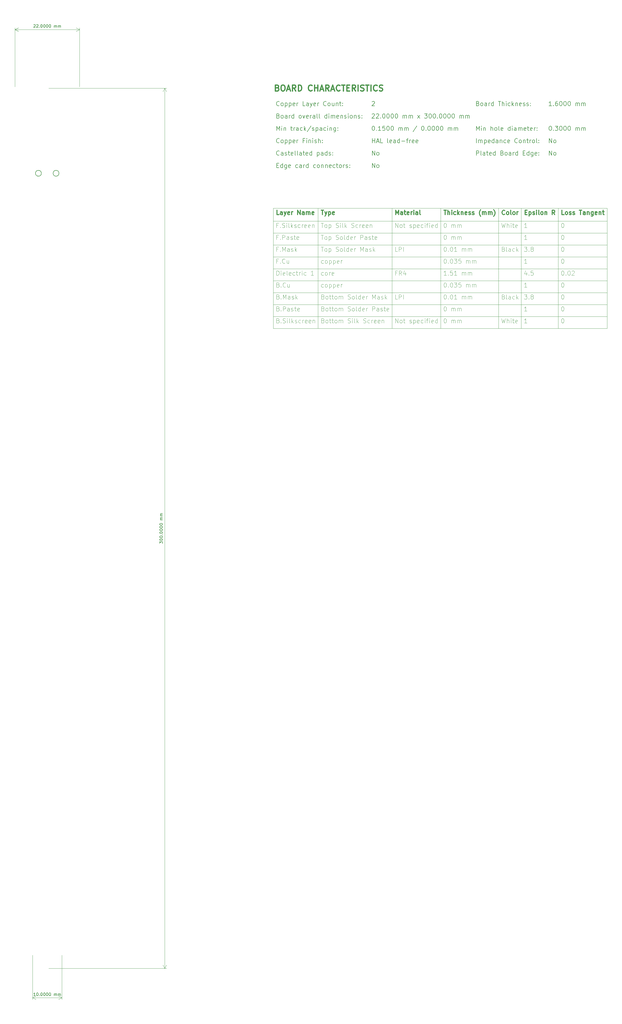
<source format=gbr>
G04 #@! TF.GenerationSoftware,KiCad,Pcbnew,6.0.9-8da3e8f707~117~ubuntu22.04.1*
G04 #@! TF.CreationDate,2022-12-08T21:31:15-08:00*
G04 #@! TF.ProjectId,parasite,70617261-7369-4746-952e-6b696361645f,1.2.0*
G04 #@! TF.SameCoordinates,Original*
G04 #@! TF.FileFunction,Other,Comment*
%FSLAX46Y46*%
G04 Gerber Fmt 4.6, Leading zero omitted, Abs format (unit mm)*
G04 Created by KiCad (PCBNEW 6.0.9-8da3e8f707~117~ubuntu22.04.1) date 2022-12-08 21:31:15*
%MOMM*%
%LPD*%
G01*
G04 APERTURE LIST*
%ADD10C,0.100000*%
%ADD11C,0.300000*%
%ADD12C,0.200000*%
%ADD13C,0.400000*%
%ADD14C,0.150000*%
G04 APERTURE END LIST*
D10*
X151365000Y-124203750D02*
X265165000Y-124203750D01*
X151365000Y-152658750D02*
X265165000Y-152658750D01*
X151365000Y-136398750D02*
X265165000Y-136398750D01*
X151365000Y-128268750D02*
X265165000Y-128268750D01*
X166679286Y-115773750D02*
X166679286Y-156723750D01*
X151365000Y-144528750D02*
X265165000Y-144528750D01*
X151365000Y-115773750D02*
X265165000Y-115773750D01*
X151365000Y-132333750D02*
X265165000Y-132333750D01*
X151365000Y-156723750D02*
X265165000Y-156723750D01*
X235922143Y-115773750D02*
X235922143Y-156723750D01*
X208450715Y-115773750D02*
X208450715Y-156723750D01*
X151365000Y-140463750D02*
X265165000Y-140463750D01*
X228179286Y-115773750D02*
X228179286Y-156723750D01*
X265165000Y-115773750D02*
X265165000Y-156723750D01*
X191850715Y-115773750D02*
X191850715Y-156723750D01*
X151365000Y-120138750D02*
X265165000Y-120138750D01*
X248507857Y-115773750D02*
X248507857Y-156723750D01*
X151365000Y-148593750D02*
X265165000Y-148593750D01*
X151365000Y-115773750D02*
X151365000Y-156723750D01*
D11*
X153381428Y-117952321D02*
X152667142Y-117952321D01*
X152667142Y-116452321D01*
X154524285Y-117952321D02*
X154524285Y-117166607D01*
X154452857Y-117023750D01*
X154310000Y-116952321D01*
X154024285Y-116952321D01*
X153881428Y-117023750D01*
X154524285Y-117880892D02*
X154381428Y-117952321D01*
X154024285Y-117952321D01*
X153881428Y-117880892D01*
X153810000Y-117738035D01*
X153810000Y-117595178D01*
X153881428Y-117452321D01*
X154024285Y-117380892D01*
X154381428Y-117380892D01*
X154524285Y-117309464D01*
X155095714Y-116952321D02*
X155452857Y-117952321D01*
X155810000Y-116952321D02*
X155452857Y-117952321D01*
X155310000Y-118309464D01*
X155238571Y-118380892D01*
X155095714Y-118452321D01*
X156952857Y-117880892D02*
X156810000Y-117952321D01*
X156524285Y-117952321D01*
X156381428Y-117880892D01*
X156310000Y-117738035D01*
X156310000Y-117166607D01*
X156381428Y-117023750D01*
X156524285Y-116952321D01*
X156810000Y-116952321D01*
X156952857Y-117023750D01*
X157024285Y-117166607D01*
X157024285Y-117309464D01*
X156310000Y-117452321D01*
X157667142Y-117952321D02*
X157667142Y-116952321D01*
X157667142Y-117238035D02*
X157738571Y-117095178D01*
X157810000Y-117023750D01*
X157952857Y-116952321D01*
X158095714Y-116952321D01*
X159738571Y-117952321D02*
X159738571Y-116452321D01*
X160595714Y-117952321D01*
X160595714Y-116452321D01*
X161952857Y-117952321D02*
X161952857Y-117166607D01*
X161881428Y-117023750D01*
X161738571Y-116952321D01*
X161452857Y-116952321D01*
X161310000Y-117023750D01*
X161952857Y-117880892D02*
X161810000Y-117952321D01*
X161452857Y-117952321D01*
X161310000Y-117880892D01*
X161238571Y-117738035D01*
X161238571Y-117595178D01*
X161310000Y-117452321D01*
X161452857Y-117380892D01*
X161810000Y-117380892D01*
X161952857Y-117309464D01*
X162667142Y-117952321D02*
X162667142Y-116952321D01*
X162667142Y-117095178D02*
X162738571Y-117023750D01*
X162881428Y-116952321D01*
X163095714Y-116952321D01*
X163238571Y-117023750D01*
X163310000Y-117166607D01*
X163310000Y-117952321D01*
X163310000Y-117166607D02*
X163381428Y-117023750D01*
X163524285Y-116952321D01*
X163738571Y-116952321D01*
X163881428Y-117023750D01*
X163952857Y-117166607D01*
X163952857Y-117952321D01*
X165238571Y-117880892D02*
X165095714Y-117952321D01*
X164810000Y-117952321D01*
X164667142Y-117880892D01*
X164595714Y-117738035D01*
X164595714Y-117166607D01*
X164667142Y-117023750D01*
X164810000Y-116952321D01*
X165095714Y-116952321D01*
X165238571Y-117023750D01*
X165310000Y-117166607D01*
X165310000Y-117309464D01*
X164595714Y-117452321D01*
D10*
X193022857Y-122317321D02*
X193022857Y-120817321D01*
X193880000Y-122317321D01*
X193880000Y-120817321D01*
X194808572Y-122317321D02*
X194665715Y-122245892D01*
X194594286Y-122174464D01*
X194522857Y-122031607D01*
X194522857Y-121603035D01*
X194594286Y-121460178D01*
X194665715Y-121388750D01*
X194808572Y-121317321D01*
X195022857Y-121317321D01*
X195165715Y-121388750D01*
X195237143Y-121460178D01*
X195308572Y-121603035D01*
X195308572Y-122031607D01*
X195237143Y-122174464D01*
X195165715Y-122245892D01*
X195022857Y-122317321D01*
X194808572Y-122317321D01*
X195737143Y-121317321D02*
X196308572Y-121317321D01*
X195951429Y-120817321D02*
X195951429Y-122103035D01*
X196022857Y-122245892D01*
X196165715Y-122317321D01*
X196308572Y-122317321D01*
X197880000Y-122245892D02*
X198022857Y-122317321D01*
X198308572Y-122317321D01*
X198451429Y-122245892D01*
X198522857Y-122103035D01*
X198522857Y-122031607D01*
X198451429Y-121888750D01*
X198308572Y-121817321D01*
X198094286Y-121817321D01*
X197951429Y-121745892D01*
X197880000Y-121603035D01*
X197880000Y-121531607D01*
X197951429Y-121388750D01*
X198094286Y-121317321D01*
X198308572Y-121317321D01*
X198451429Y-121388750D01*
X199165715Y-121317321D02*
X199165715Y-122817321D01*
X199165715Y-121388750D02*
X199308572Y-121317321D01*
X199594286Y-121317321D01*
X199737143Y-121388750D01*
X199808572Y-121460178D01*
X199880000Y-121603035D01*
X199880000Y-122031607D01*
X199808572Y-122174464D01*
X199737143Y-122245892D01*
X199594286Y-122317321D01*
X199308572Y-122317321D01*
X199165715Y-122245892D01*
X201094286Y-122245892D02*
X200951429Y-122317321D01*
X200665715Y-122317321D01*
X200522857Y-122245892D01*
X200451429Y-122103035D01*
X200451429Y-121531607D01*
X200522857Y-121388750D01*
X200665715Y-121317321D01*
X200951429Y-121317321D01*
X201094286Y-121388750D01*
X201165715Y-121531607D01*
X201165715Y-121674464D01*
X200451429Y-121817321D01*
X202451429Y-122245892D02*
X202308572Y-122317321D01*
X202022857Y-122317321D01*
X201880000Y-122245892D01*
X201808572Y-122174464D01*
X201737143Y-122031607D01*
X201737143Y-121603035D01*
X201808572Y-121460178D01*
X201880000Y-121388750D01*
X202022857Y-121317321D01*
X202308572Y-121317321D01*
X202451429Y-121388750D01*
X203094286Y-122317321D02*
X203094286Y-121317321D01*
X203094286Y-120817321D02*
X203022857Y-120888750D01*
X203094286Y-120960178D01*
X203165715Y-120888750D01*
X203094286Y-120817321D01*
X203094286Y-120960178D01*
X203594286Y-121317321D02*
X204165715Y-121317321D01*
X203808572Y-122317321D02*
X203808572Y-121031607D01*
X203880000Y-120888750D01*
X204022857Y-120817321D01*
X204165715Y-120817321D01*
X204665715Y-122317321D02*
X204665715Y-121317321D01*
X204665715Y-120817321D02*
X204594286Y-120888750D01*
X204665715Y-120960178D01*
X204737143Y-120888750D01*
X204665715Y-120817321D01*
X204665715Y-120960178D01*
X205951429Y-122245892D02*
X205808572Y-122317321D01*
X205522857Y-122317321D01*
X205380000Y-122245892D01*
X205308572Y-122103035D01*
X205308572Y-121531607D01*
X205380000Y-121388750D01*
X205522857Y-121317321D01*
X205808572Y-121317321D01*
X205951429Y-121388750D01*
X206022857Y-121531607D01*
X206022857Y-121674464D01*
X205308572Y-121817321D01*
X207308572Y-122317321D02*
X207308572Y-120817321D01*
X207308572Y-122245892D02*
X207165715Y-122317321D01*
X206880000Y-122317321D01*
X206737143Y-122245892D01*
X206665715Y-122174464D01*
X206594286Y-122031607D01*
X206594286Y-121603035D01*
X206665715Y-121460178D01*
X206737143Y-121388750D01*
X206880000Y-121317321D01*
X207165715Y-121317321D01*
X207308572Y-121388750D01*
D12*
X152602142Y-89272321D02*
X152602142Y-87772321D01*
X153102142Y-88843750D01*
X153602142Y-87772321D01*
X153602142Y-89272321D01*
X154316428Y-89272321D02*
X154316428Y-88272321D01*
X154316428Y-87772321D02*
X154245000Y-87843750D01*
X154316428Y-87915178D01*
X154387857Y-87843750D01*
X154316428Y-87772321D01*
X154316428Y-87915178D01*
X155030714Y-88272321D02*
X155030714Y-89272321D01*
X155030714Y-88415178D02*
X155102142Y-88343750D01*
X155245000Y-88272321D01*
X155459285Y-88272321D01*
X155602142Y-88343750D01*
X155673571Y-88486607D01*
X155673571Y-89272321D01*
X157316428Y-88272321D02*
X157887857Y-88272321D01*
X157530714Y-87772321D02*
X157530714Y-89058035D01*
X157602142Y-89200892D01*
X157745000Y-89272321D01*
X157887857Y-89272321D01*
X158387857Y-89272321D02*
X158387857Y-88272321D01*
X158387857Y-88558035D02*
X158459285Y-88415178D01*
X158530714Y-88343750D01*
X158673571Y-88272321D01*
X158816428Y-88272321D01*
X159959285Y-89272321D02*
X159959285Y-88486607D01*
X159887857Y-88343750D01*
X159745000Y-88272321D01*
X159459285Y-88272321D01*
X159316428Y-88343750D01*
X159959285Y-89200892D02*
X159816428Y-89272321D01*
X159459285Y-89272321D01*
X159316428Y-89200892D01*
X159245000Y-89058035D01*
X159245000Y-88915178D01*
X159316428Y-88772321D01*
X159459285Y-88700892D01*
X159816428Y-88700892D01*
X159959285Y-88629464D01*
X161316428Y-89200892D02*
X161173571Y-89272321D01*
X160887857Y-89272321D01*
X160745000Y-89200892D01*
X160673571Y-89129464D01*
X160602142Y-88986607D01*
X160602142Y-88558035D01*
X160673571Y-88415178D01*
X160745000Y-88343750D01*
X160887857Y-88272321D01*
X161173571Y-88272321D01*
X161316428Y-88343750D01*
X161959285Y-89272321D02*
X161959285Y-87772321D01*
X162102142Y-88700892D02*
X162530714Y-89272321D01*
X162530714Y-88272321D02*
X161959285Y-88843750D01*
X164245000Y-87700892D02*
X162959285Y-89629464D01*
X164673571Y-89200892D02*
X164816428Y-89272321D01*
X165102142Y-89272321D01*
X165245000Y-89200892D01*
X165316428Y-89058035D01*
X165316428Y-88986607D01*
X165245000Y-88843750D01*
X165102142Y-88772321D01*
X164887857Y-88772321D01*
X164745000Y-88700892D01*
X164673571Y-88558035D01*
X164673571Y-88486607D01*
X164745000Y-88343750D01*
X164887857Y-88272321D01*
X165102142Y-88272321D01*
X165245000Y-88343750D01*
X165959285Y-88272321D02*
X165959285Y-89772321D01*
X165959285Y-88343750D02*
X166102142Y-88272321D01*
X166387857Y-88272321D01*
X166530714Y-88343750D01*
X166602142Y-88415178D01*
X166673571Y-88558035D01*
X166673571Y-88986607D01*
X166602142Y-89129464D01*
X166530714Y-89200892D01*
X166387857Y-89272321D01*
X166102142Y-89272321D01*
X165959285Y-89200892D01*
X167959285Y-89272321D02*
X167959285Y-88486607D01*
X167887857Y-88343750D01*
X167745000Y-88272321D01*
X167459285Y-88272321D01*
X167316428Y-88343750D01*
X167959285Y-89200892D02*
X167816428Y-89272321D01*
X167459285Y-89272321D01*
X167316428Y-89200892D01*
X167245000Y-89058035D01*
X167245000Y-88915178D01*
X167316428Y-88772321D01*
X167459285Y-88700892D01*
X167816428Y-88700892D01*
X167959285Y-88629464D01*
X169316428Y-89200892D02*
X169173571Y-89272321D01*
X168887857Y-89272321D01*
X168745000Y-89200892D01*
X168673571Y-89129464D01*
X168602142Y-88986607D01*
X168602142Y-88558035D01*
X168673571Y-88415178D01*
X168745000Y-88343750D01*
X168887857Y-88272321D01*
X169173571Y-88272321D01*
X169316428Y-88343750D01*
X169959285Y-89272321D02*
X169959285Y-88272321D01*
X169959285Y-87772321D02*
X169887857Y-87843750D01*
X169959285Y-87915178D01*
X170030714Y-87843750D01*
X169959285Y-87772321D01*
X169959285Y-87915178D01*
X170673571Y-88272321D02*
X170673571Y-89272321D01*
X170673571Y-88415178D02*
X170745000Y-88343750D01*
X170887857Y-88272321D01*
X171102142Y-88272321D01*
X171245000Y-88343750D01*
X171316428Y-88486607D01*
X171316428Y-89272321D01*
X172673571Y-88272321D02*
X172673571Y-89486607D01*
X172602142Y-89629464D01*
X172530714Y-89700892D01*
X172387857Y-89772321D01*
X172173571Y-89772321D01*
X172030714Y-89700892D01*
X172673571Y-89200892D02*
X172530714Y-89272321D01*
X172245000Y-89272321D01*
X172102142Y-89200892D01*
X172030714Y-89129464D01*
X171959285Y-88986607D01*
X171959285Y-88558035D01*
X172030714Y-88415178D01*
X172102142Y-88343750D01*
X172245000Y-88272321D01*
X172530714Y-88272321D01*
X172673571Y-88343750D01*
X173387857Y-89129464D02*
X173459285Y-89200892D01*
X173387857Y-89272321D01*
X173316428Y-89200892D01*
X173387857Y-89129464D01*
X173387857Y-89272321D01*
X173387857Y-88343750D02*
X173459285Y-88415178D01*
X173387857Y-88486607D01*
X173316428Y-88415178D01*
X173387857Y-88343750D01*
X173387857Y-88486607D01*
D10*
X249965714Y-124882321D02*
X250108571Y-124882321D01*
X250251428Y-124953750D01*
X250322857Y-125025178D01*
X250394285Y-125168035D01*
X250465714Y-125453750D01*
X250465714Y-125810892D01*
X250394285Y-126096607D01*
X250322857Y-126239464D01*
X250251428Y-126310892D01*
X250108571Y-126382321D01*
X249965714Y-126382321D01*
X249822857Y-126310892D01*
X249751428Y-126239464D01*
X249679999Y-126096607D01*
X249608571Y-125810892D01*
X249608571Y-125453750D01*
X249679999Y-125168035D01*
X249751428Y-125025178D01*
X249822857Y-124953750D01*
X249965714Y-124882321D01*
X236951428Y-128947321D02*
X237880000Y-128947321D01*
X237380000Y-129518750D01*
X237594285Y-129518750D01*
X237737143Y-129590178D01*
X237808571Y-129661607D01*
X237880000Y-129804464D01*
X237880000Y-130161607D01*
X237808571Y-130304464D01*
X237737143Y-130375892D01*
X237594285Y-130447321D01*
X237165714Y-130447321D01*
X237022857Y-130375892D01*
X236951428Y-130304464D01*
X238522857Y-130304464D02*
X238594285Y-130375892D01*
X238522857Y-130447321D01*
X238451428Y-130375892D01*
X238522857Y-130304464D01*
X238522857Y-130447321D01*
X239451428Y-129590178D02*
X239308571Y-129518750D01*
X239237143Y-129447321D01*
X239165714Y-129304464D01*
X239165714Y-129233035D01*
X239237143Y-129090178D01*
X239308571Y-129018750D01*
X239451428Y-128947321D01*
X239737143Y-128947321D01*
X239880000Y-129018750D01*
X239951428Y-129090178D01*
X240022857Y-129233035D01*
X240022857Y-129304464D01*
X239951428Y-129447321D01*
X239880000Y-129518750D01*
X239737143Y-129590178D01*
X239451428Y-129590178D01*
X239308571Y-129661607D01*
X239237143Y-129733035D01*
X239165714Y-129875892D01*
X239165714Y-130161607D01*
X239237143Y-130304464D01*
X239308571Y-130375892D01*
X239451428Y-130447321D01*
X239737143Y-130447321D01*
X239880000Y-130375892D01*
X239951428Y-130304464D01*
X240022857Y-130161607D01*
X240022857Y-129875892D01*
X239951428Y-129733035D01*
X239880000Y-129661607D01*
X239737143Y-129590178D01*
X153037142Y-145921607D02*
X153251428Y-145993035D01*
X153322857Y-146064464D01*
X153394285Y-146207321D01*
X153394285Y-146421607D01*
X153322857Y-146564464D01*
X153251428Y-146635892D01*
X153108571Y-146707321D01*
X152537142Y-146707321D01*
X152537142Y-145207321D01*
X153037142Y-145207321D01*
X153180000Y-145278750D01*
X153251428Y-145350178D01*
X153322857Y-145493035D01*
X153322857Y-145635892D01*
X153251428Y-145778750D01*
X153180000Y-145850178D01*
X153037142Y-145921607D01*
X152537142Y-145921607D01*
X154037142Y-146564464D02*
X154108571Y-146635892D01*
X154037142Y-146707321D01*
X153965714Y-146635892D01*
X154037142Y-146564464D01*
X154037142Y-146707321D01*
X154751428Y-146707321D02*
X154751428Y-145207321D01*
X155251428Y-146278750D01*
X155751428Y-145207321D01*
X155751428Y-146707321D01*
X157108571Y-146707321D02*
X157108571Y-145921607D01*
X157037142Y-145778750D01*
X156894285Y-145707321D01*
X156608571Y-145707321D01*
X156465714Y-145778750D01*
X157108571Y-146635892D02*
X156965714Y-146707321D01*
X156608571Y-146707321D01*
X156465714Y-146635892D01*
X156394285Y-146493035D01*
X156394285Y-146350178D01*
X156465714Y-146207321D01*
X156608571Y-146135892D01*
X156965714Y-146135892D01*
X157108571Y-146064464D01*
X157751428Y-146635892D02*
X157894285Y-146707321D01*
X158180000Y-146707321D01*
X158322857Y-146635892D01*
X158394285Y-146493035D01*
X158394285Y-146421607D01*
X158322857Y-146278750D01*
X158180000Y-146207321D01*
X157965714Y-146207321D01*
X157822857Y-146135892D01*
X157751428Y-145993035D01*
X157751428Y-145921607D01*
X157822857Y-145778750D01*
X157965714Y-145707321D01*
X158180000Y-145707321D01*
X158322857Y-145778750D01*
X159037142Y-146707321D02*
X159037142Y-145207321D01*
X159180000Y-146135892D02*
X159608571Y-146707321D01*
X159608571Y-145707321D02*
X159037142Y-146278750D01*
X249965714Y-120817321D02*
X250108571Y-120817321D01*
X250251428Y-120888750D01*
X250322857Y-120960178D01*
X250394285Y-121103035D01*
X250465714Y-121388750D01*
X250465714Y-121745892D01*
X250394285Y-122031607D01*
X250322857Y-122174464D01*
X250251428Y-122245892D01*
X250108571Y-122317321D01*
X249965714Y-122317321D01*
X249822857Y-122245892D01*
X249751428Y-122174464D01*
X249679999Y-122031607D01*
X249608571Y-121745892D01*
X249608571Y-121388750D01*
X249679999Y-121103035D01*
X249751428Y-120960178D01*
X249822857Y-120888750D01*
X249965714Y-120817321D01*
D12*
X185087857Y-83700178D02*
X185159285Y-83628750D01*
X185302143Y-83557321D01*
X185659285Y-83557321D01*
X185802143Y-83628750D01*
X185873571Y-83700178D01*
X185945000Y-83843035D01*
X185945000Y-83985892D01*
X185873571Y-84200178D01*
X185016428Y-85057321D01*
X185945000Y-85057321D01*
X186516428Y-83700178D02*
X186587857Y-83628750D01*
X186730714Y-83557321D01*
X187087857Y-83557321D01*
X187230714Y-83628750D01*
X187302143Y-83700178D01*
X187373571Y-83843035D01*
X187373571Y-83985892D01*
X187302143Y-84200178D01*
X186445000Y-85057321D01*
X187373571Y-85057321D01*
X188016428Y-84914464D02*
X188087857Y-84985892D01*
X188016428Y-85057321D01*
X187945000Y-84985892D01*
X188016428Y-84914464D01*
X188016428Y-85057321D01*
X189016428Y-83557321D02*
X189159285Y-83557321D01*
X189302143Y-83628750D01*
X189373571Y-83700178D01*
X189445000Y-83843035D01*
X189516428Y-84128750D01*
X189516428Y-84485892D01*
X189445000Y-84771607D01*
X189373571Y-84914464D01*
X189302143Y-84985892D01*
X189159285Y-85057321D01*
X189016428Y-85057321D01*
X188873571Y-84985892D01*
X188802143Y-84914464D01*
X188730714Y-84771607D01*
X188659285Y-84485892D01*
X188659285Y-84128750D01*
X188730714Y-83843035D01*
X188802143Y-83700178D01*
X188873571Y-83628750D01*
X189016428Y-83557321D01*
X190445000Y-83557321D02*
X190587857Y-83557321D01*
X190730714Y-83628750D01*
X190802143Y-83700178D01*
X190873571Y-83843035D01*
X190945000Y-84128750D01*
X190945000Y-84485892D01*
X190873571Y-84771607D01*
X190802143Y-84914464D01*
X190730714Y-84985892D01*
X190587857Y-85057321D01*
X190445000Y-85057321D01*
X190302143Y-84985892D01*
X190230714Y-84914464D01*
X190159285Y-84771607D01*
X190087857Y-84485892D01*
X190087857Y-84128750D01*
X190159285Y-83843035D01*
X190230714Y-83700178D01*
X190302143Y-83628750D01*
X190445000Y-83557321D01*
X191873571Y-83557321D02*
X192016428Y-83557321D01*
X192159285Y-83628750D01*
X192230714Y-83700178D01*
X192302143Y-83843035D01*
X192373571Y-84128750D01*
X192373571Y-84485892D01*
X192302143Y-84771607D01*
X192230714Y-84914464D01*
X192159285Y-84985892D01*
X192016428Y-85057321D01*
X191873571Y-85057321D01*
X191730714Y-84985892D01*
X191659285Y-84914464D01*
X191587857Y-84771607D01*
X191516428Y-84485892D01*
X191516428Y-84128750D01*
X191587857Y-83843035D01*
X191659285Y-83700178D01*
X191730714Y-83628750D01*
X191873571Y-83557321D01*
X193302143Y-83557321D02*
X193445000Y-83557321D01*
X193587857Y-83628750D01*
X193659285Y-83700178D01*
X193730714Y-83843035D01*
X193802143Y-84128750D01*
X193802143Y-84485892D01*
X193730714Y-84771607D01*
X193659285Y-84914464D01*
X193587857Y-84985892D01*
X193445000Y-85057321D01*
X193302143Y-85057321D01*
X193159285Y-84985892D01*
X193087857Y-84914464D01*
X193016428Y-84771607D01*
X192945000Y-84485892D01*
X192945000Y-84128750D01*
X193016428Y-83843035D01*
X193087857Y-83700178D01*
X193159285Y-83628750D01*
X193302143Y-83557321D01*
X195587857Y-85057321D02*
X195587857Y-84057321D01*
X195587857Y-84200178D02*
X195659285Y-84128750D01*
X195802143Y-84057321D01*
X196016428Y-84057321D01*
X196159285Y-84128750D01*
X196230714Y-84271607D01*
X196230714Y-85057321D01*
X196230714Y-84271607D02*
X196302143Y-84128750D01*
X196445000Y-84057321D01*
X196659285Y-84057321D01*
X196802143Y-84128750D01*
X196873571Y-84271607D01*
X196873571Y-85057321D01*
X197587857Y-85057321D02*
X197587857Y-84057321D01*
X197587857Y-84200178D02*
X197659285Y-84128750D01*
X197802143Y-84057321D01*
X198016428Y-84057321D01*
X198159285Y-84128750D01*
X198230714Y-84271607D01*
X198230714Y-85057321D01*
X198230714Y-84271607D02*
X198302143Y-84128750D01*
X198445000Y-84057321D01*
X198659285Y-84057321D01*
X198802143Y-84128750D01*
X198873571Y-84271607D01*
X198873571Y-85057321D01*
X200587857Y-85057321D02*
X201373571Y-84057321D01*
X200587857Y-84057321D02*
X201373571Y-85057321D01*
X202945000Y-83557321D02*
X203873571Y-83557321D01*
X203373571Y-84128750D01*
X203587857Y-84128750D01*
X203730714Y-84200178D01*
X203802143Y-84271607D01*
X203873571Y-84414464D01*
X203873571Y-84771607D01*
X203802143Y-84914464D01*
X203730714Y-84985892D01*
X203587857Y-85057321D01*
X203159285Y-85057321D01*
X203016428Y-84985892D01*
X202945000Y-84914464D01*
X204802143Y-83557321D02*
X204945000Y-83557321D01*
X205087857Y-83628750D01*
X205159285Y-83700178D01*
X205230714Y-83843035D01*
X205302143Y-84128750D01*
X205302143Y-84485892D01*
X205230714Y-84771607D01*
X205159285Y-84914464D01*
X205087857Y-84985892D01*
X204945000Y-85057321D01*
X204802143Y-85057321D01*
X204659285Y-84985892D01*
X204587857Y-84914464D01*
X204516428Y-84771607D01*
X204445000Y-84485892D01*
X204445000Y-84128750D01*
X204516428Y-83843035D01*
X204587857Y-83700178D01*
X204659285Y-83628750D01*
X204802143Y-83557321D01*
X206230714Y-83557321D02*
X206373571Y-83557321D01*
X206516428Y-83628750D01*
X206587857Y-83700178D01*
X206659285Y-83843035D01*
X206730714Y-84128750D01*
X206730714Y-84485892D01*
X206659285Y-84771607D01*
X206587857Y-84914464D01*
X206516428Y-84985892D01*
X206373571Y-85057321D01*
X206230714Y-85057321D01*
X206087857Y-84985892D01*
X206016428Y-84914464D01*
X205945000Y-84771607D01*
X205873571Y-84485892D01*
X205873571Y-84128750D01*
X205945000Y-83843035D01*
X206016428Y-83700178D01*
X206087857Y-83628750D01*
X206230714Y-83557321D01*
X207373571Y-84914464D02*
X207445000Y-84985892D01*
X207373571Y-85057321D01*
X207302143Y-84985892D01*
X207373571Y-84914464D01*
X207373571Y-85057321D01*
X208373571Y-83557321D02*
X208516428Y-83557321D01*
X208659285Y-83628750D01*
X208730714Y-83700178D01*
X208802143Y-83843035D01*
X208873571Y-84128750D01*
X208873571Y-84485892D01*
X208802143Y-84771607D01*
X208730714Y-84914464D01*
X208659285Y-84985892D01*
X208516428Y-85057321D01*
X208373571Y-85057321D01*
X208230714Y-84985892D01*
X208159285Y-84914464D01*
X208087857Y-84771607D01*
X208016428Y-84485892D01*
X208016428Y-84128750D01*
X208087857Y-83843035D01*
X208159285Y-83700178D01*
X208230714Y-83628750D01*
X208373571Y-83557321D01*
X209802143Y-83557321D02*
X209945000Y-83557321D01*
X210087857Y-83628750D01*
X210159285Y-83700178D01*
X210230714Y-83843035D01*
X210302143Y-84128750D01*
X210302143Y-84485892D01*
X210230714Y-84771607D01*
X210159285Y-84914464D01*
X210087857Y-84985892D01*
X209945000Y-85057321D01*
X209802143Y-85057321D01*
X209659285Y-84985892D01*
X209587857Y-84914464D01*
X209516428Y-84771607D01*
X209445000Y-84485892D01*
X209445000Y-84128750D01*
X209516428Y-83843035D01*
X209587857Y-83700178D01*
X209659285Y-83628750D01*
X209802143Y-83557321D01*
X211230714Y-83557321D02*
X211373571Y-83557321D01*
X211516428Y-83628750D01*
X211587857Y-83700178D01*
X211659285Y-83843035D01*
X211730714Y-84128750D01*
X211730714Y-84485892D01*
X211659285Y-84771607D01*
X211587857Y-84914464D01*
X211516428Y-84985892D01*
X211373571Y-85057321D01*
X211230714Y-85057321D01*
X211087857Y-84985892D01*
X211016428Y-84914464D01*
X210945000Y-84771607D01*
X210873571Y-84485892D01*
X210873571Y-84128750D01*
X210945000Y-83843035D01*
X211016428Y-83700178D01*
X211087857Y-83628750D01*
X211230714Y-83557321D01*
X212659285Y-83557321D02*
X212802143Y-83557321D01*
X212945000Y-83628750D01*
X213016428Y-83700178D01*
X213087857Y-83843035D01*
X213159285Y-84128750D01*
X213159285Y-84485892D01*
X213087857Y-84771607D01*
X213016428Y-84914464D01*
X212945000Y-84985892D01*
X212802143Y-85057321D01*
X212659285Y-85057321D01*
X212516428Y-84985892D01*
X212445000Y-84914464D01*
X212373571Y-84771607D01*
X212302143Y-84485892D01*
X212302143Y-84128750D01*
X212373571Y-83843035D01*
X212445000Y-83700178D01*
X212516428Y-83628750D01*
X212659285Y-83557321D01*
X214945000Y-85057321D02*
X214945000Y-84057321D01*
X214945000Y-84200178D02*
X215016428Y-84128750D01*
X215159285Y-84057321D01*
X215373571Y-84057321D01*
X215516428Y-84128750D01*
X215587857Y-84271607D01*
X215587857Y-85057321D01*
X215587857Y-84271607D02*
X215659285Y-84128750D01*
X215802143Y-84057321D01*
X216016428Y-84057321D01*
X216159285Y-84128750D01*
X216230714Y-84271607D01*
X216230714Y-85057321D01*
X216945000Y-85057321D02*
X216945000Y-84057321D01*
X216945000Y-84200178D02*
X217016428Y-84128750D01*
X217159285Y-84057321D01*
X217373571Y-84057321D01*
X217516428Y-84128750D01*
X217587857Y-84271607D01*
X217587857Y-85057321D01*
X217587857Y-84271607D02*
X217659285Y-84128750D01*
X217802143Y-84057321D01*
X218016428Y-84057321D01*
X218159285Y-84128750D01*
X218230714Y-84271607D01*
X218230714Y-85057321D01*
X185159285Y-101917321D02*
X185159285Y-100417321D01*
X186016428Y-101917321D01*
X186016428Y-100417321D01*
X186945000Y-101917321D02*
X186802143Y-101845892D01*
X186730714Y-101774464D01*
X186659285Y-101631607D01*
X186659285Y-101203035D01*
X186730714Y-101060178D01*
X186802143Y-100988750D01*
X186945000Y-100917321D01*
X187159285Y-100917321D01*
X187302143Y-100988750D01*
X187373571Y-101060178D01*
X187445000Y-101203035D01*
X187445000Y-101631607D01*
X187373571Y-101774464D01*
X187302143Y-101845892D01*
X187159285Y-101917321D01*
X186945000Y-101917321D01*
D10*
X153037142Y-129661607D02*
X152537142Y-129661607D01*
X152537142Y-130447321D02*
X152537142Y-128947321D01*
X153251428Y-128947321D01*
X153822857Y-130304464D02*
X153894285Y-130375892D01*
X153822857Y-130447321D01*
X153751428Y-130375892D01*
X153822857Y-130304464D01*
X153822857Y-130447321D01*
X154537142Y-130447321D02*
X154537142Y-128947321D01*
X155037142Y-130018750D01*
X155537142Y-128947321D01*
X155537142Y-130447321D01*
X156894285Y-130447321D02*
X156894285Y-129661607D01*
X156822857Y-129518750D01*
X156680000Y-129447321D01*
X156394285Y-129447321D01*
X156251428Y-129518750D01*
X156894285Y-130375892D02*
X156751428Y-130447321D01*
X156394285Y-130447321D01*
X156251428Y-130375892D01*
X156180000Y-130233035D01*
X156180000Y-130090178D01*
X156251428Y-129947321D01*
X156394285Y-129875892D01*
X156751428Y-129875892D01*
X156894285Y-129804464D01*
X157537142Y-130375892D02*
X157680000Y-130447321D01*
X157965714Y-130447321D01*
X158108571Y-130375892D01*
X158180000Y-130233035D01*
X158180000Y-130161607D01*
X158108571Y-130018750D01*
X157965714Y-129947321D01*
X157751428Y-129947321D01*
X157608571Y-129875892D01*
X157537142Y-129733035D01*
X157537142Y-129661607D01*
X157608571Y-129518750D01*
X157751428Y-129447321D01*
X157965714Y-129447321D01*
X158108571Y-129518750D01*
X158822857Y-130447321D02*
X158822857Y-128947321D01*
X158965714Y-129875892D02*
X159394285Y-130447321D01*
X159394285Y-129447321D02*
X158822857Y-130018750D01*
X167637143Y-128947321D02*
X168494286Y-128947321D01*
X168065714Y-130447321D02*
X168065714Y-128947321D01*
X169208571Y-130447321D02*
X169065714Y-130375892D01*
X168994286Y-130304464D01*
X168922857Y-130161607D01*
X168922857Y-129733035D01*
X168994286Y-129590178D01*
X169065714Y-129518750D01*
X169208571Y-129447321D01*
X169422857Y-129447321D01*
X169565714Y-129518750D01*
X169637143Y-129590178D01*
X169708571Y-129733035D01*
X169708571Y-130161607D01*
X169637143Y-130304464D01*
X169565714Y-130375892D01*
X169422857Y-130447321D01*
X169208571Y-130447321D01*
X170351428Y-129447321D02*
X170351428Y-130947321D01*
X170351428Y-129518750D02*
X170494286Y-129447321D01*
X170780000Y-129447321D01*
X170922857Y-129518750D01*
X170994286Y-129590178D01*
X171065714Y-129733035D01*
X171065714Y-130161607D01*
X170994286Y-130304464D01*
X170922857Y-130375892D01*
X170780000Y-130447321D01*
X170494286Y-130447321D01*
X170351428Y-130375892D01*
X172780000Y-130375892D02*
X172994286Y-130447321D01*
X173351428Y-130447321D01*
X173494286Y-130375892D01*
X173565714Y-130304464D01*
X173637143Y-130161607D01*
X173637143Y-130018750D01*
X173565714Y-129875892D01*
X173494286Y-129804464D01*
X173351428Y-129733035D01*
X173065714Y-129661607D01*
X172922857Y-129590178D01*
X172851428Y-129518750D01*
X172780000Y-129375892D01*
X172780000Y-129233035D01*
X172851428Y-129090178D01*
X172922857Y-129018750D01*
X173065714Y-128947321D01*
X173422857Y-128947321D01*
X173637143Y-129018750D01*
X174494286Y-130447321D02*
X174351428Y-130375892D01*
X174280000Y-130304464D01*
X174208571Y-130161607D01*
X174208571Y-129733035D01*
X174280000Y-129590178D01*
X174351428Y-129518750D01*
X174494286Y-129447321D01*
X174708571Y-129447321D01*
X174851428Y-129518750D01*
X174922857Y-129590178D01*
X174994286Y-129733035D01*
X174994286Y-130161607D01*
X174922857Y-130304464D01*
X174851428Y-130375892D01*
X174708571Y-130447321D01*
X174494286Y-130447321D01*
X175851428Y-130447321D02*
X175708571Y-130375892D01*
X175637143Y-130233035D01*
X175637143Y-128947321D01*
X177065714Y-130447321D02*
X177065714Y-128947321D01*
X177065714Y-130375892D02*
X176922857Y-130447321D01*
X176637143Y-130447321D01*
X176494286Y-130375892D01*
X176422857Y-130304464D01*
X176351428Y-130161607D01*
X176351428Y-129733035D01*
X176422857Y-129590178D01*
X176494286Y-129518750D01*
X176637143Y-129447321D01*
X176922857Y-129447321D01*
X177065714Y-129518750D01*
X178351428Y-130375892D02*
X178208571Y-130447321D01*
X177922857Y-130447321D01*
X177780000Y-130375892D01*
X177708571Y-130233035D01*
X177708571Y-129661607D01*
X177780000Y-129518750D01*
X177922857Y-129447321D01*
X178208571Y-129447321D01*
X178351428Y-129518750D01*
X178422857Y-129661607D01*
X178422857Y-129804464D01*
X177708571Y-129947321D01*
X179065714Y-130447321D02*
X179065714Y-129447321D01*
X179065714Y-129733035D02*
X179137143Y-129590178D01*
X179208571Y-129518750D01*
X179351428Y-129447321D01*
X179494286Y-129447321D01*
X181137143Y-130447321D02*
X181137143Y-128947321D01*
X181637143Y-130018750D01*
X182137143Y-128947321D01*
X182137143Y-130447321D01*
X183494286Y-130447321D02*
X183494286Y-129661607D01*
X183422857Y-129518750D01*
X183280000Y-129447321D01*
X182994286Y-129447321D01*
X182851428Y-129518750D01*
X183494286Y-130375892D02*
X183351428Y-130447321D01*
X182994286Y-130447321D01*
X182851428Y-130375892D01*
X182780000Y-130233035D01*
X182780000Y-130090178D01*
X182851428Y-129947321D01*
X182994286Y-129875892D01*
X183351428Y-129875892D01*
X183494286Y-129804464D01*
X184137143Y-130375892D02*
X184280000Y-130447321D01*
X184565714Y-130447321D01*
X184708571Y-130375892D01*
X184780000Y-130233035D01*
X184780000Y-130161607D01*
X184708571Y-130018750D01*
X184565714Y-129947321D01*
X184351428Y-129947321D01*
X184208571Y-129875892D01*
X184137143Y-129733035D01*
X184137143Y-129661607D01*
X184208571Y-129518750D01*
X184351428Y-129447321D01*
X184565714Y-129447321D01*
X184708571Y-129518750D01*
X185422857Y-130447321D02*
X185422857Y-128947321D01*
X185565714Y-129875892D02*
X185994286Y-130447321D01*
X185994286Y-129447321D02*
X185422857Y-130018750D01*
D12*
X153459285Y-80699464D02*
X153387857Y-80770892D01*
X153173571Y-80842321D01*
X153030714Y-80842321D01*
X152816428Y-80770892D01*
X152673571Y-80628035D01*
X152602142Y-80485178D01*
X152530714Y-80199464D01*
X152530714Y-79985178D01*
X152602142Y-79699464D01*
X152673571Y-79556607D01*
X152816428Y-79413750D01*
X153030714Y-79342321D01*
X153173571Y-79342321D01*
X153387857Y-79413750D01*
X153459285Y-79485178D01*
X154316428Y-80842321D02*
X154173571Y-80770892D01*
X154102142Y-80699464D01*
X154030714Y-80556607D01*
X154030714Y-80128035D01*
X154102142Y-79985178D01*
X154173571Y-79913750D01*
X154316428Y-79842321D01*
X154530714Y-79842321D01*
X154673571Y-79913750D01*
X154745000Y-79985178D01*
X154816428Y-80128035D01*
X154816428Y-80556607D01*
X154745000Y-80699464D01*
X154673571Y-80770892D01*
X154530714Y-80842321D01*
X154316428Y-80842321D01*
X155459285Y-79842321D02*
X155459285Y-81342321D01*
X155459285Y-79913750D02*
X155602142Y-79842321D01*
X155887857Y-79842321D01*
X156030714Y-79913750D01*
X156102142Y-79985178D01*
X156173571Y-80128035D01*
X156173571Y-80556607D01*
X156102142Y-80699464D01*
X156030714Y-80770892D01*
X155887857Y-80842321D01*
X155602142Y-80842321D01*
X155459285Y-80770892D01*
X156816428Y-79842321D02*
X156816428Y-81342321D01*
X156816428Y-79913750D02*
X156959285Y-79842321D01*
X157245000Y-79842321D01*
X157387857Y-79913750D01*
X157459285Y-79985178D01*
X157530714Y-80128035D01*
X157530714Y-80556607D01*
X157459285Y-80699464D01*
X157387857Y-80770892D01*
X157245000Y-80842321D01*
X156959285Y-80842321D01*
X156816428Y-80770892D01*
X158745000Y-80770892D02*
X158602142Y-80842321D01*
X158316428Y-80842321D01*
X158173571Y-80770892D01*
X158102142Y-80628035D01*
X158102142Y-80056607D01*
X158173571Y-79913750D01*
X158316428Y-79842321D01*
X158602142Y-79842321D01*
X158745000Y-79913750D01*
X158816428Y-80056607D01*
X158816428Y-80199464D01*
X158102142Y-80342321D01*
X159459285Y-80842321D02*
X159459285Y-79842321D01*
X159459285Y-80128035D02*
X159530714Y-79985178D01*
X159602142Y-79913750D01*
X159745000Y-79842321D01*
X159887857Y-79842321D01*
X162245000Y-80842321D02*
X161530714Y-80842321D01*
X161530714Y-79342321D01*
X163387857Y-80842321D02*
X163387857Y-80056607D01*
X163316428Y-79913750D01*
X163173571Y-79842321D01*
X162887857Y-79842321D01*
X162745000Y-79913750D01*
X163387857Y-80770892D02*
X163245000Y-80842321D01*
X162887857Y-80842321D01*
X162745000Y-80770892D01*
X162673571Y-80628035D01*
X162673571Y-80485178D01*
X162745000Y-80342321D01*
X162887857Y-80270892D01*
X163245000Y-80270892D01*
X163387857Y-80199464D01*
X163959285Y-79842321D02*
X164316428Y-80842321D01*
X164673571Y-79842321D02*
X164316428Y-80842321D01*
X164173571Y-81199464D01*
X164102142Y-81270892D01*
X163959285Y-81342321D01*
X165816428Y-80770892D02*
X165673571Y-80842321D01*
X165387857Y-80842321D01*
X165245000Y-80770892D01*
X165173571Y-80628035D01*
X165173571Y-80056607D01*
X165245000Y-79913750D01*
X165387857Y-79842321D01*
X165673571Y-79842321D01*
X165816428Y-79913750D01*
X165887857Y-80056607D01*
X165887857Y-80199464D01*
X165173571Y-80342321D01*
X166530714Y-80842321D02*
X166530714Y-79842321D01*
X166530714Y-80128035D02*
X166602142Y-79985178D01*
X166673571Y-79913750D01*
X166816428Y-79842321D01*
X166959285Y-79842321D01*
X169459285Y-80699464D02*
X169387857Y-80770892D01*
X169173571Y-80842321D01*
X169030714Y-80842321D01*
X168816428Y-80770892D01*
X168673571Y-80628035D01*
X168602142Y-80485178D01*
X168530714Y-80199464D01*
X168530714Y-79985178D01*
X168602142Y-79699464D01*
X168673571Y-79556607D01*
X168816428Y-79413750D01*
X169030714Y-79342321D01*
X169173571Y-79342321D01*
X169387857Y-79413750D01*
X169459285Y-79485178D01*
X170316428Y-80842321D02*
X170173571Y-80770892D01*
X170102142Y-80699464D01*
X170030714Y-80556607D01*
X170030714Y-80128035D01*
X170102142Y-79985178D01*
X170173571Y-79913750D01*
X170316428Y-79842321D01*
X170530714Y-79842321D01*
X170673571Y-79913750D01*
X170745000Y-79985178D01*
X170816428Y-80128035D01*
X170816428Y-80556607D01*
X170745000Y-80699464D01*
X170673571Y-80770892D01*
X170530714Y-80842321D01*
X170316428Y-80842321D01*
X172102142Y-79842321D02*
X172102142Y-80842321D01*
X171459285Y-79842321D02*
X171459285Y-80628035D01*
X171530714Y-80770892D01*
X171673571Y-80842321D01*
X171887857Y-80842321D01*
X172030714Y-80770892D01*
X172102142Y-80699464D01*
X172816428Y-79842321D02*
X172816428Y-80842321D01*
X172816428Y-79985178D02*
X172887857Y-79913750D01*
X173030714Y-79842321D01*
X173245000Y-79842321D01*
X173387857Y-79913750D01*
X173459285Y-80056607D01*
X173459285Y-80842321D01*
X173959285Y-79842321D02*
X174530714Y-79842321D01*
X174173571Y-79342321D02*
X174173571Y-80628035D01*
X174245000Y-80770892D01*
X174387857Y-80842321D01*
X174530714Y-80842321D01*
X175030714Y-80699464D02*
X175102142Y-80770892D01*
X175030714Y-80842321D01*
X174959285Y-80770892D01*
X175030714Y-80699464D01*
X175030714Y-80842321D01*
X175030714Y-79913750D02*
X175102142Y-79985178D01*
X175030714Y-80056607D01*
X174959285Y-79985178D01*
X175030714Y-79913750D01*
X175030714Y-80056607D01*
X185445000Y-87772321D02*
X185587857Y-87772321D01*
X185730714Y-87843750D01*
X185802143Y-87915178D01*
X185873571Y-88058035D01*
X185945000Y-88343750D01*
X185945000Y-88700892D01*
X185873571Y-88986607D01*
X185802143Y-89129464D01*
X185730714Y-89200892D01*
X185587857Y-89272321D01*
X185445000Y-89272321D01*
X185302143Y-89200892D01*
X185230714Y-89129464D01*
X185159285Y-88986607D01*
X185087857Y-88700892D01*
X185087857Y-88343750D01*
X185159285Y-88058035D01*
X185230714Y-87915178D01*
X185302143Y-87843750D01*
X185445000Y-87772321D01*
X186587857Y-89129464D02*
X186659285Y-89200892D01*
X186587857Y-89272321D01*
X186516428Y-89200892D01*
X186587857Y-89129464D01*
X186587857Y-89272321D01*
X188087857Y-89272321D02*
X187230714Y-89272321D01*
X187659285Y-89272321D02*
X187659285Y-87772321D01*
X187516428Y-87986607D01*
X187373571Y-88129464D01*
X187230714Y-88200892D01*
X189445000Y-87772321D02*
X188730714Y-87772321D01*
X188659285Y-88486607D01*
X188730714Y-88415178D01*
X188873571Y-88343750D01*
X189230714Y-88343750D01*
X189373571Y-88415178D01*
X189445000Y-88486607D01*
X189516428Y-88629464D01*
X189516428Y-88986607D01*
X189445000Y-89129464D01*
X189373571Y-89200892D01*
X189230714Y-89272321D01*
X188873571Y-89272321D01*
X188730714Y-89200892D01*
X188659285Y-89129464D01*
X190445000Y-87772321D02*
X190587857Y-87772321D01*
X190730714Y-87843750D01*
X190802143Y-87915178D01*
X190873571Y-88058035D01*
X190945000Y-88343750D01*
X190945000Y-88700892D01*
X190873571Y-88986607D01*
X190802143Y-89129464D01*
X190730714Y-89200892D01*
X190587857Y-89272321D01*
X190445000Y-89272321D01*
X190302143Y-89200892D01*
X190230714Y-89129464D01*
X190159285Y-88986607D01*
X190087857Y-88700892D01*
X190087857Y-88343750D01*
X190159285Y-88058035D01*
X190230714Y-87915178D01*
X190302143Y-87843750D01*
X190445000Y-87772321D01*
X191873571Y-87772321D02*
X192016428Y-87772321D01*
X192159285Y-87843750D01*
X192230714Y-87915178D01*
X192302143Y-88058035D01*
X192373571Y-88343750D01*
X192373571Y-88700892D01*
X192302143Y-88986607D01*
X192230714Y-89129464D01*
X192159285Y-89200892D01*
X192016428Y-89272321D01*
X191873571Y-89272321D01*
X191730714Y-89200892D01*
X191659285Y-89129464D01*
X191587857Y-88986607D01*
X191516428Y-88700892D01*
X191516428Y-88343750D01*
X191587857Y-88058035D01*
X191659285Y-87915178D01*
X191730714Y-87843750D01*
X191873571Y-87772321D01*
X194159285Y-89272321D02*
X194159285Y-88272321D01*
X194159285Y-88415178D02*
X194230714Y-88343750D01*
X194373571Y-88272321D01*
X194587857Y-88272321D01*
X194730714Y-88343750D01*
X194802143Y-88486607D01*
X194802143Y-89272321D01*
X194802143Y-88486607D02*
X194873571Y-88343750D01*
X195016428Y-88272321D01*
X195230714Y-88272321D01*
X195373571Y-88343750D01*
X195445000Y-88486607D01*
X195445000Y-89272321D01*
X196159285Y-89272321D02*
X196159285Y-88272321D01*
X196159285Y-88415178D02*
X196230714Y-88343750D01*
X196373571Y-88272321D01*
X196587857Y-88272321D01*
X196730714Y-88343750D01*
X196802143Y-88486607D01*
X196802143Y-89272321D01*
X196802143Y-88486607D02*
X196873571Y-88343750D01*
X197016428Y-88272321D01*
X197230714Y-88272321D01*
X197373571Y-88343750D01*
X197445000Y-88486607D01*
X197445000Y-89272321D01*
X200373571Y-87700892D02*
X199087857Y-89629464D01*
X202302143Y-87772321D02*
X202445000Y-87772321D01*
X202587857Y-87843750D01*
X202659285Y-87915178D01*
X202730714Y-88058035D01*
X202802143Y-88343750D01*
X202802143Y-88700892D01*
X202730714Y-88986607D01*
X202659285Y-89129464D01*
X202587857Y-89200892D01*
X202445000Y-89272321D01*
X202302143Y-89272321D01*
X202159285Y-89200892D01*
X202087857Y-89129464D01*
X202016428Y-88986607D01*
X201945000Y-88700892D01*
X201945000Y-88343750D01*
X202016428Y-88058035D01*
X202087857Y-87915178D01*
X202159285Y-87843750D01*
X202302143Y-87772321D01*
X203445000Y-89129464D02*
X203516428Y-89200892D01*
X203445000Y-89272321D01*
X203373571Y-89200892D01*
X203445000Y-89129464D01*
X203445000Y-89272321D01*
X204445000Y-87772321D02*
X204587857Y-87772321D01*
X204730714Y-87843750D01*
X204802143Y-87915178D01*
X204873571Y-88058035D01*
X204945000Y-88343750D01*
X204945000Y-88700892D01*
X204873571Y-88986607D01*
X204802143Y-89129464D01*
X204730714Y-89200892D01*
X204587857Y-89272321D01*
X204445000Y-89272321D01*
X204302143Y-89200892D01*
X204230714Y-89129464D01*
X204159285Y-88986607D01*
X204087857Y-88700892D01*
X204087857Y-88343750D01*
X204159285Y-88058035D01*
X204230714Y-87915178D01*
X204302143Y-87843750D01*
X204445000Y-87772321D01*
X205873571Y-87772321D02*
X206016428Y-87772321D01*
X206159285Y-87843750D01*
X206230714Y-87915178D01*
X206302143Y-88058035D01*
X206373571Y-88343750D01*
X206373571Y-88700892D01*
X206302143Y-88986607D01*
X206230714Y-89129464D01*
X206159285Y-89200892D01*
X206016428Y-89272321D01*
X205873571Y-89272321D01*
X205730714Y-89200892D01*
X205659285Y-89129464D01*
X205587857Y-88986607D01*
X205516428Y-88700892D01*
X205516428Y-88343750D01*
X205587857Y-88058035D01*
X205659285Y-87915178D01*
X205730714Y-87843750D01*
X205873571Y-87772321D01*
X207302143Y-87772321D02*
X207445000Y-87772321D01*
X207587857Y-87843750D01*
X207659285Y-87915178D01*
X207730714Y-88058035D01*
X207802143Y-88343750D01*
X207802143Y-88700892D01*
X207730714Y-88986607D01*
X207659285Y-89129464D01*
X207587857Y-89200892D01*
X207445000Y-89272321D01*
X207302143Y-89272321D01*
X207159285Y-89200892D01*
X207087857Y-89129464D01*
X207016428Y-88986607D01*
X206945000Y-88700892D01*
X206945000Y-88343750D01*
X207016428Y-88058035D01*
X207087857Y-87915178D01*
X207159285Y-87843750D01*
X207302143Y-87772321D01*
X208730714Y-87772321D02*
X208873571Y-87772321D01*
X209016428Y-87843750D01*
X209087857Y-87915178D01*
X209159285Y-88058035D01*
X209230714Y-88343750D01*
X209230714Y-88700892D01*
X209159285Y-88986607D01*
X209087857Y-89129464D01*
X209016428Y-89200892D01*
X208873571Y-89272321D01*
X208730714Y-89272321D01*
X208587857Y-89200892D01*
X208516428Y-89129464D01*
X208445000Y-88986607D01*
X208373571Y-88700892D01*
X208373571Y-88343750D01*
X208445000Y-88058035D01*
X208516428Y-87915178D01*
X208587857Y-87843750D01*
X208730714Y-87772321D01*
X211016428Y-89272321D02*
X211016428Y-88272321D01*
X211016428Y-88415178D02*
X211087857Y-88343750D01*
X211230714Y-88272321D01*
X211445000Y-88272321D01*
X211587857Y-88343750D01*
X211659285Y-88486607D01*
X211659285Y-89272321D01*
X211659285Y-88486607D02*
X211730714Y-88343750D01*
X211873571Y-88272321D01*
X212087857Y-88272321D01*
X212230714Y-88343750D01*
X212302143Y-88486607D01*
X212302143Y-89272321D01*
X213016428Y-89272321D02*
X213016428Y-88272321D01*
X213016428Y-88415178D02*
X213087857Y-88343750D01*
X213230714Y-88272321D01*
X213445000Y-88272321D01*
X213587857Y-88343750D01*
X213659285Y-88486607D01*
X213659285Y-89272321D01*
X213659285Y-88486607D02*
X213730714Y-88343750D01*
X213873571Y-88272321D01*
X214087857Y-88272321D01*
X214230714Y-88343750D01*
X214302143Y-88486607D01*
X214302143Y-89272321D01*
D10*
X237880000Y-134512321D02*
X237022857Y-134512321D01*
X237451428Y-134512321D02*
X237451428Y-133012321D01*
X237308571Y-133226607D01*
X237165714Y-133369464D01*
X237022857Y-133440892D01*
D12*
X185159285Y-93487321D02*
X185159285Y-91987321D01*
X185159285Y-92701607D02*
X186016428Y-92701607D01*
X186016428Y-93487321D02*
X186016428Y-91987321D01*
X186659285Y-93058750D02*
X187373571Y-93058750D01*
X186516428Y-93487321D02*
X187016428Y-91987321D01*
X187516428Y-93487321D01*
X188730714Y-93487321D02*
X188016428Y-93487321D01*
X188016428Y-91987321D01*
X190587857Y-93487321D02*
X190445000Y-93415892D01*
X190373571Y-93273035D01*
X190373571Y-91987321D01*
X191730714Y-93415892D02*
X191587857Y-93487321D01*
X191302143Y-93487321D01*
X191159285Y-93415892D01*
X191087857Y-93273035D01*
X191087857Y-92701607D01*
X191159285Y-92558750D01*
X191302143Y-92487321D01*
X191587857Y-92487321D01*
X191730714Y-92558750D01*
X191802143Y-92701607D01*
X191802143Y-92844464D01*
X191087857Y-92987321D01*
X193087857Y-93487321D02*
X193087857Y-92701607D01*
X193016428Y-92558750D01*
X192873571Y-92487321D01*
X192587857Y-92487321D01*
X192445000Y-92558750D01*
X193087857Y-93415892D02*
X192945000Y-93487321D01*
X192587857Y-93487321D01*
X192445000Y-93415892D01*
X192373571Y-93273035D01*
X192373571Y-93130178D01*
X192445000Y-92987321D01*
X192587857Y-92915892D01*
X192945000Y-92915892D01*
X193087857Y-92844464D01*
X194445000Y-93487321D02*
X194445000Y-91987321D01*
X194445000Y-93415892D02*
X194302143Y-93487321D01*
X194016428Y-93487321D01*
X193873571Y-93415892D01*
X193802143Y-93344464D01*
X193730714Y-93201607D01*
X193730714Y-92773035D01*
X193802143Y-92630178D01*
X193873571Y-92558750D01*
X194016428Y-92487321D01*
X194302143Y-92487321D01*
X194445000Y-92558750D01*
X195159285Y-92915892D02*
X196302143Y-92915892D01*
X196802143Y-92487321D02*
X197373571Y-92487321D01*
X197016428Y-93487321D02*
X197016428Y-92201607D01*
X197087857Y-92058750D01*
X197230714Y-91987321D01*
X197373571Y-91987321D01*
X197873571Y-93487321D02*
X197873571Y-92487321D01*
X197873571Y-92773035D02*
X197945000Y-92630178D01*
X198016428Y-92558750D01*
X198159285Y-92487321D01*
X198302143Y-92487321D01*
X199373571Y-93415892D02*
X199230714Y-93487321D01*
X198945000Y-93487321D01*
X198802143Y-93415892D01*
X198730714Y-93273035D01*
X198730714Y-92701607D01*
X198802143Y-92558750D01*
X198945000Y-92487321D01*
X199230714Y-92487321D01*
X199373571Y-92558750D01*
X199445000Y-92701607D01*
X199445000Y-92844464D01*
X198730714Y-92987321D01*
X200659285Y-93415892D02*
X200516428Y-93487321D01*
X200230714Y-93487321D01*
X200087857Y-93415892D01*
X200016428Y-93273035D01*
X200016428Y-92701607D01*
X200087857Y-92558750D01*
X200230714Y-92487321D01*
X200516428Y-92487321D01*
X200659285Y-92558750D01*
X200730714Y-92701607D01*
X200730714Y-92844464D01*
X200016428Y-92987321D01*
D10*
X209908572Y-153337321D02*
X210051429Y-153337321D01*
X210194286Y-153408750D01*
X210265715Y-153480178D01*
X210337143Y-153623035D01*
X210408572Y-153908750D01*
X210408572Y-154265892D01*
X210337143Y-154551607D01*
X210265715Y-154694464D01*
X210194286Y-154765892D01*
X210051429Y-154837321D01*
X209908572Y-154837321D01*
X209765715Y-154765892D01*
X209694286Y-154694464D01*
X209622857Y-154551607D01*
X209551429Y-154265892D01*
X209551429Y-153908750D01*
X209622857Y-153623035D01*
X209694286Y-153480178D01*
X209765715Y-153408750D01*
X209908572Y-153337321D01*
X212194286Y-154837321D02*
X212194286Y-153837321D01*
X212194286Y-153980178D02*
X212265715Y-153908750D01*
X212408572Y-153837321D01*
X212622857Y-153837321D01*
X212765715Y-153908750D01*
X212837143Y-154051607D01*
X212837143Y-154837321D01*
X212837143Y-154051607D02*
X212908572Y-153908750D01*
X213051429Y-153837321D01*
X213265715Y-153837321D01*
X213408572Y-153908750D01*
X213480000Y-154051607D01*
X213480000Y-154837321D01*
X214194286Y-154837321D02*
X214194286Y-153837321D01*
X214194286Y-153980178D02*
X214265715Y-153908750D01*
X214408572Y-153837321D01*
X214622857Y-153837321D01*
X214765715Y-153908750D01*
X214837143Y-154051607D01*
X214837143Y-154837321D01*
X214837143Y-154051607D02*
X214908572Y-153908750D01*
X215051429Y-153837321D01*
X215265715Y-153837321D01*
X215408572Y-153908750D01*
X215480000Y-154051607D01*
X215480000Y-154837321D01*
X237880000Y-122317321D02*
X237022857Y-122317321D01*
X237451428Y-122317321D02*
X237451428Y-120817321D01*
X237308571Y-121031607D01*
X237165714Y-121174464D01*
X237022857Y-121245892D01*
X237737143Y-137577321D02*
X237737143Y-138577321D01*
X237380000Y-137005892D02*
X237022857Y-138077321D01*
X237951428Y-138077321D01*
X238522857Y-138434464D02*
X238594285Y-138505892D01*
X238522857Y-138577321D01*
X238451428Y-138505892D01*
X238522857Y-138434464D01*
X238522857Y-138577321D01*
X239951428Y-137077321D02*
X239237143Y-137077321D01*
X239165714Y-137791607D01*
X239237143Y-137720178D01*
X239380000Y-137648750D01*
X239737143Y-137648750D01*
X239880000Y-137720178D01*
X239951428Y-137791607D01*
X240022857Y-137934464D01*
X240022857Y-138291607D01*
X239951428Y-138434464D01*
X239880000Y-138505892D01*
X239737143Y-138577321D01*
X239380000Y-138577321D01*
X239237143Y-138505892D01*
X239165714Y-138434464D01*
X168494286Y-142570892D02*
X168351428Y-142642321D01*
X168065714Y-142642321D01*
X167922857Y-142570892D01*
X167851428Y-142499464D01*
X167780000Y-142356607D01*
X167780000Y-141928035D01*
X167851428Y-141785178D01*
X167922857Y-141713750D01*
X168065714Y-141642321D01*
X168351428Y-141642321D01*
X168494286Y-141713750D01*
X169351428Y-142642321D02*
X169208571Y-142570892D01*
X169137143Y-142499464D01*
X169065714Y-142356607D01*
X169065714Y-141928035D01*
X169137143Y-141785178D01*
X169208571Y-141713750D01*
X169351428Y-141642321D01*
X169565714Y-141642321D01*
X169708571Y-141713750D01*
X169780000Y-141785178D01*
X169851428Y-141928035D01*
X169851428Y-142356607D01*
X169780000Y-142499464D01*
X169708571Y-142570892D01*
X169565714Y-142642321D01*
X169351428Y-142642321D01*
X170494286Y-141642321D02*
X170494286Y-143142321D01*
X170494286Y-141713750D02*
X170637143Y-141642321D01*
X170922857Y-141642321D01*
X171065714Y-141713750D01*
X171137143Y-141785178D01*
X171208571Y-141928035D01*
X171208571Y-142356607D01*
X171137143Y-142499464D01*
X171065714Y-142570892D01*
X170922857Y-142642321D01*
X170637143Y-142642321D01*
X170494286Y-142570892D01*
X171851428Y-141642321D02*
X171851428Y-143142321D01*
X171851428Y-141713750D02*
X171994286Y-141642321D01*
X172280000Y-141642321D01*
X172422857Y-141713750D01*
X172494286Y-141785178D01*
X172565714Y-141928035D01*
X172565714Y-142356607D01*
X172494286Y-142499464D01*
X172422857Y-142570892D01*
X172280000Y-142642321D01*
X171994286Y-142642321D01*
X171851428Y-142570892D01*
X173780000Y-142570892D02*
X173637143Y-142642321D01*
X173351428Y-142642321D01*
X173208571Y-142570892D01*
X173137143Y-142428035D01*
X173137143Y-141856607D01*
X173208571Y-141713750D01*
X173351428Y-141642321D01*
X173637143Y-141642321D01*
X173780000Y-141713750D01*
X173851428Y-141856607D01*
X173851428Y-141999464D01*
X173137143Y-142142321D01*
X174494286Y-142642321D02*
X174494286Y-141642321D01*
X174494286Y-141928035D02*
X174565714Y-141785178D01*
X174637143Y-141713750D01*
X174780000Y-141642321D01*
X174922857Y-141642321D01*
X167637143Y-124882321D02*
X168494286Y-124882321D01*
X168065714Y-126382321D02*
X168065714Y-124882321D01*
X169208571Y-126382321D02*
X169065714Y-126310892D01*
X168994286Y-126239464D01*
X168922857Y-126096607D01*
X168922857Y-125668035D01*
X168994286Y-125525178D01*
X169065714Y-125453750D01*
X169208571Y-125382321D01*
X169422857Y-125382321D01*
X169565714Y-125453750D01*
X169637143Y-125525178D01*
X169708571Y-125668035D01*
X169708571Y-126096607D01*
X169637143Y-126239464D01*
X169565714Y-126310892D01*
X169422857Y-126382321D01*
X169208571Y-126382321D01*
X170351428Y-125382321D02*
X170351428Y-126882321D01*
X170351428Y-125453750D02*
X170494286Y-125382321D01*
X170780000Y-125382321D01*
X170922857Y-125453750D01*
X170994286Y-125525178D01*
X171065714Y-125668035D01*
X171065714Y-126096607D01*
X170994286Y-126239464D01*
X170922857Y-126310892D01*
X170780000Y-126382321D01*
X170494286Y-126382321D01*
X170351428Y-126310892D01*
X172780000Y-126310892D02*
X172994286Y-126382321D01*
X173351428Y-126382321D01*
X173494286Y-126310892D01*
X173565714Y-126239464D01*
X173637143Y-126096607D01*
X173637143Y-125953750D01*
X173565714Y-125810892D01*
X173494286Y-125739464D01*
X173351428Y-125668035D01*
X173065714Y-125596607D01*
X172922857Y-125525178D01*
X172851428Y-125453750D01*
X172780000Y-125310892D01*
X172780000Y-125168035D01*
X172851428Y-125025178D01*
X172922857Y-124953750D01*
X173065714Y-124882321D01*
X173422857Y-124882321D01*
X173637143Y-124953750D01*
X174494286Y-126382321D02*
X174351428Y-126310892D01*
X174280000Y-126239464D01*
X174208571Y-126096607D01*
X174208571Y-125668035D01*
X174280000Y-125525178D01*
X174351428Y-125453750D01*
X174494286Y-125382321D01*
X174708571Y-125382321D01*
X174851428Y-125453750D01*
X174922857Y-125525178D01*
X174994286Y-125668035D01*
X174994286Y-126096607D01*
X174922857Y-126239464D01*
X174851428Y-126310892D01*
X174708571Y-126382321D01*
X174494286Y-126382321D01*
X175851428Y-126382321D02*
X175708571Y-126310892D01*
X175637143Y-126168035D01*
X175637143Y-124882321D01*
X177065714Y-126382321D02*
X177065714Y-124882321D01*
X177065714Y-126310892D02*
X176922857Y-126382321D01*
X176637143Y-126382321D01*
X176494286Y-126310892D01*
X176422857Y-126239464D01*
X176351428Y-126096607D01*
X176351428Y-125668035D01*
X176422857Y-125525178D01*
X176494286Y-125453750D01*
X176637143Y-125382321D01*
X176922857Y-125382321D01*
X177065714Y-125453750D01*
X178351428Y-126310892D02*
X178208571Y-126382321D01*
X177922857Y-126382321D01*
X177780000Y-126310892D01*
X177708571Y-126168035D01*
X177708571Y-125596607D01*
X177780000Y-125453750D01*
X177922857Y-125382321D01*
X178208571Y-125382321D01*
X178351428Y-125453750D01*
X178422857Y-125596607D01*
X178422857Y-125739464D01*
X177708571Y-125882321D01*
X179065714Y-126382321D02*
X179065714Y-125382321D01*
X179065714Y-125668035D02*
X179137143Y-125525178D01*
X179208571Y-125453750D01*
X179351428Y-125382321D01*
X179494286Y-125382321D01*
X181137143Y-126382321D02*
X181137143Y-124882321D01*
X181708571Y-124882321D01*
X181851428Y-124953750D01*
X181922857Y-125025178D01*
X181994286Y-125168035D01*
X181994286Y-125382321D01*
X181922857Y-125525178D01*
X181851428Y-125596607D01*
X181708571Y-125668035D01*
X181137143Y-125668035D01*
X183280000Y-126382321D02*
X183280000Y-125596607D01*
X183208571Y-125453750D01*
X183065714Y-125382321D01*
X182780000Y-125382321D01*
X182637143Y-125453750D01*
X183280000Y-126310892D02*
X183137143Y-126382321D01*
X182780000Y-126382321D01*
X182637143Y-126310892D01*
X182565714Y-126168035D01*
X182565714Y-126025178D01*
X182637143Y-125882321D01*
X182780000Y-125810892D01*
X183137143Y-125810892D01*
X183280000Y-125739464D01*
X183922857Y-126310892D02*
X184065714Y-126382321D01*
X184351428Y-126382321D01*
X184494286Y-126310892D01*
X184565714Y-126168035D01*
X184565714Y-126096607D01*
X184494286Y-125953750D01*
X184351428Y-125882321D01*
X184137143Y-125882321D01*
X183994286Y-125810892D01*
X183922857Y-125668035D01*
X183922857Y-125596607D01*
X183994286Y-125453750D01*
X184137143Y-125382321D01*
X184351428Y-125382321D01*
X184494286Y-125453750D01*
X184994286Y-125382321D02*
X185565714Y-125382321D01*
X185208571Y-124882321D02*
X185208571Y-126168035D01*
X185280000Y-126310892D01*
X185422857Y-126382321D01*
X185565714Y-126382321D01*
X186637143Y-126310892D02*
X186494286Y-126382321D01*
X186208571Y-126382321D01*
X186065714Y-126310892D01*
X185994286Y-126168035D01*
X185994286Y-125596607D01*
X186065714Y-125453750D01*
X186208571Y-125382321D01*
X186494286Y-125382321D01*
X186637143Y-125453750D01*
X186708571Y-125596607D01*
X186708571Y-125739464D01*
X185994286Y-125882321D01*
D12*
X220644999Y-89272321D02*
X220644999Y-87772321D01*
X221144999Y-88843750D01*
X221644999Y-87772321D01*
X221644999Y-89272321D01*
X222359285Y-89272321D02*
X222359285Y-88272321D01*
X222359285Y-87772321D02*
X222287857Y-87843750D01*
X222359285Y-87915178D01*
X222430714Y-87843750D01*
X222359285Y-87772321D01*
X222359285Y-87915178D01*
X223073571Y-88272321D02*
X223073571Y-89272321D01*
X223073571Y-88415178D02*
X223144999Y-88343750D01*
X223287857Y-88272321D01*
X223502142Y-88272321D01*
X223644999Y-88343750D01*
X223716428Y-88486607D01*
X223716428Y-89272321D01*
X225573571Y-89272321D02*
X225573571Y-87772321D01*
X226216428Y-89272321D02*
X226216428Y-88486607D01*
X226144999Y-88343750D01*
X226002142Y-88272321D01*
X225787857Y-88272321D01*
X225644999Y-88343750D01*
X225573571Y-88415178D01*
X227144999Y-89272321D02*
X227002142Y-89200892D01*
X226930714Y-89129464D01*
X226859285Y-88986607D01*
X226859285Y-88558035D01*
X226930714Y-88415178D01*
X227002142Y-88343750D01*
X227144999Y-88272321D01*
X227359285Y-88272321D01*
X227502142Y-88343750D01*
X227573571Y-88415178D01*
X227644999Y-88558035D01*
X227644999Y-88986607D01*
X227573571Y-89129464D01*
X227502142Y-89200892D01*
X227359285Y-89272321D01*
X227144999Y-89272321D01*
X228502142Y-89272321D02*
X228359285Y-89200892D01*
X228287857Y-89058035D01*
X228287857Y-87772321D01*
X229644999Y-89200892D02*
X229502142Y-89272321D01*
X229216428Y-89272321D01*
X229073571Y-89200892D01*
X229002142Y-89058035D01*
X229002142Y-88486607D01*
X229073571Y-88343750D01*
X229216428Y-88272321D01*
X229502142Y-88272321D01*
X229644999Y-88343750D01*
X229716428Y-88486607D01*
X229716428Y-88629464D01*
X229002142Y-88772321D01*
X232144999Y-89272321D02*
X232144999Y-87772321D01*
X232144999Y-89200892D02*
X232002142Y-89272321D01*
X231716428Y-89272321D01*
X231573571Y-89200892D01*
X231502142Y-89129464D01*
X231430714Y-88986607D01*
X231430714Y-88558035D01*
X231502142Y-88415178D01*
X231573571Y-88343750D01*
X231716428Y-88272321D01*
X232002142Y-88272321D01*
X232144999Y-88343750D01*
X232859285Y-89272321D02*
X232859285Y-88272321D01*
X232859285Y-87772321D02*
X232787857Y-87843750D01*
X232859285Y-87915178D01*
X232930714Y-87843750D01*
X232859285Y-87772321D01*
X232859285Y-87915178D01*
X234216428Y-89272321D02*
X234216428Y-88486607D01*
X234144999Y-88343750D01*
X234002142Y-88272321D01*
X233716428Y-88272321D01*
X233573571Y-88343750D01*
X234216428Y-89200892D02*
X234073571Y-89272321D01*
X233716428Y-89272321D01*
X233573571Y-89200892D01*
X233502142Y-89058035D01*
X233502142Y-88915178D01*
X233573571Y-88772321D01*
X233716428Y-88700892D01*
X234073571Y-88700892D01*
X234216428Y-88629464D01*
X234930714Y-89272321D02*
X234930714Y-88272321D01*
X234930714Y-88415178D02*
X235002142Y-88343750D01*
X235144999Y-88272321D01*
X235359285Y-88272321D01*
X235502142Y-88343750D01*
X235573571Y-88486607D01*
X235573571Y-89272321D01*
X235573571Y-88486607D02*
X235644999Y-88343750D01*
X235787857Y-88272321D01*
X236002142Y-88272321D01*
X236144999Y-88343750D01*
X236216428Y-88486607D01*
X236216428Y-89272321D01*
X237502142Y-89200892D02*
X237359285Y-89272321D01*
X237073571Y-89272321D01*
X236930714Y-89200892D01*
X236859285Y-89058035D01*
X236859285Y-88486607D01*
X236930714Y-88343750D01*
X237073571Y-88272321D01*
X237359285Y-88272321D01*
X237502142Y-88343750D01*
X237573571Y-88486607D01*
X237573571Y-88629464D01*
X236859285Y-88772321D01*
X238002142Y-88272321D02*
X238573571Y-88272321D01*
X238216428Y-87772321D02*
X238216428Y-89058035D01*
X238287857Y-89200892D01*
X238430714Y-89272321D01*
X238573571Y-89272321D01*
X239644999Y-89200892D02*
X239502142Y-89272321D01*
X239216428Y-89272321D01*
X239073571Y-89200892D01*
X239002142Y-89058035D01*
X239002142Y-88486607D01*
X239073571Y-88343750D01*
X239216428Y-88272321D01*
X239502142Y-88272321D01*
X239644999Y-88343750D01*
X239716428Y-88486607D01*
X239716428Y-88629464D01*
X239002142Y-88772321D01*
X240359285Y-89272321D02*
X240359285Y-88272321D01*
X240359285Y-88558035D02*
X240430714Y-88415178D01*
X240502142Y-88343750D01*
X240644999Y-88272321D01*
X240787857Y-88272321D01*
X241287857Y-89129464D02*
X241359285Y-89200892D01*
X241287857Y-89272321D01*
X241216428Y-89200892D01*
X241287857Y-89129464D01*
X241287857Y-89272321D01*
X241287857Y-88343750D02*
X241359285Y-88415178D01*
X241287857Y-88486607D01*
X241216428Y-88415178D01*
X241287857Y-88343750D01*
X241287857Y-88486607D01*
D13*
X152767857Y-74700892D02*
X153053571Y-74796130D01*
X153148809Y-74891369D01*
X153244047Y-75081845D01*
X153244047Y-75367559D01*
X153148809Y-75558035D01*
X153053571Y-75653273D01*
X152863095Y-75748511D01*
X152101190Y-75748511D01*
X152101190Y-73748511D01*
X152767857Y-73748511D01*
X152958333Y-73843750D01*
X153053571Y-73938988D01*
X153148809Y-74129464D01*
X153148809Y-74319940D01*
X153053571Y-74510416D01*
X152958333Y-74605654D01*
X152767857Y-74700892D01*
X152101190Y-74700892D01*
X154482142Y-73748511D02*
X154863095Y-73748511D01*
X155053571Y-73843750D01*
X155244047Y-74034226D01*
X155339285Y-74415178D01*
X155339285Y-75081845D01*
X155244047Y-75462797D01*
X155053571Y-75653273D01*
X154863095Y-75748511D01*
X154482142Y-75748511D01*
X154291666Y-75653273D01*
X154101190Y-75462797D01*
X154005952Y-75081845D01*
X154005952Y-74415178D01*
X154101190Y-74034226D01*
X154291666Y-73843750D01*
X154482142Y-73748511D01*
X156101190Y-75177083D02*
X157053571Y-75177083D01*
X155910714Y-75748511D02*
X156577380Y-73748511D01*
X157244047Y-75748511D01*
X159053571Y-75748511D02*
X158386904Y-74796130D01*
X157910714Y-75748511D02*
X157910714Y-73748511D01*
X158672619Y-73748511D01*
X158863095Y-73843750D01*
X158958333Y-73938988D01*
X159053571Y-74129464D01*
X159053571Y-74415178D01*
X158958333Y-74605654D01*
X158863095Y-74700892D01*
X158672619Y-74796130D01*
X157910714Y-74796130D01*
X159910714Y-75748511D02*
X159910714Y-73748511D01*
X160386904Y-73748511D01*
X160672619Y-73843750D01*
X160863095Y-74034226D01*
X160958333Y-74224702D01*
X161053571Y-74605654D01*
X161053571Y-74891369D01*
X160958333Y-75272321D01*
X160863095Y-75462797D01*
X160672619Y-75653273D01*
X160386904Y-75748511D01*
X159910714Y-75748511D01*
X164577380Y-75558035D02*
X164482142Y-75653273D01*
X164196428Y-75748511D01*
X164005952Y-75748511D01*
X163720238Y-75653273D01*
X163529761Y-75462797D01*
X163434523Y-75272321D01*
X163339285Y-74891369D01*
X163339285Y-74605654D01*
X163434523Y-74224702D01*
X163529761Y-74034226D01*
X163720238Y-73843750D01*
X164005952Y-73748511D01*
X164196428Y-73748511D01*
X164482142Y-73843750D01*
X164577380Y-73938988D01*
X165434523Y-75748511D02*
X165434523Y-73748511D01*
X165434523Y-74700892D02*
X166577380Y-74700892D01*
X166577380Y-75748511D02*
X166577380Y-73748511D01*
X167434523Y-75177083D02*
X168386904Y-75177083D01*
X167244047Y-75748511D02*
X167910714Y-73748511D01*
X168577380Y-75748511D01*
X170386904Y-75748511D02*
X169720238Y-74796130D01*
X169244047Y-75748511D02*
X169244047Y-73748511D01*
X170005952Y-73748511D01*
X170196428Y-73843750D01*
X170291666Y-73938988D01*
X170386904Y-74129464D01*
X170386904Y-74415178D01*
X170291666Y-74605654D01*
X170196428Y-74700892D01*
X170005952Y-74796130D01*
X169244047Y-74796130D01*
X171148809Y-75177083D02*
X172101190Y-75177083D01*
X170958333Y-75748511D02*
X171625000Y-73748511D01*
X172291666Y-75748511D01*
X174101190Y-75558035D02*
X174005952Y-75653273D01*
X173720238Y-75748511D01*
X173529761Y-75748511D01*
X173244047Y-75653273D01*
X173053571Y-75462797D01*
X172958333Y-75272321D01*
X172863095Y-74891369D01*
X172863095Y-74605654D01*
X172958333Y-74224702D01*
X173053571Y-74034226D01*
X173244047Y-73843750D01*
X173529761Y-73748511D01*
X173720238Y-73748511D01*
X174005952Y-73843750D01*
X174101190Y-73938988D01*
X174672619Y-73748511D02*
X175815476Y-73748511D01*
X175244047Y-75748511D02*
X175244047Y-73748511D01*
X176482142Y-74700892D02*
X177148809Y-74700892D01*
X177434523Y-75748511D02*
X176482142Y-75748511D01*
X176482142Y-73748511D01*
X177434523Y-73748511D01*
X179434523Y-75748511D02*
X178767857Y-74796130D01*
X178291666Y-75748511D02*
X178291666Y-73748511D01*
X179053571Y-73748511D01*
X179244047Y-73843750D01*
X179339285Y-73938988D01*
X179434523Y-74129464D01*
X179434523Y-74415178D01*
X179339285Y-74605654D01*
X179244047Y-74700892D01*
X179053571Y-74796130D01*
X178291666Y-74796130D01*
X180291666Y-75748511D02*
X180291666Y-73748511D01*
X181148809Y-75653273D02*
X181434523Y-75748511D01*
X181910714Y-75748511D01*
X182101190Y-75653273D01*
X182196428Y-75558035D01*
X182291666Y-75367559D01*
X182291666Y-75177083D01*
X182196428Y-74986607D01*
X182101190Y-74891369D01*
X181910714Y-74796130D01*
X181529761Y-74700892D01*
X181339285Y-74605654D01*
X181244047Y-74510416D01*
X181148809Y-74319940D01*
X181148809Y-74129464D01*
X181244047Y-73938988D01*
X181339285Y-73843750D01*
X181529761Y-73748511D01*
X182005952Y-73748511D01*
X182291666Y-73843750D01*
X182863095Y-73748511D02*
X184005952Y-73748511D01*
X183434523Y-75748511D02*
X183434523Y-73748511D01*
X184672619Y-75748511D02*
X184672619Y-73748511D01*
X186767857Y-75558035D02*
X186672619Y-75653273D01*
X186386904Y-75748511D01*
X186196428Y-75748511D01*
X185910714Y-75653273D01*
X185720238Y-75462797D01*
X185625000Y-75272321D01*
X185529761Y-74891369D01*
X185529761Y-74605654D01*
X185625000Y-74224702D01*
X185720238Y-74034226D01*
X185910714Y-73843750D01*
X186196428Y-73748511D01*
X186386904Y-73748511D01*
X186672619Y-73843750D01*
X186767857Y-73938988D01*
X187529761Y-75653273D02*
X187815476Y-75748511D01*
X188291666Y-75748511D01*
X188482142Y-75653273D01*
X188577380Y-75558035D01*
X188672619Y-75367559D01*
X188672619Y-75177083D01*
X188577380Y-74986607D01*
X188482142Y-74891369D01*
X188291666Y-74796130D01*
X187910714Y-74700892D01*
X187720238Y-74605654D01*
X187625000Y-74510416D01*
X187529761Y-74319940D01*
X187529761Y-74129464D01*
X187625000Y-73938988D01*
X187720238Y-73843750D01*
X187910714Y-73748511D01*
X188386904Y-73748511D01*
X188672619Y-73843750D01*
D12*
X221144999Y-80056607D02*
X221359285Y-80128035D01*
X221430714Y-80199464D01*
X221502142Y-80342321D01*
X221502142Y-80556607D01*
X221430714Y-80699464D01*
X221359285Y-80770892D01*
X221216428Y-80842321D01*
X220644999Y-80842321D01*
X220644999Y-79342321D01*
X221144999Y-79342321D01*
X221287857Y-79413750D01*
X221359285Y-79485178D01*
X221430714Y-79628035D01*
X221430714Y-79770892D01*
X221359285Y-79913750D01*
X221287857Y-79985178D01*
X221144999Y-80056607D01*
X220644999Y-80056607D01*
X222359285Y-80842321D02*
X222216428Y-80770892D01*
X222144999Y-80699464D01*
X222073571Y-80556607D01*
X222073571Y-80128035D01*
X222144999Y-79985178D01*
X222216428Y-79913750D01*
X222359285Y-79842321D01*
X222573571Y-79842321D01*
X222716428Y-79913750D01*
X222787857Y-79985178D01*
X222859285Y-80128035D01*
X222859285Y-80556607D01*
X222787857Y-80699464D01*
X222716428Y-80770892D01*
X222573571Y-80842321D01*
X222359285Y-80842321D01*
X224144999Y-80842321D02*
X224144999Y-80056607D01*
X224073571Y-79913750D01*
X223930714Y-79842321D01*
X223644999Y-79842321D01*
X223502142Y-79913750D01*
X224144999Y-80770892D02*
X224002142Y-80842321D01*
X223644999Y-80842321D01*
X223502142Y-80770892D01*
X223430714Y-80628035D01*
X223430714Y-80485178D01*
X223502142Y-80342321D01*
X223644999Y-80270892D01*
X224002142Y-80270892D01*
X224144999Y-80199464D01*
X224859285Y-80842321D02*
X224859285Y-79842321D01*
X224859285Y-80128035D02*
X224930714Y-79985178D01*
X225002142Y-79913750D01*
X225144999Y-79842321D01*
X225287857Y-79842321D01*
X226430714Y-80842321D02*
X226430714Y-79342321D01*
X226430714Y-80770892D02*
X226287857Y-80842321D01*
X226002142Y-80842321D01*
X225859285Y-80770892D01*
X225787857Y-80699464D01*
X225716428Y-80556607D01*
X225716428Y-80128035D01*
X225787857Y-79985178D01*
X225859285Y-79913750D01*
X226002142Y-79842321D01*
X226287857Y-79842321D01*
X226430714Y-79913750D01*
X228073571Y-79342321D02*
X228930714Y-79342321D01*
X228502142Y-80842321D02*
X228502142Y-79342321D01*
X229430714Y-80842321D02*
X229430714Y-79342321D01*
X230073571Y-80842321D02*
X230073571Y-80056607D01*
X230002142Y-79913750D01*
X229859285Y-79842321D01*
X229644999Y-79842321D01*
X229502142Y-79913750D01*
X229430714Y-79985178D01*
X230787857Y-80842321D02*
X230787857Y-79842321D01*
X230787857Y-79342321D02*
X230716428Y-79413750D01*
X230787857Y-79485178D01*
X230859285Y-79413750D01*
X230787857Y-79342321D01*
X230787857Y-79485178D01*
X232144999Y-80770892D02*
X232002142Y-80842321D01*
X231716428Y-80842321D01*
X231573571Y-80770892D01*
X231502142Y-80699464D01*
X231430714Y-80556607D01*
X231430714Y-80128035D01*
X231502142Y-79985178D01*
X231573571Y-79913750D01*
X231716428Y-79842321D01*
X232002142Y-79842321D01*
X232144999Y-79913750D01*
X232787857Y-80842321D02*
X232787857Y-79342321D01*
X232930714Y-80270892D02*
X233359285Y-80842321D01*
X233359285Y-79842321D02*
X232787857Y-80413750D01*
X234002142Y-79842321D02*
X234002142Y-80842321D01*
X234002142Y-79985178D02*
X234073571Y-79913750D01*
X234216428Y-79842321D01*
X234430714Y-79842321D01*
X234573571Y-79913750D01*
X234644999Y-80056607D01*
X234644999Y-80842321D01*
X235930714Y-80770892D02*
X235787857Y-80842321D01*
X235502142Y-80842321D01*
X235359285Y-80770892D01*
X235287857Y-80628035D01*
X235287857Y-80056607D01*
X235359285Y-79913750D01*
X235502142Y-79842321D01*
X235787857Y-79842321D01*
X235930714Y-79913750D01*
X236002142Y-80056607D01*
X236002142Y-80199464D01*
X235287857Y-80342321D01*
X236573571Y-80770892D02*
X236716428Y-80842321D01*
X237002142Y-80842321D01*
X237144999Y-80770892D01*
X237216428Y-80628035D01*
X237216428Y-80556607D01*
X237144999Y-80413750D01*
X237002142Y-80342321D01*
X236787857Y-80342321D01*
X236644999Y-80270892D01*
X236573571Y-80128035D01*
X236573571Y-80056607D01*
X236644999Y-79913750D01*
X236787857Y-79842321D01*
X237002142Y-79842321D01*
X237144999Y-79913750D01*
X237787857Y-80770892D02*
X237930714Y-80842321D01*
X238216428Y-80842321D01*
X238359285Y-80770892D01*
X238430714Y-80628035D01*
X238430714Y-80556607D01*
X238359285Y-80413750D01*
X238216428Y-80342321D01*
X238002142Y-80342321D01*
X237859285Y-80270892D01*
X237787857Y-80128035D01*
X237787857Y-80056607D01*
X237859285Y-79913750D01*
X238002142Y-79842321D01*
X238216428Y-79842321D01*
X238359285Y-79913750D01*
X239073571Y-80699464D02*
X239144999Y-80770892D01*
X239073571Y-80842321D01*
X239002142Y-80770892D01*
X239073571Y-80699464D01*
X239073571Y-80842321D01*
X239073571Y-79913750D02*
X239144999Y-79985178D01*
X239073571Y-80056607D01*
X239002142Y-79985178D01*
X239073571Y-79913750D01*
X239073571Y-80056607D01*
D10*
X229208571Y-120817321D02*
X229565714Y-122317321D01*
X229851428Y-121245892D01*
X230137143Y-122317321D01*
X230494286Y-120817321D01*
X231065714Y-122317321D02*
X231065714Y-120817321D01*
X231708571Y-122317321D02*
X231708571Y-121531607D01*
X231637143Y-121388750D01*
X231494286Y-121317321D01*
X231280000Y-121317321D01*
X231137143Y-121388750D01*
X231065714Y-121460178D01*
X232422857Y-122317321D02*
X232422857Y-121317321D01*
X232422857Y-120817321D02*
X232351428Y-120888750D01*
X232422857Y-120960178D01*
X232494286Y-120888750D01*
X232422857Y-120817321D01*
X232422857Y-120960178D01*
X232922857Y-121317321D02*
X233494286Y-121317321D01*
X233137143Y-120817321D02*
X233137143Y-122103035D01*
X233208571Y-122245892D01*
X233351428Y-122317321D01*
X233494286Y-122317321D01*
X234565714Y-122245892D02*
X234422857Y-122317321D01*
X234137143Y-122317321D01*
X233994286Y-122245892D01*
X233922857Y-122103035D01*
X233922857Y-121531607D01*
X233994286Y-121388750D01*
X234137143Y-121317321D01*
X234422857Y-121317321D01*
X234565714Y-121388750D01*
X234637143Y-121531607D01*
X234637143Y-121674464D01*
X233922857Y-121817321D01*
D11*
X230338571Y-117809464D02*
X230267143Y-117880892D01*
X230052857Y-117952321D01*
X229910000Y-117952321D01*
X229695714Y-117880892D01*
X229552857Y-117738035D01*
X229481428Y-117595178D01*
X229410000Y-117309464D01*
X229410000Y-117095178D01*
X229481428Y-116809464D01*
X229552857Y-116666607D01*
X229695714Y-116523750D01*
X229910000Y-116452321D01*
X230052857Y-116452321D01*
X230267143Y-116523750D01*
X230338571Y-116595178D01*
X231195714Y-117952321D02*
X231052857Y-117880892D01*
X230981428Y-117809464D01*
X230910000Y-117666607D01*
X230910000Y-117238035D01*
X230981428Y-117095178D01*
X231052857Y-117023750D01*
X231195714Y-116952321D01*
X231410000Y-116952321D01*
X231552857Y-117023750D01*
X231624286Y-117095178D01*
X231695714Y-117238035D01*
X231695714Y-117666607D01*
X231624286Y-117809464D01*
X231552857Y-117880892D01*
X231410000Y-117952321D01*
X231195714Y-117952321D01*
X232552857Y-117952321D02*
X232410000Y-117880892D01*
X232338571Y-117738035D01*
X232338571Y-116452321D01*
X233338571Y-117952321D02*
X233195714Y-117880892D01*
X233124286Y-117809464D01*
X233052857Y-117666607D01*
X233052857Y-117238035D01*
X233124286Y-117095178D01*
X233195714Y-117023750D01*
X233338571Y-116952321D01*
X233552857Y-116952321D01*
X233695714Y-117023750D01*
X233767143Y-117095178D01*
X233838571Y-117238035D01*
X233838571Y-117666607D01*
X233767143Y-117809464D01*
X233695714Y-117880892D01*
X233552857Y-117952321D01*
X233338571Y-117952321D01*
X234481428Y-117952321D02*
X234481428Y-116952321D01*
X234481428Y-117238035D02*
X234552857Y-117095178D01*
X234624286Y-117023750D01*
X234767143Y-116952321D01*
X234910000Y-116952321D01*
D10*
X168351428Y-145921607D02*
X168565714Y-145993035D01*
X168637143Y-146064464D01*
X168708571Y-146207321D01*
X168708571Y-146421607D01*
X168637143Y-146564464D01*
X168565714Y-146635892D01*
X168422857Y-146707321D01*
X167851428Y-146707321D01*
X167851428Y-145207321D01*
X168351428Y-145207321D01*
X168494286Y-145278750D01*
X168565714Y-145350178D01*
X168637143Y-145493035D01*
X168637143Y-145635892D01*
X168565714Y-145778750D01*
X168494286Y-145850178D01*
X168351428Y-145921607D01*
X167851428Y-145921607D01*
X169565714Y-146707321D02*
X169422857Y-146635892D01*
X169351428Y-146564464D01*
X169280000Y-146421607D01*
X169280000Y-145993035D01*
X169351428Y-145850178D01*
X169422857Y-145778750D01*
X169565714Y-145707321D01*
X169780000Y-145707321D01*
X169922857Y-145778750D01*
X169994286Y-145850178D01*
X170065714Y-145993035D01*
X170065714Y-146421607D01*
X169994286Y-146564464D01*
X169922857Y-146635892D01*
X169780000Y-146707321D01*
X169565714Y-146707321D01*
X170494286Y-145707321D02*
X171065714Y-145707321D01*
X170708571Y-145207321D02*
X170708571Y-146493035D01*
X170780000Y-146635892D01*
X170922857Y-146707321D01*
X171065714Y-146707321D01*
X171351428Y-145707321D02*
X171922857Y-145707321D01*
X171565714Y-145207321D02*
X171565714Y-146493035D01*
X171637143Y-146635892D01*
X171780000Y-146707321D01*
X171922857Y-146707321D01*
X172637143Y-146707321D02*
X172494286Y-146635892D01*
X172422857Y-146564464D01*
X172351428Y-146421607D01*
X172351428Y-145993035D01*
X172422857Y-145850178D01*
X172494286Y-145778750D01*
X172637143Y-145707321D01*
X172851428Y-145707321D01*
X172994286Y-145778750D01*
X173065714Y-145850178D01*
X173137143Y-145993035D01*
X173137143Y-146421607D01*
X173065714Y-146564464D01*
X172994286Y-146635892D01*
X172851428Y-146707321D01*
X172637143Y-146707321D01*
X173780000Y-146707321D02*
X173780000Y-145707321D01*
X173780000Y-145850178D02*
X173851428Y-145778750D01*
X173994286Y-145707321D01*
X174208571Y-145707321D01*
X174351428Y-145778750D01*
X174422857Y-145921607D01*
X174422857Y-146707321D01*
X174422857Y-145921607D02*
X174494286Y-145778750D01*
X174637143Y-145707321D01*
X174851428Y-145707321D01*
X174994286Y-145778750D01*
X175065714Y-145921607D01*
X175065714Y-146707321D01*
X176851428Y-146635892D02*
X177065714Y-146707321D01*
X177422857Y-146707321D01*
X177565714Y-146635892D01*
X177637143Y-146564464D01*
X177708571Y-146421607D01*
X177708571Y-146278750D01*
X177637143Y-146135892D01*
X177565714Y-146064464D01*
X177422857Y-145993035D01*
X177137143Y-145921607D01*
X176994286Y-145850178D01*
X176922857Y-145778750D01*
X176851428Y-145635892D01*
X176851428Y-145493035D01*
X176922857Y-145350178D01*
X176994286Y-145278750D01*
X177137143Y-145207321D01*
X177494286Y-145207321D01*
X177708571Y-145278750D01*
X178565714Y-146707321D02*
X178422857Y-146635892D01*
X178351428Y-146564464D01*
X178280000Y-146421607D01*
X178280000Y-145993035D01*
X178351428Y-145850178D01*
X178422857Y-145778750D01*
X178565714Y-145707321D01*
X178780000Y-145707321D01*
X178922857Y-145778750D01*
X178994286Y-145850178D01*
X179065714Y-145993035D01*
X179065714Y-146421607D01*
X178994286Y-146564464D01*
X178922857Y-146635892D01*
X178780000Y-146707321D01*
X178565714Y-146707321D01*
X179922857Y-146707321D02*
X179780000Y-146635892D01*
X179708571Y-146493035D01*
X179708571Y-145207321D01*
X181137143Y-146707321D02*
X181137143Y-145207321D01*
X181137143Y-146635892D02*
X180994286Y-146707321D01*
X180708571Y-146707321D01*
X180565714Y-146635892D01*
X180494286Y-146564464D01*
X180422857Y-146421607D01*
X180422857Y-145993035D01*
X180494286Y-145850178D01*
X180565714Y-145778750D01*
X180708571Y-145707321D01*
X180994286Y-145707321D01*
X181137143Y-145778750D01*
X182422857Y-146635892D02*
X182280000Y-146707321D01*
X181994286Y-146707321D01*
X181851428Y-146635892D01*
X181780000Y-146493035D01*
X181780000Y-145921607D01*
X181851428Y-145778750D01*
X181994286Y-145707321D01*
X182280000Y-145707321D01*
X182422857Y-145778750D01*
X182494286Y-145921607D01*
X182494286Y-146064464D01*
X181780000Y-146207321D01*
X183137143Y-146707321D02*
X183137143Y-145707321D01*
X183137143Y-145993035D02*
X183208571Y-145850178D01*
X183280000Y-145778750D01*
X183422857Y-145707321D01*
X183565714Y-145707321D01*
X185208571Y-146707321D02*
X185208571Y-145207321D01*
X185708571Y-146278750D01*
X186208571Y-145207321D01*
X186208571Y-146707321D01*
X187565714Y-146707321D02*
X187565714Y-145921607D01*
X187494286Y-145778750D01*
X187351428Y-145707321D01*
X187065714Y-145707321D01*
X186922857Y-145778750D01*
X187565714Y-146635892D02*
X187422857Y-146707321D01*
X187065714Y-146707321D01*
X186922857Y-146635892D01*
X186851428Y-146493035D01*
X186851428Y-146350178D01*
X186922857Y-146207321D01*
X187065714Y-146135892D01*
X187422857Y-146135892D01*
X187565714Y-146064464D01*
X188208571Y-146635892D02*
X188351428Y-146707321D01*
X188637143Y-146707321D01*
X188780000Y-146635892D01*
X188851428Y-146493035D01*
X188851428Y-146421607D01*
X188780000Y-146278750D01*
X188637143Y-146207321D01*
X188422857Y-146207321D01*
X188280000Y-146135892D01*
X188208571Y-145993035D01*
X188208571Y-145921607D01*
X188280000Y-145778750D01*
X188422857Y-145707321D01*
X188637143Y-145707321D01*
X188780000Y-145778750D01*
X189494286Y-146707321D02*
X189494286Y-145207321D01*
X189637143Y-146135892D02*
X190065714Y-146707321D01*
X190065714Y-145707321D02*
X189494286Y-146278750D01*
X209908572Y-133012321D02*
X210051429Y-133012321D01*
X210194286Y-133083750D01*
X210265715Y-133155178D01*
X210337143Y-133298035D01*
X210408572Y-133583750D01*
X210408572Y-133940892D01*
X210337143Y-134226607D01*
X210265715Y-134369464D01*
X210194286Y-134440892D01*
X210051429Y-134512321D01*
X209908572Y-134512321D01*
X209765715Y-134440892D01*
X209694286Y-134369464D01*
X209622857Y-134226607D01*
X209551429Y-133940892D01*
X209551429Y-133583750D01*
X209622857Y-133298035D01*
X209694286Y-133155178D01*
X209765715Y-133083750D01*
X209908572Y-133012321D01*
X211051429Y-134369464D02*
X211122857Y-134440892D01*
X211051429Y-134512321D01*
X210980000Y-134440892D01*
X211051429Y-134369464D01*
X211051429Y-134512321D01*
X212051429Y-133012321D02*
X212194286Y-133012321D01*
X212337143Y-133083750D01*
X212408572Y-133155178D01*
X212480000Y-133298035D01*
X212551429Y-133583750D01*
X212551429Y-133940892D01*
X212480000Y-134226607D01*
X212408572Y-134369464D01*
X212337143Y-134440892D01*
X212194286Y-134512321D01*
X212051429Y-134512321D01*
X211908572Y-134440892D01*
X211837143Y-134369464D01*
X211765715Y-134226607D01*
X211694286Y-133940892D01*
X211694286Y-133583750D01*
X211765715Y-133298035D01*
X211837143Y-133155178D01*
X211908572Y-133083750D01*
X212051429Y-133012321D01*
X213051429Y-133012321D02*
X213980000Y-133012321D01*
X213480000Y-133583750D01*
X213694286Y-133583750D01*
X213837143Y-133655178D01*
X213908572Y-133726607D01*
X213980000Y-133869464D01*
X213980000Y-134226607D01*
X213908572Y-134369464D01*
X213837143Y-134440892D01*
X213694286Y-134512321D01*
X213265715Y-134512321D01*
X213122857Y-134440892D01*
X213051429Y-134369464D01*
X215337143Y-133012321D02*
X214622857Y-133012321D01*
X214551429Y-133726607D01*
X214622857Y-133655178D01*
X214765715Y-133583750D01*
X215122857Y-133583750D01*
X215265715Y-133655178D01*
X215337143Y-133726607D01*
X215408572Y-133869464D01*
X215408572Y-134226607D01*
X215337143Y-134369464D01*
X215265715Y-134440892D01*
X215122857Y-134512321D01*
X214765715Y-134512321D01*
X214622857Y-134440892D01*
X214551429Y-134369464D01*
X217194286Y-134512321D02*
X217194286Y-133512321D01*
X217194286Y-133655178D02*
X217265715Y-133583750D01*
X217408572Y-133512321D01*
X217622857Y-133512321D01*
X217765715Y-133583750D01*
X217837143Y-133726607D01*
X217837143Y-134512321D01*
X217837143Y-133726607D02*
X217908572Y-133583750D01*
X218051429Y-133512321D01*
X218265715Y-133512321D01*
X218408572Y-133583750D01*
X218480000Y-133726607D01*
X218480000Y-134512321D01*
X219194286Y-134512321D02*
X219194286Y-133512321D01*
X219194286Y-133655178D02*
X219265715Y-133583750D01*
X219408572Y-133512321D01*
X219622857Y-133512321D01*
X219765715Y-133583750D01*
X219837143Y-133726607D01*
X219837143Y-134512321D01*
X219837143Y-133726607D02*
X219908572Y-133583750D01*
X220051429Y-133512321D01*
X220265715Y-133512321D01*
X220408572Y-133583750D01*
X220480000Y-133726607D01*
X220480000Y-134512321D01*
X153037142Y-141856607D02*
X153251428Y-141928035D01*
X153322857Y-141999464D01*
X153394285Y-142142321D01*
X153394285Y-142356607D01*
X153322857Y-142499464D01*
X153251428Y-142570892D01*
X153108571Y-142642321D01*
X152537142Y-142642321D01*
X152537142Y-141142321D01*
X153037142Y-141142321D01*
X153180000Y-141213750D01*
X153251428Y-141285178D01*
X153322857Y-141428035D01*
X153322857Y-141570892D01*
X153251428Y-141713750D01*
X153180000Y-141785178D01*
X153037142Y-141856607D01*
X152537142Y-141856607D01*
X154037142Y-142499464D02*
X154108571Y-142570892D01*
X154037142Y-142642321D01*
X153965714Y-142570892D01*
X154037142Y-142499464D01*
X154037142Y-142642321D01*
X155608571Y-142499464D02*
X155537142Y-142570892D01*
X155322857Y-142642321D01*
X155180000Y-142642321D01*
X154965714Y-142570892D01*
X154822857Y-142428035D01*
X154751428Y-142285178D01*
X154680000Y-141999464D01*
X154680000Y-141785178D01*
X154751428Y-141499464D01*
X154822857Y-141356607D01*
X154965714Y-141213750D01*
X155180000Y-141142321D01*
X155322857Y-141142321D01*
X155537142Y-141213750D01*
X155608571Y-141285178D01*
X156894285Y-141642321D02*
X156894285Y-142642321D01*
X156251428Y-141642321D02*
X156251428Y-142428035D01*
X156322857Y-142570892D01*
X156465714Y-142642321D01*
X156680000Y-142642321D01*
X156822857Y-142570892D01*
X156894285Y-142499464D01*
D12*
X153459285Y-97559464D02*
X153387857Y-97630892D01*
X153173571Y-97702321D01*
X153030714Y-97702321D01*
X152816428Y-97630892D01*
X152673571Y-97488035D01*
X152602142Y-97345178D01*
X152530714Y-97059464D01*
X152530714Y-96845178D01*
X152602142Y-96559464D01*
X152673571Y-96416607D01*
X152816428Y-96273750D01*
X153030714Y-96202321D01*
X153173571Y-96202321D01*
X153387857Y-96273750D01*
X153459285Y-96345178D01*
X154745000Y-97702321D02*
X154745000Y-96916607D01*
X154673571Y-96773750D01*
X154530714Y-96702321D01*
X154245000Y-96702321D01*
X154102142Y-96773750D01*
X154745000Y-97630892D02*
X154602142Y-97702321D01*
X154245000Y-97702321D01*
X154102142Y-97630892D01*
X154030714Y-97488035D01*
X154030714Y-97345178D01*
X154102142Y-97202321D01*
X154245000Y-97130892D01*
X154602142Y-97130892D01*
X154745000Y-97059464D01*
X155387857Y-97630892D02*
X155530714Y-97702321D01*
X155816428Y-97702321D01*
X155959285Y-97630892D01*
X156030714Y-97488035D01*
X156030714Y-97416607D01*
X155959285Y-97273750D01*
X155816428Y-97202321D01*
X155602142Y-97202321D01*
X155459285Y-97130892D01*
X155387857Y-96988035D01*
X155387857Y-96916607D01*
X155459285Y-96773750D01*
X155602142Y-96702321D01*
X155816428Y-96702321D01*
X155959285Y-96773750D01*
X156459285Y-96702321D02*
X157030714Y-96702321D01*
X156673571Y-96202321D02*
X156673571Y-97488035D01*
X156745000Y-97630892D01*
X156887857Y-97702321D01*
X157030714Y-97702321D01*
X158102142Y-97630892D02*
X157959285Y-97702321D01*
X157673571Y-97702321D01*
X157530714Y-97630892D01*
X157459285Y-97488035D01*
X157459285Y-96916607D01*
X157530714Y-96773750D01*
X157673571Y-96702321D01*
X157959285Y-96702321D01*
X158102142Y-96773750D01*
X158173571Y-96916607D01*
X158173571Y-97059464D01*
X157459285Y-97202321D01*
X159030714Y-97702321D02*
X158887857Y-97630892D01*
X158816428Y-97488035D01*
X158816428Y-96202321D01*
X159816428Y-97702321D02*
X159673571Y-97630892D01*
X159602142Y-97488035D01*
X159602142Y-96202321D01*
X161030714Y-97702321D02*
X161030714Y-96916607D01*
X160959285Y-96773750D01*
X160816428Y-96702321D01*
X160530714Y-96702321D01*
X160387857Y-96773750D01*
X161030714Y-97630892D02*
X160887857Y-97702321D01*
X160530714Y-97702321D01*
X160387857Y-97630892D01*
X160316428Y-97488035D01*
X160316428Y-97345178D01*
X160387857Y-97202321D01*
X160530714Y-97130892D01*
X160887857Y-97130892D01*
X161030714Y-97059464D01*
X161530714Y-96702321D02*
X162102142Y-96702321D01*
X161745000Y-96202321D02*
X161745000Y-97488035D01*
X161816428Y-97630892D01*
X161959285Y-97702321D01*
X162102142Y-97702321D01*
X163173571Y-97630892D02*
X163030714Y-97702321D01*
X162745000Y-97702321D01*
X162602142Y-97630892D01*
X162530714Y-97488035D01*
X162530714Y-96916607D01*
X162602142Y-96773750D01*
X162745000Y-96702321D01*
X163030714Y-96702321D01*
X163173571Y-96773750D01*
X163245000Y-96916607D01*
X163245000Y-97059464D01*
X162530714Y-97202321D01*
X164530714Y-97702321D02*
X164530714Y-96202321D01*
X164530714Y-97630892D02*
X164387857Y-97702321D01*
X164102142Y-97702321D01*
X163959285Y-97630892D01*
X163887857Y-97559464D01*
X163816428Y-97416607D01*
X163816428Y-96988035D01*
X163887857Y-96845178D01*
X163959285Y-96773750D01*
X164102142Y-96702321D01*
X164387857Y-96702321D01*
X164530714Y-96773750D01*
X166387857Y-96702321D02*
X166387857Y-98202321D01*
X166387857Y-96773750D02*
X166530714Y-96702321D01*
X166816428Y-96702321D01*
X166959285Y-96773750D01*
X167030714Y-96845178D01*
X167102142Y-96988035D01*
X167102142Y-97416607D01*
X167030714Y-97559464D01*
X166959285Y-97630892D01*
X166816428Y-97702321D01*
X166530714Y-97702321D01*
X166387857Y-97630892D01*
X168387857Y-97702321D02*
X168387857Y-96916607D01*
X168316428Y-96773750D01*
X168173571Y-96702321D01*
X167887857Y-96702321D01*
X167745000Y-96773750D01*
X168387857Y-97630892D02*
X168245000Y-97702321D01*
X167887857Y-97702321D01*
X167745000Y-97630892D01*
X167673571Y-97488035D01*
X167673571Y-97345178D01*
X167745000Y-97202321D01*
X167887857Y-97130892D01*
X168245000Y-97130892D01*
X168387857Y-97059464D01*
X169745000Y-97702321D02*
X169745000Y-96202321D01*
X169745000Y-97630892D02*
X169602142Y-97702321D01*
X169316428Y-97702321D01*
X169173571Y-97630892D01*
X169102142Y-97559464D01*
X169030714Y-97416607D01*
X169030714Y-96988035D01*
X169102142Y-96845178D01*
X169173571Y-96773750D01*
X169316428Y-96702321D01*
X169602142Y-96702321D01*
X169745000Y-96773750D01*
X170387857Y-97630892D02*
X170530714Y-97702321D01*
X170816428Y-97702321D01*
X170959285Y-97630892D01*
X171030714Y-97488035D01*
X171030714Y-97416607D01*
X170959285Y-97273750D01*
X170816428Y-97202321D01*
X170602142Y-97202321D01*
X170459285Y-97130892D01*
X170387857Y-96988035D01*
X170387857Y-96916607D01*
X170459285Y-96773750D01*
X170602142Y-96702321D01*
X170816428Y-96702321D01*
X170959285Y-96773750D01*
X171673571Y-97559464D02*
X171745000Y-97630892D01*
X171673571Y-97702321D01*
X171602142Y-97630892D01*
X171673571Y-97559464D01*
X171673571Y-97702321D01*
X171673571Y-96773750D02*
X171745000Y-96845178D01*
X171673571Y-96916607D01*
X171602142Y-96845178D01*
X171673571Y-96773750D01*
X171673571Y-96916607D01*
D11*
X250524285Y-117952321D02*
X249809999Y-117952321D01*
X249809999Y-116452321D01*
X251238571Y-117952321D02*
X251095714Y-117880892D01*
X251024285Y-117809464D01*
X250952857Y-117666607D01*
X250952857Y-117238035D01*
X251024285Y-117095178D01*
X251095714Y-117023750D01*
X251238571Y-116952321D01*
X251452857Y-116952321D01*
X251595714Y-117023750D01*
X251667142Y-117095178D01*
X251738571Y-117238035D01*
X251738571Y-117666607D01*
X251667142Y-117809464D01*
X251595714Y-117880892D01*
X251452857Y-117952321D01*
X251238571Y-117952321D01*
X252309999Y-117880892D02*
X252452857Y-117952321D01*
X252738571Y-117952321D01*
X252881428Y-117880892D01*
X252952857Y-117738035D01*
X252952857Y-117666607D01*
X252881428Y-117523750D01*
X252738571Y-117452321D01*
X252524285Y-117452321D01*
X252381428Y-117380892D01*
X252309999Y-117238035D01*
X252309999Y-117166607D01*
X252381428Y-117023750D01*
X252524285Y-116952321D01*
X252738571Y-116952321D01*
X252881428Y-117023750D01*
X253524285Y-117880892D02*
X253667142Y-117952321D01*
X253952857Y-117952321D01*
X254095714Y-117880892D01*
X254167142Y-117738035D01*
X254167142Y-117666607D01*
X254095714Y-117523750D01*
X253952857Y-117452321D01*
X253738571Y-117452321D01*
X253595714Y-117380892D01*
X253524285Y-117238035D01*
X253524285Y-117166607D01*
X253595714Y-117023750D01*
X253738571Y-116952321D01*
X253952857Y-116952321D01*
X254095714Y-117023750D01*
X255738571Y-116452321D02*
X256595714Y-116452321D01*
X256167142Y-117952321D02*
X256167142Y-116452321D01*
X257738571Y-117952321D02*
X257738571Y-117166607D01*
X257667142Y-117023750D01*
X257524285Y-116952321D01*
X257238571Y-116952321D01*
X257095714Y-117023750D01*
X257738571Y-117880892D02*
X257595714Y-117952321D01*
X257238571Y-117952321D01*
X257095714Y-117880892D01*
X257024285Y-117738035D01*
X257024285Y-117595178D01*
X257095714Y-117452321D01*
X257238571Y-117380892D01*
X257595714Y-117380892D01*
X257738571Y-117309464D01*
X258452857Y-116952321D02*
X258452857Y-117952321D01*
X258452857Y-117095178D02*
X258524285Y-117023750D01*
X258667142Y-116952321D01*
X258881428Y-116952321D01*
X259024285Y-117023750D01*
X259095714Y-117166607D01*
X259095714Y-117952321D01*
X260452857Y-116952321D02*
X260452857Y-118166607D01*
X260381428Y-118309464D01*
X260309999Y-118380892D01*
X260167142Y-118452321D01*
X259952857Y-118452321D01*
X259809999Y-118380892D01*
X260452857Y-117880892D02*
X260309999Y-117952321D01*
X260024285Y-117952321D01*
X259881428Y-117880892D01*
X259809999Y-117809464D01*
X259738571Y-117666607D01*
X259738571Y-117238035D01*
X259809999Y-117095178D01*
X259881428Y-117023750D01*
X260024285Y-116952321D01*
X260309999Y-116952321D01*
X260452857Y-117023750D01*
X261738571Y-117880892D02*
X261595714Y-117952321D01*
X261309999Y-117952321D01*
X261167142Y-117880892D01*
X261095714Y-117738035D01*
X261095714Y-117166607D01*
X261167142Y-117023750D01*
X261309999Y-116952321D01*
X261595714Y-116952321D01*
X261738571Y-117023750D01*
X261809999Y-117166607D01*
X261809999Y-117309464D01*
X261095714Y-117452321D01*
X262452857Y-116952321D02*
X262452857Y-117952321D01*
X262452857Y-117095178D02*
X262524285Y-117023750D01*
X262667142Y-116952321D01*
X262881428Y-116952321D01*
X263024285Y-117023750D01*
X263095714Y-117166607D01*
X263095714Y-117952321D01*
X263595714Y-116952321D02*
X264167142Y-116952321D01*
X263809999Y-116452321D02*
X263809999Y-117738035D01*
X263881428Y-117880892D01*
X264024285Y-117952321D01*
X264167142Y-117952321D01*
D10*
X153037142Y-154051607D02*
X153251428Y-154123035D01*
X153322857Y-154194464D01*
X153394285Y-154337321D01*
X153394285Y-154551607D01*
X153322857Y-154694464D01*
X153251428Y-154765892D01*
X153108571Y-154837321D01*
X152537142Y-154837321D01*
X152537142Y-153337321D01*
X153037142Y-153337321D01*
X153180000Y-153408750D01*
X153251428Y-153480178D01*
X153322857Y-153623035D01*
X153322857Y-153765892D01*
X153251428Y-153908750D01*
X153180000Y-153980178D01*
X153037142Y-154051607D01*
X152537142Y-154051607D01*
X154037142Y-154694464D02*
X154108571Y-154765892D01*
X154037142Y-154837321D01*
X153965714Y-154765892D01*
X154037142Y-154694464D01*
X154037142Y-154837321D01*
X154680000Y-154765892D02*
X154894285Y-154837321D01*
X155251428Y-154837321D01*
X155394285Y-154765892D01*
X155465714Y-154694464D01*
X155537142Y-154551607D01*
X155537142Y-154408750D01*
X155465714Y-154265892D01*
X155394285Y-154194464D01*
X155251428Y-154123035D01*
X154965714Y-154051607D01*
X154822857Y-153980178D01*
X154751428Y-153908750D01*
X154680000Y-153765892D01*
X154680000Y-153623035D01*
X154751428Y-153480178D01*
X154822857Y-153408750D01*
X154965714Y-153337321D01*
X155322857Y-153337321D01*
X155537142Y-153408750D01*
X156180000Y-154837321D02*
X156180000Y-153837321D01*
X156180000Y-153337321D02*
X156108571Y-153408750D01*
X156180000Y-153480178D01*
X156251428Y-153408750D01*
X156180000Y-153337321D01*
X156180000Y-153480178D01*
X157108571Y-154837321D02*
X156965714Y-154765892D01*
X156894285Y-154623035D01*
X156894285Y-153337321D01*
X157680000Y-154837321D02*
X157680000Y-153337321D01*
X157822857Y-154265892D02*
X158251428Y-154837321D01*
X158251428Y-153837321D02*
X157680000Y-154408750D01*
X158822857Y-154765892D02*
X158965714Y-154837321D01*
X159251428Y-154837321D01*
X159394285Y-154765892D01*
X159465714Y-154623035D01*
X159465714Y-154551607D01*
X159394285Y-154408750D01*
X159251428Y-154337321D01*
X159037142Y-154337321D01*
X158894285Y-154265892D01*
X158822857Y-154123035D01*
X158822857Y-154051607D01*
X158894285Y-153908750D01*
X159037142Y-153837321D01*
X159251428Y-153837321D01*
X159394285Y-153908750D01*
X160751428Y-154765892D02*
X160608571Y-154837321D01*
X160322857Y-154837321D01*
X160180000Y-154765892D01*
X160108571Y-154694464D01*
X160037142Y-154551607D01*
X160037142Y-154123035D01*
X160108571Y-153980178D01*
X160180000Y-153908750D01*
X160322857Y-153837321D01*
X160608571Y-153837321D01*
X160751428Y-153908750D01*
X161394285Y-154837321D02*
X161394285Y-153837321D01*
X161394285Y-154123035D02*
X161465714Y-153980178D01*
X161537142Y-153908750D01*
X161680000Y-153837321D01*
X161822857Y-153837321D01*
X162894285Y-154765892D02*
X162751428Y-154837321D01*
X162465714Y-154837321D01*
X162322857Y-154765892D01*
X162251428Y-154623035D01*
X162251428Y-154051607D01*
X162322857Y-153908750D01*
X162465714Y-153837321D01*
X162751428Y-153837321D01*
X162894285Y-153908750D01*
X162965714Y-154051607D01*
X162965714Y-154194464D01*
X162251428Y-154337321D01*
X164180000Y-154765892D02*
X164037142Y-154837321D01*
X163751428Y-154837321D01*
X163608571Y-154765892D01*
X163537142Y-154623035D01*
X163537142Y-154051607D01*
X163608571Y-153908750D01*
X163751428Y-153837321D01*
X164037142Y-153837321D01*
X164180000Y-153908750D01*
X164251428Y-154051607D01*
X164251428Y-154194464D01*
X163537142Y-154337321D01*
X164894285Y-153837321D02*
X164894285Y-154837321D01*
X164894285Y-153980178D02*
X164965714Y-153908750D01*
X165108571Y-153837321D01*
X165322857Y-153837321D01*
X165465714Y-153908750D01*
X165537142Y-154051607D01*
X165537142Y-154837321D01*
D11*
X193152857Y-117952321D02*
X193152857Y-116452321D01*
X193652857Y-117523750D01*
X194152857Y-116452321D01*
X194152857Y-117952321D01*
X195510000Y-117952321D02*
X195510000Y-117166607D01*
X195438572Y-117023750D01*
X195295715Y-116952321D01*
X195010000Y-116952321D01*
X194867143Y-117023750D01*
X195510000Y-117880892D02*
X195367143Y-117952321D01*
X195010000Y-117952321D01*
X194867143Y-117880892D01*
X194795715Y-117738035D01*
X194795715Y-117595178D01*
X194867143Y-117452321D01*
X195010000Y-117380892D01*
X195367143Y-117380892D01*
X195510000Y-117309464D01*
X196010000Y-116952321D02*
X196581429Y-116952321D01*
X196224286Y-116452321D02*
X196224286Y-117738035D01*
X196295715Y-117880892D01*
X196438572Y-117952321D01*
X196581429Y-117952321D01*
X197652857Y-117880892D02*
X197510000Y-117952321D01*
X197224286Y-117952321D01*
X197081429Y-117880892D01*
X197010000Y-117738035D01*
X197010000Y-117166607D01*
X197081429Y-117023750D01*
X197224286Y-116952321D01*
X197510000Y-116952321D01*
X197652857Y-117023750D01*
X197724286Y-117166607D01*
X197724286Y-117309464D01*
X197010000Y-117452321D01*
X198367143Y-117952321D02*
X198367143Y-116952321D01*
X198367143Y-117238035D02*
X198438572Y-117095178D01*
X198510000Y-117023750D01*
X198652857Y-116952321D01*
X198795715Y-116952321D01*
X199295715Y-117952321D02*
X199295715Y-116952321D01*
X199295715Y-116452321D02*
X199224286Y-116523750D01*
X199295715Y-116595178D01*
X199367143Y-116523750D01*
X199295715Y-116452321D01*
X199295715Y-116595178D01*
X200652857Y-117952321D02*
X200652857Y-117166607D01*
X200581429Y-117023750D01*
X200438572Y-116952321D01*
X200152857Y-116952321D01*
X200010000Y-117023750D01*
X200652857Y-117880892D02*
X200510000Y-117952321D01*
X200152857Y-117952321D01*
X200010000Y-117880892D01*
X199938572Y-117738035D01*
X199938572Y-117595178D01*
X200010000Y-117452321D01*
X200152857Y-117380892D01*
X200510000Y-117380892D01*
X200652857Y-117309464D01*
X201581429Y-117952321D02*
X201438572Y-117880892D01*
X201367143Y-117738035D01*
X201367143Y-116452321D01*
D10*
X167637143Y-120817321D02*
X168494286Y-120817321D01*
X168065714Y-122317321D02*
X168065714Y-120817321D01*
X169208571Y-122317321D02*
X169065714Y-122245892D01*
X168994286Y-122174464D01*
X168922857Y-122031607D01*
X168922857Y-121603035D01*
X168994286Y-121460178D01*
X169065714Y-121388750D01*
X169208571Y-121317321D01*
X169422857Y-121317321D01*
X169565714Y-121388750D01*
X169637143Y-121460178D01*
X169708571Y-121603035D01*
X169708571Y-122031607D01*
X169637143Y-122174464D01*
X169565714Y-122245892D01*
X169422857Y-122317321D01*
X169208571Y-122317321D01*
X170351428Y-121317321D02*
X170351428Y-122817321D01*
X170351428Y-121388750D02*
X170494286Y-121317321D01*
X170780000Y-121317321D01*
X170922857Y-121388750D01*
X170994286Y-121460178D01*
X171065714Y-121603035D01*
X171065714Y-122031607D01*
X170994286Y-122174464D01*
X170922857Y-122245892D01*
X170780000Y-122317321D01*
X170494286Y-122317321D01*
X170351428Y-122245892D01*
X172780000Y-122245892D02*
X172994286Y-122317321D01*
X173351428Y-122317321D01*
X173494286Y-122245892D01*
X173565714Y-122174464D01*
X173637143Y-122031607D01*
X173637143Y-121888750D01*
X173565714Y-121745892D01*
X173494286Y-121674464D01*
X173351428Y-121603035D01*
X173065714Y-121531607D01*
X172922857Y-121460178D01*
X172851428Y-121388750D01*
X172780000Y-121245892D01*
X172780000Y-121103035D01*
X172851428Y-120960178D01*
X172922857Y-120888750D01*
X173065714Y-120817321D01*
X173422857Y-120817321D01*
X173637143Y-120888750D01*
X174280000Y-122317321D02*
X174280000Y-121317321D01*
X174280000Y-120817321D02*
X174208571Y-120888750D01*
X174280000Y-120960178D01*
X174351428Y-120888750D01*
X174280000Y-120817321D01*
X174280000Y-120960178D01*
X175208571Y-122317321D02*
X175065714Y-122245892D01*
X174994286Y-122103035D01*
X174994286Y-120817321D01*
X175780000Y-122317321D02*
X175780000Y-120817321D01*
X175922857Y-121745892D02*
X176351428Y-122317321D01*
X176351428Y-121317321D02*
X175780000Y-121888750D01*
X178065714Y-122245892D02*
X178280000Y-122317321D01*
X178637143Y-122317321D01*
X178780000Y-122245892D01*
X178851428Y-122174464D01*
X178922857Y-122031607D01*
X178922857Y-121888750D01*
X178851428Y-121745892D01*
X178780000Y-121674464D01*
X178637143Y-121603035D01*
X178351428Y-121531607D01*
X178208571Y-121460178D01*
X178137143Y-121388750D01*
X178065714Y-121245892D01*
X178065714Y-121103035D01*
X178137143Y-120960178D01*
X178208571Y-120888750D01*
X178351428Y-120817321D01*
X178708571Y-120817321D01*
X178922857Y-120888750D01*
X180208571Y-122245892D02*
X180065714Y-122317321D01*
X179780000Y-122317321D01*
X179637143Y-122245892D01*
X179565714Y-122174464D01*
X179494286Y-122031607D01*
X179494286Y-121603035D01*
X179565714Y-121460178D01*
X179637143Y-121388750D01*
X179780000Y-121317321D01*
X180065714Y-121317321D01*
X180208571Y-121388750D01*
X180851428Y-122317321D02*
X180851428Y-121317321D01*
X180851428Y-121603035D02*
X180922857Y-121460178D01*
X180994286Y-121388750D01*
X181137143Y-121317321D01*
X181280000Y-121317321D01*
X182351428Y-122245892D02*
X182208571Y-122317321D01*
X181922857Y-122317321D01*
X181780000Y-122245892D01*
X181708571Y-122103035D01*
X181708571Y-121531607D01*
X181780000Y-121388750D01*
X181922857Y-121317321D01*
X182208571Y-121317321D01*
X182351428Y-121388750D01*
X182422857Y-121531607D01*
X182422857Y-121674464D01*
X181708571Y-121817321D01*
X183637143Y-122245892D02*
X183494286Y-122317321D01*
X183208571Y-122317321D01*
X183065714Y-122245892D01*
X182994286Y-122103035D01*
X182994286Y-121531607D01*
X183065714Y-121388750D01*
X183208571Y-121317321D01*
X183494286Y-121317321D01*
X183637143Y-121388750D01*
X183708571Y-121531607D01*
X183708571Y-121674464D01*
X182994286Y-121817321D01*
X184351428Y-121317321D02*
X184351428Y-122317321D01*
X184351428Y-121460178D02*
X184422857Y-121388750D01*
X184565714Y-121317321D01*
X184780000Y-121317321D01*
X184922857Y-121388750D01*
X184994286Y-121531607D01*
X184994286Y-122317321D01*
X237880000Y-142642321D02*
X237022857Y-142642321D01*
X237451428Y-142642321D02*
X237451428Y-141142321D01*
X237308571Y-141356607D01*
X237165714Y-141499464D01*
X237022857Y-141570892D01*
X249965714Y-153337321D02*
X250108571Y-153337321D01*
X250251428Y-153408750D01*
X250322857Y-153480178D01*
X250394285Y-153623035D01*
X250465714Y-153908750D01*
X250465714Y-154265892D01*
X250394285Y-154551607D01*
X250322857Y-154694464D01*
X250251428Y-154765892D01*
X250108571Y-154837321D01*
X249965714Y-154837321D01*
X249822857Y-154765892D01*
X249751428Y-154694464D01*
X249679999Y-154551607D01*
X249608571Y-154265892D01*
X249608571Y-153908750D01*
X249679999Y-153623035D01*
X249751428Y-153480178D01*
X249822857Y-153408750D01*
X249965714Y-153337321D01*
D11*
X167767143Y-116452321D02*
X168624286Y-116452321D01*
X168195714Y-117952321D02*
X168195714Y-116452321D01*
X168981428Y-116952321D02*
X169338571Y-117952321D01*
X169695714Y-116952321D02*
X169338571Y-117952321D01*
X169195714Y-118309464D01*
X169124286Y-118380892D01*
X168981428Y-118452321D01*
X170267143Y-116952321D02*
X170267143Y-118452321D01*
X170267143Y-117023750D02*
X170410000Y-116952321D01*
X170695714Y-116952321D01*
X170838571Y-117023750D01*
X170910000Y-117095178D01*
X170981428Y-117238035D01*
X170981428Y-117666607D01*
X170910000Y-117809464D01*
X170838571Y-117880892D01*
X170695714Y-117952321D01*
X170410000Y-117952321D01*
X170267143Y-117880892D01*
X172195714Y-117880892D02*
X172052857Y-117952321D01*
X171767143Y-117952321D01*
X171624286Y-117880892D01*
X171552857Y-117738035D01*
X171552857Y-117166607D01*
X171624286Y-117023750D01*
X171767143Y-116952321D01*
X172052857Y-116952321D01*
X172195714Y-117023750D01*
X172267143Y-117166607D01*
X172267143Y-117309464D01*
X171552857Y-117452321D01*
D10*
X168494286Y-138505892D02*
X168351428Y-138577321D01*
X168065714Y-138577321D01*
X167922857Y-138505892D01*
X167851428Y-138434464D01*
X167780000Y-138291607D01*
X167780000Y-137863035D01*
X167851428Y-137720178D01*
X167922857Y-137648750D01*
X168065714Y-137577321D01*
X168351428Y-137577321D01*
X168494286Y-137648750D01*
X169351428Y-138577321D02*
X169208571Y-138505892D01*
X169137143Y-138434464D01*
X169065714Y-138291607D01*
X169065714Y-137863035D01*
X169137143Y-137720178D01*
X169208571Y-137648750D01*
X169351428Y-137577321D01*
X169565714Y-137577321D01*
X169708571Y-137648750D01*
X169780000Y-137720178D01*
X169851428Y-137863035D01*
X169851428Y-138291607D01*
X169780000Y-138434464D01*
X169708571Y-138505892D01*
X169565714Y-138577321D01*
X169351428Y-138577321D01*
X170494286Y-138577321D02*
X170494286Y-137577321D01*
X170494286Y-137863035D02*
X170565714Y-137720178D01*
X170637143Y-137648750D01*
X170780000Y-137577321D01*
X170922857Y-137577321D01*
X171994286Y-138505892D02*
X171851428Y-138577321D01*
X171565714Y-138577321D01*
X171422857Y-138505892D01*
X171351428Y-138363035D01*
X171351428Y-137791607D01*
X171422857Y-137648750D01*
X171565714Y-137577321D01*
X171851428Y-137577321D01*
X171994286Y-137648750D01*
X172065714Y-137791607D01*
X172065714Y-137934464D01*
X171351428Y-138077321D01*
X168351428Y-149986607D02*
X168565714Y-150058035D01*
X168637143Y-150129464D01*
X168708571Y-150272321D01*
X168708571Y-150486607D01*
X168637143Y-150629464D01*
X168565714Y-150700892D01*
X168422857Y-150772321D01*
X167851428Y-150772321D01*
X167851428Y-149272321D01*
X168351428Y-149272321D01*
X168494286Y-149343750D01*
X168565714Y-149415178D01*
X168637143Y-149558035D01*
X168637143Y-149700892D01*
X168565714Y-149843750D01*
X168494286Y-149915178D01*
X168351428Y-149986607D01*
X167851428Y-149986607D01*
X169565714Y-150772321D02*
X169422857Y-150700892D01*
X169351428Y-150629464D01*
X169280000Y-150486607D01*
X169280000Y-150058035D01*
X169351428Y-149915178D01*
X169422857Y-149843750D01*
X169565714Y-149772321D01*
X169780000Y-149772321D01*
X169922857Y-149843750D01*
X169994286Y-149915178D01*
X170065714Y-150058035D01*
X170065714Y-150486607D01*
X169994286Y-150629464D01*
X169922857Y-150700892D01*
X169780000Y-150772321D01*
X169565714Y-150772321D01*
X170494286Y-149772321D02*
X171065714Y-149772321D01*
X170708571Y-149272321D02*
X170708571Y-150558035D01*
X170780000Y-150700892D01*
X170922857Y-150772321D01*
X171065714Y-150772321D01*
X171351428Y-149772321D02*
X171922857Y-149772321D01*
X171565714Y-149272321D02*
X171565714Y-150558035D01*
X171637143Y-150700892D01*
X171780000Y-150772321D01*
X171922857Y-150772321D01*
X172637143Y-150772321D02*
X172494286Y-150700892D01*
X172422857Y-150629464D01*
X172351428Y-150486607D01*
X172351428Y-150058035D01*
X172422857Y-149915178D01*
X172494286Y-149843750D01*
X172637143Y-149772321D01*
X172851428Y-149772321D01*
X172994286Y-149843750D01*
X173065714Y-149915178D01*
X173137143Y-150058035D01*
X173137143Y-150486607D01*
X173065714Y-150629464D01*
X172994286Y-150700892D01*
X172851428Y-150772321D01*
X172637143Y-150772321D01*
X173780000Y-150772321D02*
X173780000Y-149772321D01*
X173780000Y-149915178D02*
X173851428Y-149843750D01*
X173994286Y-149772321D01*
X174208571Y-149772321D01*
X174351428Y-149843750D01*
X174422857Y-149986607D01*
X174422857Y-150772321D01*
X174422857Y-149986607D02*
X174494286Y-149843750D01*
X174637143Y-149772321D01*
X174851428Y-149772321D01*
X174994286Y-149843750D01*
X175065714Y-149986607D01*
X175065714Y-150772321D01*
X176851428Y-150700892D02*
X177065714Y-150772321D01*
X177422857Y-150772321D01*
X177565714Y-150700892D01*
X177637143Y-150629464D01*
X177708571Y-150486607D01*
X177708571Y-150343750D01*
X177637143Y-150200892D01*
X177565714Y-150129464D01*
X177422857Y-150058035D01*
X177137143Y-149986607D01*
X176994286Y-149915178D01*
X176922857Y-149843750D01*
X176851428Y-149700892D01*
X176851428Y-149558035D01*
X176922857Y-149415178D01*
X176994286Y-149343750D01*
X177137143Y-149272321D01*
X177494286Y-149272321D01*
X177708571Y-149343750D01*
X178565714Y-150772321D02*
X178422857Y-150700892D01*
X178351428Y-150629464D01*
X178280000Y-150486607D01*
X178280000Y-150058035D01*
X178351428Y-149915178D01*
X178422857Y-149843750D01*
X178565714Y-149772321D01*
X178780000Y-149772321D01*
X178922857Y-149843750D01*
X178994286Y-149915178D01*
X179065714Y-150058035D01*
X179065714Y-150486607D01*
X178994286Y-150629464D01*
X178922857Y-150700892D01*
X178780000Y-150772321D01*
X178565714Y-150772321D01*
X179922857Y-150772321D02*
X179780000Y-150700892D01*
X179708571Y-150558035D01*
X179708571Y-149272321D01*
X181137143Y-150772321D02*
X181137143Y-149272321D01*
X181137143Y-150700892D02*
X180994286Y-150772321D01*
X180708571Y-150772321D01*
X180565714Y-150700892D01*
X180494286Y-150629464D01*
X180422857Y-150486607D01*
X180422857Y-150058035D01*
X180494286Y-149915178D01*
X180565714Y-149843750D01*
X180708571Y-149772321D01*
X180994286Y-149772321D01*
X181137143Y-149843750D01*
X182422857Y-150700892D02*
X182280000Y-150772321D01*
X181994286Y-150772321D01*
X181851428Y-150700892D01*
X181780000Y-150558035D01*
X181780000Y-149986607D01*
X181851428Y-149843750D01*
X181994286Y-149772321D01*
X182280000Y-149772321D01*
X182422857Y-149843750D01*
X182494286Y-149986607D01*
X182494286Y-150129464D01*
X181780000Y-150272321D01*
X183137143Y-150772321D02*
X183137143Y-149772321D01*
X183137143Y-150058035D02*
X183208571Y-149915178D01*
X183280000Y-149843750D01*
X183422857Y-149772321D01*
X183565714Y-149772321D01*
X185208571Y-150772321D02*
X185208571Y-149272321D01*
X185780000Y-149272321D01*
X185922857Y-149343750D01*
X185994286Y-149415178D01*
X186065714Y-149558035D01*
X186065714Y-149772321D01*
X185994286Y-149915178D01*
X185922857Y-149986607D01*
X185780000Y-150058035D01*
X185208571Y-150058035D01*
X187351428Y-150772321D02*
X187351428Y-149986607D01*
X187280000Y-149843750D01*
X187137143Y-149772321D01*
X186851428Y-149772321D01*
X186708571Y-149843750D01*
X187351428Y-150700892D02*
X187208571Y-150772321D01*
X186851428Y-150772321D01*
X186708571Y-150700892D01*
X186637143Y-150558035D01*
X186637143Y-150415178D01*
X186708571Y-150272321D01*
X186851428Y-150200892D01*
X187208571Y-150200892D01*
X187351428Y-150129464D01*
X187994286Y-150700892D02*
X188137143Y-150772321D01*
X188422857Y-150772321D01*
X188565714Y-150700892D01*
X188637143Y-150558035D01*
X188637143Y-150486607D01*
X188565714Y-150343750D01*
X188422857Y-150272321D01*
X188208571Y-150272321D01*
X188065714Y-150200892D01*
X187994286Y-150058035D01*
X187994286Y-149986607D01*
X188065714Y-149843750D01*
X188208571Y-149772321D01*
X188422857Y-149772321D01*
X188565714Y-149843750D01*
X189065714Y-149772321D02*
X189637143Y-149772321D01*
X189280000Y-149272321D02*
X189280000Y-150558035D01*
X189351428Y-150700892D01*
X189494286Y-150772321D01*
X189637143Y-150772321D01*
X190708571Y-150700892D02*
X190565714Y-150772321D01*
X190280000Y-150772321D01*
X190137143Y-150700892D01*
X190065714Y-150558035D01*
X190065714Y-149986607D01*
X190137143Y-149843750D01*
X190280000Y-149772321D01*
X190565714Y-149772321D01*
X190708571Y-149843750D01*
X190780000Y-149986607D01*
X190780000Y-150129464D01*
X190065714Y-150272321D01*
X193522857Y-137791607D02*
X193022857Y-137791607D01*
X193022857Y-138577321D02*
X193022857Y-137077321D01*
X193737143Y-137077321D01*
X195165715Y-138577321D02*
X194665715Y-137863035D01*
X194308572Y-138577321D02*
X194308572Y-137077321D01*
X194880000Y-137077321D01*
X195022857Y-137148750D01*
X195094286Y-137220178D01*
X195165715Y-137363035D01*
X195165715Y-137577321D01*
X195094286Y-137720178D01*
X195022857Y-137791607D01*
X194880000Y-137863035D01*
X194308572Y-137863035D01*
X196451429Y-137577321D02*
X196451429Y-138577321D01*
X196094286Y-137005892D02*
X195737143Y-138077321D01*
X196665715Y-138077321D01*
X209908572Y-145207321D02*
X210051429Y-145207321D01*
X210194286Y-145278750D01*
X210265715Y-145350178D01*
X210337143Y-145493035D01*
X210408572Y-145778750D01*
X210408572Y-146135892D01*
X210337143Y-146421607D01*
X210265715Y-146564464D01*
X210194286Y-146635892D01*
X210051429Y-146707321D01*
X209908572Y-146707321D01*
X209765715Y-146635892D01*
X209694286Y-146564464D01*
X209622857Y-146421607D01*
X209551429Y-146135892D01*
X209551429Y-145778750D01*
X209622857Y-145493035D01*
X209694286Y-145350178D01*
X209765715Y-145278750D01*
X209908572Y-145207321D01*
X211051429Y-146564464D02*
X211122857Y-146635892D01*
X211051429Y-146707321D01*
X210980000Y-146635892D01*
X211051429Y-146564464D01*
X211051429Y-146707321D01*
X212051429Y-145207321D02*
X212194286Y-145207321D01*
X212337143Y-145278750D01*
X212408572Y-145350178D01*
X212480000Y-145493035D01*
X212551429Y-145778750D01*
X212551429Y-146135892D01*
X212480000Y-146421607D01*
X212408572Y-146564464D01*
X212337143Y-146635892D01*
X212194286Y-146707321D01*
X212051429Y-146707321D01*
X211908572Y-146635892D01*
X211837143Y-146564464D01*
X211765715Y-146421607D01*
X211694286Y-146135892D01*
X211694286Y-145778750D01*
X211765715Y-145493035D01*
X211837143Y-145350178D01*
X211908572Y-145278750D01*
X212051429Y-145207321D01*
X213980000Y-146707321D02*
X213122857Y-146707321D01*
X213551429Y-146707321D02*
X213551429Y-145207321D01*
X213408572Y-145421607D01*
X213265715Y-145564464D01*
X213122857Y-145635892D01*
X215765715Y-146707321D02*
X215765715Y-145707321D01*
X215765715Y-145850178D02*
X215837143Y-145778750D01*
X215980000Y-145707321D01*
X216194286Y-145707321D01*
X216337143Y-145778750D01*
X216408572Y-145921607D01*
X216408572Y-146707321D01*
X216408572Y-145921607D02*
X216480000Y-145778750D01*
X216622857Y-145707321D01*
X216837143Y-145707321D01*
X216980000Y-145778750D01*
X217051429Y-145921607D01*
X217051429Y-146707321D01*
X217765715Y-146707321D02*
X217765715Y-145707321D01*
X217765715Y-145850178D02*
X217837143Y-145778750D01*
X217980000Y-145707321D01*
X218194286Y-145707321D01*
X218337143Y-145778750D01*
X218408572Y-145921607D01*
X218408572Y-146707321D01*
X218408572Y-145921607D02*
X218480000Y-145778750D01*
X218622857Y-145707321D01*
X218837143Y-145707321D01*
X218980000Y-145778750D01*
X219051429Y-145921607D01*
X219051429Y-146707321D01*
X209908572Y-128947321D02*
X210051429Y-128947321D01*
X210194286Y-129018750D01*
X210265715Y-129090178D01*
X210337143Y-129233035D01*
X210408572Y-129518750D01*
X210408572Y-129875892D01*
X210337143Y-130161607D01*
X210265715Y-130304464D01*
X210194286Y-130375892D01*
X210051429Y-130447321D01*
X209908572Y-130447321D01*
X209765715Y-130375892D01*
X209694286Y-130304464D01*
X209622857Y-130161607D01*
X209551429Y-129875892D01*
X209551429Y-129518750D01*
X209622857Y-129233035D01*
X209694286Y-129090178D01*
X209765715Y-129018750D01*
X209908572Y-128947321D01*
X211051429Y-130304464D02*
X211122857Y-130375892D01*
X211051429Y-130447321D01*
X210980000Y-130375892D01*
X211051429Y-130304464D01*
X211051429Y-130447321D01*
X212051429Y-128947321D02*
X212194286Y-128947321D01*
X212337143Y-129018750D01*
X212408572Y-129090178D01*
X212480000Y-129233035D01*
X212551429Y-129518750D01*
X212551429Y-129875892D01*
X212480000Y-130161607D01*
X212408572Y-130304464D01*
X212337143Y-130375892D01*
X212194286Y-130447321D01*
X212051429Y-130447321D01*
X211908572Y-130375892D01*
X211837143Y-130304464D01*
X211765715Y-130161607D01*
X211694286Y-129875892D01*
X211694286Y-129518750D01*
X211765715Y-129233035D01*
X211837143Y-129090178D01*
X211908572Y-129018750D01*
X212051429Y-128947321D01*
X213980000Y-130447321D02*
X213122857Y-130447321D01*
X213551429Y-130447321D02*
X213551429Y-128947321D01*
X213408572Y-129161607D01*
X213265715Y-129304464D01*
X213122857Y-129375892D01*
X215765715Y-130447321D02*
X215765715Y-129447321D01*
X215765715Y-129590178D02*
X215837143Y-129518750D01*
X215980000Y-129447321D01*
X216194286Y-129447321D01*
X216337143Y-129518750D01*
X216408572Y-129661607D01*
X216408572Y-130447321D01*
X216408572Y-129661607D02*
X216480000Y-129518750D01*
X216622857Y-129447321D01*
X216837143Y-129447321D01*
X216980000Y-129518750D01*
X217051429Y-129661607D01*
X217051429Y-130447321D01*
X217765715Y-130447321D02*
X217765715Y-129447321D01*
X217765715Y-129590178D02*
X217837143Y-129518750D01*
X217980000Y-129447321D01*
X218194286Y-129447321D01*
X218337143Y-129518750D01*
X218408572Y-129661607D01*
X218408572Y-130447321D01*
X218408572Y-129661607D02*
X218480000Y-129518750D01*
X218622857Y-129447321D01*
X218837143Y-129447321D01*
X218980000Y-129518750D01*
X219051429Y-129661607D01*
X219051429Y-130447321D01*
D11*
X209538572Y-116452321D02*
X210395715Y-116452321D01*
X209967143Y-117952321D02*
X209967143Y-116452321D01*
X210895715Y-117952321D02*
X210895715Y-116452321D01*
X211538572Y-117952321D02*
X211538572Y-117166607D01*
X211467143Y-117023750D01*
X211324286Y-116952321D01*
X211110000Y-116952321D01*
X210967143Y-117023750D01*
X210895715Y-117095178D01*
X212252857Y-117952321D02*
X212252857Y-116952321D01*
X212252857Y-116452321D02*
X212181429Y-116523750D01*
X212252857Y-116595178D01*
X212324286Y-116523750D01*
X212252857Y-116452321D01*
X212252857Y-116595178D01*
X213610000Y-117880892D02*
X213467143Y-117952321D01*
X213181429Y-117952321D01*
X213038572Y-117880892D01*
X212967143Y-117809464D01*
X212895715Y-117666607D01*
X212895715Y-117238035D01*
X212967143Y-117095178D01*
X213038572Y-117023750D01*
X213181429Y-116952321D01*
X213467143Y-116952321D01*
X213610000Y-117023750D01*
X214252857Y-117952321D02*
X214252857Y-116452321D01*
X214395715Y-117380892D02*
X214824286Y-117952321D01*
X214824286Y-116952321D02*
X214252857Y-117523750D01*
X215467143Y-116952321D02*
X215467143Y-117952321D01*
X215467143Y-117095178D02*
X215538572Y-117023750D01*
X215681429Y-116952321D01*
X215895715Y-116952321D01*
X216038572Y-117023750D01*
X216110000Y-117166607D01*
X216110000Y-117952321D01*
X217395715Y-117880892D02*
X217252857Y-117952321D01*
X216967143Y-117952321D01*
X216824286Y-117880892D01*
X216752857Y-117738035D01*
X216752857Y-117166607D01*
X216824286Y-117023750D01*
X216967143Y-116952321D01*
X217252857Y-116952321D01*
X217395715Y-117023750D01*
X217467143Y-117166607D01*
X217467143Y-117309464D01*
X216752857Y-117452321D01*
X218038572Y-117880892D02*
X218181429Y-117952321D01*
X218467143Y-117952321D01*
X218610000Y-117880892D01*
X218681429Y-117738035D01*
X218681429Y-117666607D01*
X218610000Y-117523750D01*
X218467143Y-117452321D01*
X218252857Y-117452321D01*
X218110000Y-117380892D01*
X218038572Y-117238035D01*
X218038572Y-117166607D01*
X218110000Y-117023750D01*
X218252857Y-116952321D01*
X218467143Y-116952321D01*
X218610000Y-117023750D01*
X219252857Y-117880892D02*
X219395715Y-117952321D01*
X219681429Y-117952321D01*
X219824286Y-117880892D01*
X219895715Y-117738035D01*
X219895715Y-117666607D01*
X219824286Y-117523750D01*
X219681429Y-117452321D01*
X219467143Y-117452321D01*
X219324286Y-117380892D01*
X219252857Y-117238035D01*
X219252857Y-117166607D01*
X219324286Y-117023750D01*
X219467143Y-116952321D01*
X219681429Y-116952321D01*
X219824286Y-117023750D01*
X222110000Y-118523750D02*
X222038572Y-118452321D01*
X221895715Y-118238035D01*
X221824286Y-118095178D01*
X221752857Y-117880892D01*
X221681429Y-117523750D01*
X221681429Y-117238035D01*
X221752857Y-116880892D01*
X221824286Y-116666607D01*
X221895715Y-116523750D01*
X222038572Y-116309464D01*
X222110000Y-116238035D01*
X222681429Y-117952321D02*
X222681429Y-116952321D01*
X222681429Y-117095178D02*
X222752857Y-117023750D01*
X222895715Y-116952321D01*
X223110000Y-116952321D01*
X223252857Y-117023750D01*
X223324286Y-117166607D01*
X223324286Y-117952321D01*
X223324286Y-117166607D02*
X223395715Y-117023750D01*
X223538572Y-116952321D01*
X223752857Y-116952321D01*
X223895715Y-117023750D01*
X223967143Y-117166607D01*
X223967143Y-117952321D01*
X224681429Y-117952321D02*
X224681429Y-116952321D01*
X224681429Y-117095178D02*
X224752857Y-117023750D01*
X224895715Y-116952321D01*
X225110000Y-116952321D01*
X225252857Y-117023750D01*
X225324286Y-117166607D01*
X225324286Y-117952321D01*
X225324286Y-117166607D02*
X225395715Y-117023750D01*
X225538572Y-116952321D01*
X225752857Y-116952321D01*
X225895715Y-117023750D01*
X225967143Y-117166607D01*
X225967143Y-117952321D01*
X226538572Y-118523750D02*
X226610000Y-118452321D01*
X226752857Y-118238035D01*
X226824286Y-118095178D01*
X226895715Y-117880892D01*
X226967143Y-117523750D01*
X226967143Y-117238035D01*
X226895715Y-116880892D01*
X226824286Y-116666607D01*
X226752857Y-116523750D01*
X226610000Y-116309464D01*
X226538572Y-116238035D01*
X237224285Y-117166607D02*
X237724285Y-117166607D01*
X237938571Y-117952321D02*
X237224285Y-117952321D01*
X237224285Y-116452321D01*
X237938571Y-116452321D01*
X238581428Y-116952321D02*
X238581428Y-118452321D01*
X238581428Y-117023750D02*
X238724285Y-116952321D01*
X239010000Y-116952321D01*
X239152857Y-117023750D01*
X239224285Y-117095178D01*
X239295714Y-117238035D01*
X239295714Y-117666607D01*
X239224285Y-117809464D01*
X239152857Y-117880892D01*
X239010000Y-117952321D01*
X238724285Y-117952321D01*
X238581428Y-117880892D01*
X239867143Y-117880892D02*
X240010000Y-117952321D01*
X240295714Y-117952321D01*
X240438571Y-117880892D01*
X240510000Y-117738035D01*
X240510000Y-117666607D01*
X240438571Y-117523750D01*
X240295714Y-117452321D01*
X240081428Y-117452321D01*
X239938571Y-117380892D01*
X239867143Y-117238035D01*
X239867143Y-117166607D01*
X239938571Y-117023750D01*
X240081428Y-116952321D01*
X240295714Y-116952321D01*
X240438571Y-117023750D01*
X241152857Y-117952321D02*
X241152857Y-116952321D01*
X241152857Y-116452321D02*
X241081428Y-116523750D01*
X241152857Y-116595178D01*
X241224285Y-116523750D01*
X241152857Y-116452321D01*
X241152857Y-116595178D01*
X242081428Y-117952321D02*
X241938571Y-117880892D01*
X241867143Y-117738035D01*
X241867143Y-116452321D01*
X242867143Y-117952321D02*
X242724285Y-117880892D01*
X242652857Y-117809464D01*
X242581428Y-117666607D01*
X242581428Y-117238035D01*
X242652857Y-117095178D01*
X242724285Y-117023750D01*
X242867143Y-116952321D01*
X243081428Y-116952321D01*
X243224285Y-117023750D01*
X243295714Y-117095178D01*
X243367143Y-117238035D01*
X243367143Y-117666607D01*
X243295714Y-117809464D01*
X243224285Y-117880892D01*
X243081428Y-117952321D01*
X242867143Y-117952321D01*
X244010000Y-116952321D02*
X244010000Y-117952321D01*
X244010000Y-117095178D02*
X244081428Y-117023750D01*
X244224285Y-116952321D01*
X244438571Y-116952321D01*
X244581428Y-117023750D01*
X244652857Y-117166607D01*
X244652857Y-117952321D01*
X247367143Y-117952321D02*
X246867143Y-117238035D01*
X246510000Y-117952321D02*
X246510000Y-116452321D01*
X247081428Y-116452321D01*
X247224285Y-116523750D01*
X247295714Y-116595178D01*
X247367143Y-116738035D01*
X247367143Y-116952321D01*
X247295714Y-117095178D01*
X247224285Y-117166607D01*
X247081428Y-117238035D01*
X246510000Y-117238035D01*
D10*
X153037142Y-121531607D02*
X152537142Y-121531607D01*
X152537142Y-122317321D02*
X152537142Y-120817321D01*
X153251428Y-120817321D01*
X153822857Y-122174464D02*
X153894285Y-122245892D01*
X153822857Y-122317321D01*
X153751428Y-122245892D01*
X153822857Y-122174464D01*
X153822857Y-122317321D01*
X154465714Y-122245892D02*
X154680000Y-122317321D01*
X155037142Y-122317321D01*
X155180000Y-122245892D01*
X155251428Y-122174464D01*
X155322857Y-122031607D01*
X155322857Y-121888750D01*
X155251428Y-121745892D01*
X155180000Y-121674464D01*
X155037142Y-121603035D01*
X154751428Y-121531607D01*
X154608571Y-121460178D01*
X154537142Y-121388750D01*
X154465714Y-121245892D01*
X154465714Y-121103035D01*
X154537142Y-120960178D01*
X154608571Y-120888750D01*
X154751428Y-120817321D01*
X155108571Y-120817321D01*
X155322857Y-120888750D01*
X155965714Y-122317321D02*
X155965714Y-121317321D01*
X155965714Y-120817321D02*
X155894285Y-120888750D01*
X155965714Y-120960178D01*
X156037142Y-120888750D01*
X155965714Y-120817321D01*
X155965714Y-120960178D01*
X156894285Y-122317321D02*
X156751428Y-122245892D01*
X156680000Y-122103035D01*
X156680000Y-120817321D01*
X157465714Y-122317321D02*
X157465714Y-120817321D01*
X157608571Y-121745892D02*
X158037142Y-122317321D01*
X158037142Y-121317321D02*
X157465714Y-121888750D01*
X158608571Y-122245892D02*
X158751428Y-122317321D01*
X159037142Y-122317321D01*
X159180000Y-122245892D01*
X159251428Y-122103035D01*
X159251428Y-122031607D01*
X159180000Y-121888750D01*
X159037142Y-121817321D01*
X158822857Y-121817321D01*
X158680000Y-121745892D01*
X158608571Y-121603035D01*
X158608571Y-121531607D01*
X158680000Y-121388750D01*
X158822857Y-121317321D01*
X159037142Y-121317321D01*
X159180000Y-121388750D01*
X160537142Y-122245892D02*
X160394285Y-122317321D01*
X160108571Y-122317321D01*
X159965714Y-122245892D01*
X159894285Y-122174464D01*
X159822857Y-122031607D01*
X159822857Y-121603035D01*
X159894285Y-121460178D01*
X159965714Y-121388750D01*
X160108571Y-121317321D01*
X160394285Y-121317321D01*
X160537142Y-121388750D01*
X161180000Y-122317321D02*
X161180000Y-121317321D01*
X161180000Y-121603035D02*
X161251428Y-121460178D01*
X161322857Y-121388750D01*
X161465714Y-121317321D01*
X161608571Y-121317321D01*
X162680000Y-122245892D02*
X162537142Y-122317321D01*
X162251428Y-122317321D01*
X162108571Y-122245892D01*
X162037142Y-122103035D01*
X162037142Y-121531607D01*
X162108571Y-121388750D01*
X162251428Y-121317321D01*
X162537142Y-121317321D01*
X162680000Y-121388750D01*
X162751428Y-121531607D01*
X162751428Y-121674464D01*
X162037142Y-121817321D01*
X163965714Y-122245892D02*
X163822857Y-122317321D01*
X163537142Y-122317321D01*
X163394285Y-122245892D01*
X163322857Y-122103035D01*
X163322857Y-121531607D01*
X163394285Y-121388750D01*
X163537142Y-121317321D01*
X163822857Y-121317321D01*
X163965714Y-121388750D01*
X164037142Y-121531607D01*
X164037142Y-121674464D01*
X163322857Y-121817321D01*
X164680000Y-121317321D02*
X164680000Y-122317321D01*
X164680000Y-121460178D02*
X164751428Y-121388750D01*
X164894285Y-121317321D01*
X165108571Y-121317321D01*
X165251428Y-121388750D01*
X165322857Y-121531607D01*
X165322857Y-122317321D01*
D12*
X152602142Y-101131607D02*
X153102142Y-101131607D01*
X153316428Y-101917321D02*
X152602142Y-101917321D01*
X152602142Y-100417321D01*
X153316428Y-100417321D01*
X154602142Y-101917321D02*
X154602142Y-100417321D01*
X154602142Y-101845892D02*
X154459285Y-101917321D01*
X154173571Y-101917321D01*
X154030714Y-101845892D01*
X153959285Y-101774464D01*
X153887857Y-101631607D01*
X153887857Y-101203035D01*
X153959285Y-101060178D01*
X154030714Y-100988750D01*
X154173571Y-100917321D01*
X154459285Y-100917321D01*
X154602142Y-100988750D01*
X155959285Y-100917321D02*
X155959285Y-102131607D01*
X155887857Y-102274464D01*
X155816428Y-102345892D01*
X155673571Y-102417321D01*
X155459285Y-102417321D01*
X155316428Y-102345892D01*
X155959285Y-101845892D02*
X155816428Y-101917321D01*
X155530714Y-101917321D01*
X155387857Y-101845892D01*
X155316428Y-101774464D01*
X155245000Y-101631607D01*
X155245000Y-101203035D01*
X155316428Y-101060178D01*
X155387857Y-100988750D01*
X155530714Y-100917321D01*
X155816428Y-100917321D01*
X155959285Y-100988750D01*
X157245000Y-101845892D02*
X157102142Y-101917321D01*
X156816428Y-101917321D01*
X156673571Y-101845892D01*
X156602142Y-101703035D01*
X156602142Y-101131607D01*
X156673571Y-100988750D01*
X156816428Y-100917321D01*
X157102142Y-100917321D01*
X157245000Y-100988750D01*
X157316428Y-101131607D01*
X157316428Y-101274464D01*
X156602142Y-101417321D01*
X159745000Y-101845892D02*
X159602142Y-101917321D01*
X159316428Y-101917321D01*
X159173571Y-101845892D01*
X159102142Y-101774464D01*
X159030714Y-101631607D01*
X159030714Y-101203035D01*
X159102142Y-101060178D01*
X159173571Y-100988750D01*
X159316428Y-100917321D01*
X159602142Y-100917321D01*
X159745000Y-100988750D01*
X161030714Y-101917321D02*
X161030714Y-101131607D01*
X160959285Y-100988750D01*
X160816428Y-100917321D01*
X160530714Y-100917321D01*
X160387857Y-100988750D01*
X161030714Y-101845892D02*
X160887857Y-101917321D01*
X160530714Y-101917321D01*
X160387857Y-101845892D01*
X160316428Y-101703035D01*
X160316428Y-101560178D01*
X160387857Y-101417321D01*
X160530714Y-101345892D01*
X160887857Y-101345892D01*
X161030714Y-101274464D01*
X161745000Y-101917321D02*
X161745000Y-100917321D01*
X161745000Y-101203035D02*
X161816428Y-101060178D01*
X161887857Y-100988750D01*
X162030714Y-100917321D01*
X162173571Y-100917321D01*
X163316428Y-101917321D02*
X163316428Y-100417321D01*
X163316428Y-101845892D02*
X163173571Y-101917321D01*
X162887857Y-101917321D01*
X162745000Y-101845892D01*
X162673571Y-101774464D01*
X162602142Y-101631607D01*
X162602142Y-101203035D01*
X162673571Y-101060178D01*
X162745000Y-100988750D01*
X162887857Y-100917321D01*
X163173571Y-100917321D01*
X163316428Y-100988750D01*
X165816428Y-101845892D02*
X165673571Y-101917321D01*
X165387857Y-101917321D01*
X165245000Y-101845892D01*
X165173571Y-101774464D01*
X165102142Y-101631607D01*
X165102142Y-101203035D01*
X165173571Y-101060178D01*
X165245000Y-100988750D01*
X165387857Y-100917321D01*
X165673571Y-100917321D01*
X165816428Y-100988750D01*
X166673571Y-101917321D02*
X166530714Y-101845892D01*
X166459285Y-101774464D01*
X166387857Y-101631607D01*
X166387857Y-101203035D01*
X166459285Y-101060178D01*
X166530714Y-100988750D01*
X166673571Y-100917321D01*
X166887857Y-100917321D01*
X167030714Y-100988750D01*
X167102142Y-101060178D01*
X167173571Y-101203035D01*
X167173571Y-101631607D01*
X167102142Y-101774464D01*
X167030714Y-101845892D01*
X166887857Y-101917321D01*
X166673571Y-101917321D01*
X167816428Y-100917321D02*
X167816428Y-101917321D01*
X167816428Y-101060178D02*
X167887857Y-100988750D01*
X168030714Y-100917321D01*
X168245000Y-100917321D01*
X168387857Y-100988750D01*
X168459285Y-101131607D01*
X168459285Y-101917321D01*
X169173571Y-100917321D02*
X169173571Y-101917321D01*
X169173571Y-101060178D02*
X169245000Y-100988750D01*
X169387857Y-100917321D01*
X169602142Y-100917321D01*
X169745000Y-100988750D01*
X169816428Y-101131607D01*
X169816428Y-101917321D01*
X171102142Y-101845892D02*
X170959285Y-101917321D01*
X170673571Y-101917321D01*
X170530714Y-101845892D01*
X170459285Y-101703035D01*
X170459285Y-101131607D01*
X170530714Y-100988750D01*
X170673571Y-100917321D01*
X170959285Y-100917321D01*
X171102142Y-100988750D01*
X171173571Y-101131607D01*
X171173571Y-101274464D01*
X170459285Y-101417321D01*
X172459285Y-101845892D02*
X172316428Y-101917321D01*
X172030714Y-101917321D01*
X171887857Y-101845892D01*
X171816428Y-101774464D01*
X171745000Y-101631607D01*
X171745000Y-101203035D01*
X171816428Y-101060178D01*
X171887857Y-100988750D01*
X172030714Y-100917321D01*
X172316428Y-100917321D01*
X172459285Y-100988750D01*
X172887857Y-100917321D02*
X173459285Y-100917321D01*
X173102142Y-100417321D02*
X173102142Y-101703035D01*
X173173571Y-101845892D01*
X173316428Y-101917321D01*
X173459285Y-101917321D01*
X174173571Y-101917321D02*
X174030714Y-101845892D01*
X173959285Y-101774464D01*
X173887857Y-101631607D01*
X173887857Y-101203035D01*
X173959285Y-101060178D01*
X174030714Y-100988750D01*
X174173571Y-100917321D01*
X174387857Y-100917321D01*
X174530714Y-100988750D01*
X174602142Y-101060178D01*
X174673571Y-101203035D01*
X174673571Y-101631607D01*
X174602142Y-101774464D01*
X174530714Y-101845892D01*
X174387857Y-101917321D01*
X174173571Y-101917321D01*
X175316428Y-101917321D02*
X175316428Y-100917321D01*
X175316428Y-101203035D02*
X175387857Y-101060178D01*
X175459285Y-100988750D01*
X175602142Y-100917321D01*
X175745000Y-100917321D01*
X176173571Y-101845892D02*
X176316428Y-101917321D01*
X176602142Y-101917321D01*
X176745000Y-101845892D01*
X176816428Y-101703035D01*
X176816428Y-101631607D01*
X176745000Y-101488750D01*
X176602142Y-101417321D01*
X176387857Y-101417321D01*
X176245000Y-101345892D01*
X176173571Y-101203035D01*
X176173571Y-101131607D01*
X176245000Y-100988750D01*
X176387857Y-100917321D01*
X176602142Y-100917321D01*
X176745000Y-100988750D01*
X177459285Y-101774464D02*
X177530714Y-101845892D01*
X177459285Y-101917321D01*
X177387857Y-101845892D01*
X177459285Y-101774464D01*
X177459285Y-101917321D01*
X177459285Y-100988750D02*
X177530714Y-101060178D01*
X177459285Y-101131607D01*
X177387857Y-101060178D01*
X177459285Y-100988750D01*
X177459285Y-101131607D01*
D10*
X153037142Y-149986607D02*
X153251428Y-150058035D01*
X153322857Y-150129464D01*
X153394285Y-150272321D01*
X153394285Y-150486607D01*
X153322857Y-150629464D01*
X153251428Y-150700892D01*
X153108571Y-150772321D01*
X152537142Y-150772321D01*
X152537142Y-149272321D01*
X153037142Y-149272321D01*
X153180000Y-149343750D01*
X153251428Y-149415178D01*
X153322857Y-149558035D01*
X153322857Y-149700892D01*
X153251428Y-149843750D01*
X153180000Y-149915178D01*
X153037142Y-149986607D01*
X152537142Y-149986607D01*
X154037142Y-150629464D02*
X154108571Y-150700892D01*
X154037142Y-150772321D01*
X153965714Y-150700892D01*
X154037142Y-150629464D01*
X154037142Y-150772321D01*
X154751428Y-150772321D02*
X154751428Y-149272321D01*
X155322857Y-149272321D01*
X155465714Y-149343750D01*
X155537142Y-149415178D01*
X155608571Y-149558035D01*
X155608571Y-149772321D01*
X155537142Y-149915178D01*
X155465714Y-149986607D01*
X155322857Y-150058035D01*
X154751428Y-150058035D01*
X156894285Y-150772321D02*
X156894285Y-149986607D01*
X156822857Y-149843750D01*
X156680000Y-149772321D01*
X156394285Y-149772321D01*
X156251428Y-149843750D01*
X156894285Y-150700892D02*
X156751428Y-150772321D01*
X156394285Y-150772321D01*
X156251428Y-150700892D01*
X156180000Y-150558035D01*
X156180000Y-150415178D01*
X156251428Y-150272321D01*
X156394285Y-150200892D01*
X156751428Y-150200892D01*
X156894285Y-150129464D01*
X157537142Y-150700892D02*
X157680000Y-150772321D01*
X157965714Y-150772321D01*
X158108571Y-150700892D01*
X158180000Y-150558035D01*
X158180000Y-150486607D01*
X158108571Y-150343750D01*
X157965714Y-150272321D01*
X157751428Y-150272321D01*
X157608571Y-150200892D01*
X157537142Y-150058035D01*
X157537142Y-149986607D01*
X157608571Y-149843750D01*
X157751428Y-149772321D01*
X157965714Y-149772321D01*
X158108571Y-149843750D01*
X158608571Y-149772321D02*
X159180000Y-149772321D01*
X158822857Y-149272321D02*
X158822857Y-150558035D01*
X158894285Y-150700892D01*
X159037142Y-150772321D01*
X159180000Y-150772321D01*
X160251428Y-150700892D02*
X160108571Y-150772321D01*
X159822857Y-150772321D01*
X159680000Y-150700892D01*
X159608571Y-150558035D01*
X159608571Y-149986607D01*
X159680000Y-149843750D01*
X159822857Y-149772321D01*
X160108571Y-149772321D01*
X160251428Y-149843750D01*
X160322857Y-149986607D01*
X160322857Y-150129464D01*
X159608571Y-150272321D01*
X193737143Y-146707321D02*
X193022857Y-146707321D01*
X193022857Y-145207321D01*
X194237143Y-146707321D02*
X194237143Y-145207321D01*
X194808572Y-145207321D01*
X194951429Y-145278750D01*
X195022857Y-145350178D01*
X195094286Y-145493035D01*
X195094286Y-145707321D01*
X195022857Y-145850178D01*
X194951429Y-145921607D01*
X194808572Y-145993035D01*
X194237143Y-145993035D01*
X195737143Y-146707321D02*
X195737143Y-145207321D01*
X237880000Y-126382321D02*
X237022857Y-126382321D01*
X237451428Y-126382321D02*
X237451428Y-124882321D01*
X237308571Y-125096607D01*
X237165714Y-125239464D01*
X237022857Y-125310892D01*
X249965714Y-128947321D02*
X250108571Y-128947321D01*
X250251428Y-129018750D01*
X250322857Y-129090178D01*
X250394285Y-129233035D01*
X250465714Y-129518750D01*
X250465714Y-129875892D01*
X250394285Y-130161607D01*
X250322857Y-130304464D01*
X250251428Y-130375892D01*
X250108571Y-130447321D01*
X249965714Y-130447321D01*
X249822857Y-130375892D01*
X249751428Y-130304464D01*
X249679999Y-130161607D01*
X249608571Y-129875892D01*
X249608571Y-129518750D01*
X249679999Y-129233035D01*
X249751428Y-129090178D01*
X249822857Y-129018750D01*
X249965714Y-128947321D01*
X249965714Y-149272321D02*
X250108571Y-149272321D01*
X250251428Y-149343750D01*
X250322857Y-149415178D01*
X250394285Y-149558035D01*
X250465714Y-149843750D01*
X250465714Y-150200892D01*
X250394285Y-150486607D01*
X250322857Y-150629464D01*
X250251428Y-150700892D01*
X250108571Y-150772321D01*
X249965714Y-150772321D01*
X249822857Y-150700892D01*
X249751428Y-150629464D01*
X249679999Y-150486607D01*
X249608571Y-150200892D01*
X249608571Y-149843750D01*
X249679999Y-149558035D01*
X249751428Y-149415178D01*
X249822857Y-149343750D01*
X249965714Y-149272321D01*
D12*
X246273571Y-80842321D02*
X245416428Y-80842321D01*
X245844999Y-80842321D02*
X245844999Y-79342321D01*
X245702142Y-79556607D01*
X245559285Y-79699464D01*
X245416428Y-79770892D01*
X246916428Y-80699464D02*
X246987856Y-80770892D01*
X246916428Y-80842321D01*
X246844999Y-80770892D01*
X246916428Y-80699464D01*
X246916428Y-80842321D01*
X248273571Y-79342321D02*
X247987856Y-79342321D01*
X247844999Y-79413750D01*
X247773571Y-79485178D01*
X247630714Y-79699464D01*
X247559285Y-79985178D01*
X247559285Y-80556607D01*
X247630714Y-80699464D01*
X247702142Y-80770892D01*
X247844999Y-80842321D01*
X248130714Y-80842321D01*
X248273571Y-80770892D01*
X248344999Y-80699464D01*
X248416428Y-80556607D01*
X248416428Y-80199464D01*
X248344999Y-80056607D01*
X248273571Y-79985178D01*
X248130714Y-79913750D01*
X247844999Y-79913750D01*
X247702142Y-79985178D01*
X247630714Y-80056607D01*
X247559285Y-80199464D01*
X249344999Y-79342321D02*
X249487856Y-79342321D01*
X249630714Y-79413750D01*
X249702142Y-79485178D01*
X249773571Y-79628035D01*
X249844999Y-79913750D01*
X249844999Y-80270892D01*
X249773571Y-80556607D01*
X249702142Y-80699464D01*
X249630714Y-80770892D01*
X249487856Y-80842321D01*
X249344999Y-80842321D01*
X249202142Y-80770892D01*
X249130714Y-80699464D01*
X249059285Y-80556607D01*
X248987856Y-80270892D01*
X248987856Y-79913750D01*
X249059285Y-79628035D01*
X249130714Y-79485178D01*
X249202142Y-79413750D01*
X249344999Y-79342321D01*
X250773571Y-79342321D02*
X250916428Y-79342321D01*
X251059285Y-79413750D01*
X251130714Y-79485178D01*
X251202142Y-79628035D01*
X251273571Y-79913750D01*
X251273571Y-80270892D01*
X251202142Y-80556607D01*
X251130714Y-80699464D01*
X251059285Y-80770892D01*
X250916428Y-80842321D01*
X250773571Y-80842321D01*
X250630714Y-80770892D01*
X250559285Y-80699464D01*
X250487856Y-80556607D01*
X250416428Y-80270892D01*
X250416428Y-79913750D01*
X250487856Y-79628035D01*
X250559285Y-79485178D01*
X250630714Y-79413750D01*
X250773571Y-79342321D01*
X252202142Y-79342321D02*
X252344999Y-79342321D01*
X252487856Y-79413750D01*
X252559285Y-79485178D01*
X252630714Y-79628035D01*
X252702142Y-79913750D01*
X252702142Y-80270892D01*
X252630714Y-80556607D01*
X252559285Y-80699464D01*
X252487856Y-80770892D01*
X252344999Y-80842321D01*
X252202142Y-80842321D01*
X252059285Y-80770892D01*
X251987856Y-80699464D01*
X251916428Y-80556607D01*
X251844999Y-80270892D01*
X251844999Y-79913750D01*
X251916428Y-79628035D01*
X251987856Y-79485178D01*
X252059285Y-79413750D01*
X252202142Y-79342321D01*
X254487856Y-80842321D02*
X254487856Y-79842321D01*
X254487856Y-79985178D02*
X254559285Y-79913750D01*
X254702142Y-79842321D01*
X254916428Y-79842321D01*
X255059285Y-79913750D01*
X255130714Y-80056607D01*
X255130714Y-80842321D01*
X255130714Y-80056607D02*
X255202142Y-79913750D01*
X255344999Y-79842321D01*
X255559285Y-79842321D01*
X255702142Y-79913750D01*
X255773571Y-80056607D01*
X255773571Y-80842321D01*
X256487856Y-80842321D02*
X256487856Y-79842321D01*
X256487856Y-79985178D02*
X256559285Y-79913750D01*
X256702142Y-79842321D01*
X256916428Y-79842321D01*
X257059285Y-79913750D01*
X257130714Y-80056607D01*
X257130714Y-80842321D01*
X257130714Y-80056607D02*
X257202142Y-79913750D01*
X257344999Y-79842321D01*
X257559285Y-79842321D01*
X257702142Y-79913750D01*
X257773571Y-80056607D01*
X257773571Y-80842321D01*
D10*
X168494286Y-134440892D02*
X168351428Y-134512321D01*
X168065714Y-134512321D01*
X167922857Y-134440892D01*
X167851428Y-134369464D01*
X167780000Y-134226607D01*
X167780000Y-133798035D01*
X167851428Y-133655178D01*
X167922857Y-133583750D01*
X168065714Y-133512321D01*
X168351428Y-133512321D01*
X168494286Y-133583750D01*
X169351428Y-134512321D02*
X169208571Y-134440892D01*
X169137143Y-134369464D01*
X169065714Y-134226607D01*
X169065714Y-133798035D01*
X169137143Y-133655178D01*
X169208571Y-133583750D01*
X169351428Y-133512321D01*
X169565714Y-133512321D01*
X169708571Y-133583750D01*
X169780000Y-133655178D01*
X169851428Y-133798035D01*
X169851428Y-134226607D01*
X169780000Y-134369464D01*
X169708571Y-134440892D01*
X169565714Y-134512321D01*
X169351428Y-134512321D01*
X170494286Y-133512321D02*
X170494286Y-135012321D01*
X170494286Y-133583750D02*
X170637143Y-133512321D01*
X170922857Y-133512321D01*
X171065714Y-133583750D01*
X171137143Y-133655178D01*
X171208571Y-133798035D01*
X171208571Y-134226607D01*
X171137143Y-134369464D01*
X171065714Y-134440892D01*
X170922857Y-134512321D01*
X170637143Y-134512321D01*
X170494286Y-134440892D01*
X171851428Y-133512321D02*
X171851428Y-135012321D01*
X171851428Y-133583750D02*
X171994286Y-133512321D01*
X172280000Y-133512321D01*
X172422857Y-133583750D01*
X172494286Y-133655178D01*
X172565714Y-133798035D01*
X172565714Y-134226607D01*
X172494286Y-134369464D01*
X172422857Y-134440892D01*
X172280000Y-134512321D01*
X171994286Y-134512321D01*
X171851428Y-134440892D01*
X173780000Y-134440892D02*
X173637143Y-134512321D01*
X173351428Y-134512321D01*
X173208571Y-134440892D01*
X173137143Y-134298035D01*
X173137143Y-133726607D01*
X173208571Y-133583750D01*
X173351428Y-133512321D01*
X173637143Y-133512321D01*
X173780000Y-133583750D01*
X173851428Y-133726607D01*
X173851428Y-133869464D01*
X173137143Y-134012321D01*
X174494286Y-134512321D02*
X174494286Y-133512321D01*
X174494286Y-133798035D02*
X174565714Y-133655178D01*
X174637143Y-133583750D01*
X174780000Y-133512321D01*
X174922857Y-133512321D01*
D12*
X153102142Y-84271607D02*
X153316428Y-84343035D01*
X153387857Y-84414464D01*
X153459285Y-84557321D01*
X153459285Y-84771607D01*
X153387857Y-84914464D01*
X153316428Y-84985892D01*
X153173571Y-85057321D01*
X152602142Y-85057321D01*
X152602142Y-83557321D01*
X153102142Y-83557321D01*
X153245000Y-83628750D01*
X153316428Y-83700178D01*
X153387857Y-83843035D01*
X153387857Y-83985892D01*
X153316428Y-84128750D01*
X153245000Y-84200178D01*
X153102142Y-84271607D01*
X152602142Y-84271607D01*
X154316428Y-85057321D02*
X154173571Y-84985892D01*
X154102142Y-84914464D01*
X154030714Y-84771607D01*
X154030714Y-84343035D01*
X154102142Y-84200178D01*
X154173571Y-84128750D01*
X154316428Y-84057321D01*
X154530714Y-84057321D01*
X154673571Y-84128750D01*
X154745000Y-84200178D01*
X154816428Y-84343035D01*
X154816428Y-84771607D01*
X154745000Y-84914464D01*
X154673571Y-84985892D01*
X154530714Y-85057321D01*
X154316428Y-85057321D01*
X156102142Y-85057321D02*
X156102142Y-84271607D01*
X156030714Y-84128750D01*
X155887857Y-84057321D01*
X155602142Y-84057321D01*
X155459285Y-84128750D01*
X156102142Y-84985892D02*
X155959285Y-85057321D01*
X155602142Y-85057321D01*
X155459285Y-84985892D01*
X155387857Y-84843035D01*
X155387857Y-84700178D01*
X155459285Y-84557321D01*
X155602142Y-84485892D01*
X155959285Y-84485892D01*
X156102142Y-84414464D01*
X156816428Y-85057321D02*
X156816428Y-84057321D01*
X156816428Y-84343035D02*
X156887857Y-84200178D01*
X156959285Y-84128750D01*
X157102142Y-84057321D01*
X157245000Y-84057321D01*
X158387857Y-85057321D02*
X158387857Y-83557321D01*
X158387857Y-84985892D02*
X158245000Y-85057321D01*
X157959285Y-85057321D01*
X157816428Y-84985892D01*
X157745000Y-84914464D01*
X157673571Y-84771607D01*
X157673571Y-84343035D01*
X157745000Y-84200178D01*
X157816428Y-84128750D01*
X157959285Y-84057321D01*
X158245000Y-84057321D01*
X158387857Y-84128750D01*
X160459285Y-85057321D02*
X160316428Y-84985892D01*
X160245000Y-84914464D01*
X160173571Y-84771607D01*
X160173571Y-84343035D01*
X160245000Y-84200178D01*
X160316428Y-84128750D01*
X160459285Y-84057321D01*
X160673571Y-84057321D01*
X160816428Y-84128750D01*
X160887857Y-84200178D01*
X160959285Y-84343035D01*
X160959285Y-84771607D01*
X160887857Y-84914464D01*
X160816428Y-84985892D01*
X160673571Y-85057321D01*
X160459285Y-85057321D01*
X161459285Y-84057321D02*
X161816428Y-85057321D01*
X162173571Y-84057321D01*
X163316428Y-84985892D02*
X163173571Y-85057321D01*
X162887857Y-85057321D01*
X162745000Y-84985892D01*
X162673571Y-84843035D01*
X162673571Y-84271607D01*
X162745000Y-84128750D01*
X162887857Y-84057321D01*
X163173571Y-84057321D01*
X163316428Y-84128750D01*
X163387857Y-84271607D01*
X163387857Y-84414464D01*
X162673571Y-84557321D01*
X164030714Y-85057321D02*
X164030714Y-84057321D01*
X164030714Y-84343035D02*
X164102142Y-84200178D01*
X164173571Y-84128750D01*
X164316428Y-84057321D01*
X164459285Y-84057321D01*
X165602142Y-85057321D02*
X165602142Y-84271607D01*
X165530714Y-84128750D01*
X165387857Y-84057321D01*
X165102142Y-84057321D01*
X164959285Y-84128750D01*
X165602142Y-84985892D02*
X165459285Y-85057321D01*
X165102142Y-85057321D01*
X164959285Y-84985892D01*
X164887857Y-84843035D01*
X164887857Y-84700178D01*
X164959285Y-84557321D01*
X165102142Y-84485892D01*
X165459285Y-84485892D01*
X165602142Y-84414464D01*
X166530714Y-85057321D02*
X166387857Y-84985892D01*
X166316428Y-84843035D01*
X166316428Y-83557321D01*
X167316428Y-85057321D02*
X167173571Y-84985892D01*
X167102142Y-84843035D01*
X167102142Y-83557321D01*
X169673571Y-85057321D02*
X169673571Y-83557321D01*
X169673571Y-84985892D02*
X169530714Y-85057321D01*
X169245000Y-85057321D01*
X169102142Y-84985892D01*
X169030714Y-84914464D01*
X168959285Y-84771607D01*
X168959285Y-84343035D01*
X169030714Y-84200178D01*
X169102142Y-84128750D01*
X169245000Y-84057321D01*
X169530714Y-84057321D01*
X169673571Y-84128750D01*
X170387857Y-85057321D02*
X170387857Y-84057321D01*
X170387857Y-83557321D02*
X170316428Y-83628750D01*
X170387857Y-83700178D01*
X170459285Y-83628750D01*
X170387857Y-83557321D01*
X170387857Y-83700178D01*
X171102142Y-85057321D02*
X171102142Y-84057321D01*
X171102142Y-84200178D02*
X171173571Y-84128750D01*
X171316428Y-84057321D01*
X171530714Y-84057321D01*
X171673571Y-84128750D01*
X171745000Y-84271607D01*
X171745000Y-85057321D01*
X171745000Y-84271607D02*
X171816428Y-84128750D01*
X171959285Y-84057321D01*
X172173571Y-84057321D01*
X172316428Y-84128750D01*
X172387857Y-84271607D01*
X172387857Y-85057321D01*
X173673571Y-84985892D02*
X173530714Y-85057321D01*
X173245000Y-85057321D01*
X173102142Y-84985892D01*
X173030714Y-84843035D01*
X173030714Y-84271607D01*
X173102142Y-84128750D01*
X173245000Y-84057321D01*
X173530714Y-84057321D01*
X173673571Y-84128750D01*
X173745000Y-84271607D01*
X173745000Y-84414464D01*
X173030714Y-84557321D01*
X174387857Y-84057321D02*
X174387857Y-85057321D01*
X174387857Y-84200178D02*
X174459285Y-84128750D01*
X174602142Y-84057321D01*
X174816428Y-84057321D01*
X174959285Y-84128750D01*
X175030714Y-84271607D01*
X175030714Y-85057321D01*
X175673571Y-84985892D02*
X175816428Y-85057321D01*
X176102142Y-85057321D01*
X176245000Y-84985892D01*
X176316428Y-84843035D01*
X176316428Y-84771607D01*
X176245000Y-84628750D01*
X176102142Y-84557321D01*
X175887857Y-84557321D01*
X175745000Y-84485892D01*
X175673571Y-84343035D01*
X175673571Y-84271607D01*
X175745000Y-84128750D01*
X175887857Y-84057321D01*
X176102142Y-84057321D01*
X176245000Y-84128750D01*
X176959285Y-85057321D02*
X176959285Y-84057321D01*
X176959285Y-83557321D02*
X176887857Y-83628750D01*
X176959285Y-83700178D01*
X177030714Y-83628750D01*
X176959285Y-83557321D01*
X176959285Y-83700178D01*
X177887857Y-85057321D02*
X177745000Y-84985892D01*
X177673571Y-84914464D01*
X177602142Y-84771607D01*
X177602142Y-84343035D01*
X177673571Y-84200178D01*
X177745000Y-84128750D01*
X177887857Y-84057321D01*
X178102142Y-84057321D01*
X178245000Y-84128750D01*
X178316428Y-84200178D01*
X178387857Y-84343035D01*
X178387857Y-84771607D01*
X178316428Y-84914464D01*
X178245000Y-84985892D01*
X178102142Y-85057321D01*
X177887857Y-85057321D01*
X179030714Y-84057321D02*
X179030714Y-85057321D01*
X179030714Y-84200178D02*
X179102142Y-84128750D01*
X179245000Y-84057321D01*
X179459285Y-84057321D01*
X179602142Y-84128750D01*
X179673571Y-84271607D01*
X179673571Y-85057321D01*
X180316428Y-84985892D02*
X180459285Y-85057321D01*
X180745000Y-85057321D01*
X180887857Y-84985892D01*
X180959285Y-84843035D01*
X180959285Y-84771607D01*
X180887857Y-84628750D01*
X180745000Y-84557321D01*
X180530714Y-84557321D01*
X180387857Y-84485892D01*
X180316428Y-84343035D01*
X180316428Y-84271607D01*
X180387857Y-84128750D01*
X180530714Y-84057321D01*
X180745000Y-84057321D01*
X180887857Y-84128750D01*
X181602142Y-84914464D02*
X181673571Y-84985892D01*
X181602142Y-85057321D01*
X181530714Y-84985892D01*
X181602142Y-84914464D01*
X181602142Y-85057321D01*
X181602142Y-84128750D02*
X181673571Y-84200178D01*
X181602142Y-84271607D01*
X181530714Y-84200178D01*
X181602142Y-84128750D01*
X181602142Y-84271607D01*
X245487856Y-97702321D02*
X245487856Y-96202321D01*
X246344999Y-97702321D01*
X246344999Y-96202321D01*
X247273571Y-97702321D02*
X247130714Y-97630892D01*
X247059285Y-97559464D01*
X246987856Y-97416607D01*
X246987856Y-96988035D01*
X247059285Y-96845178D01*
X247130714Y-96773750D01*
X247273571Y-96702321D01*
X247487856Y-96702321D01*
X247630714Y-96773750D01*
X247702142Y-96845178D01*
X247773571Y-96988035D01*
X247773571Y-97416607D01*
X247702142Y-97559464D01*
X247630714Y-97630892D01*
X247487856Y-97702321D01*
X247273571Y-97702321D01*
D10*
X249965714Y-145207321D02*
X250108571Y-145207321D01*
X250251428Y-145278750D01*
X250322857Y-145350178D01*
X250394285Y-145493035D01*
X250465714Y-145778750D01*
X250465714Y-146135892D01*
X250394285Y-146421607D01*
X250322857Y-146564464D01*
X250251428Y-146635892D01*
X250108571Y-146707321D01*
X249965714Y-146707321D01*
X249822857Y-146635892D01*
X249751428Y-146564464D01*
X249679999Y-146421607D01*
X249608571Y-146135892D01*
X249608571Y-145778750D01*
X249679999Y-145493035D01*
X249751428Y-145350178D01*
X249822857Y-145278750D01*
X249965714Y-145207321D01*
D12*
X185159285Y-97702321D02*
X185159285Y-96202321D01*
X186016428Y-97702321D01*
X186016428Y-96202321D01*
X186945000Y-97702321D02*
X186802143Y-97630892D01*
X186730714Y-97559464D01*
X186659285Y-97416607D01*
X186659285Y-96988035D01*
X186730714Y-96845178D01*
X186802143Y-96773750D01*
X186945000Y-96702321D01*
X187159285Y-96702321D01*
X187302143Y-96773750D01*
X187373571Y-96845178D01*
X187445000Y-96988035D01*
X187445000Y-97416607D01*
X187373571Y-97559464D01*
X187302143Y-97630892D01*
X187159285Y-97702321D01*
X186945000Y-97702321D01*
D10*
X168351428Y-154051607D02*
X168565714Y-154123035D01*
X168637143Y-154194464D01*
X168708571Y-154337321D01*
X168708571Y-154551607D01*
X168637143Y-154694464D01*
X168565714Y-154765892D01*
X168422857Y-154837321D01*
X167851428Y-154837321D01*
X167851428Y-153337321D01*
X168351428Y-153337321D01*
X168494286Y-153408750D01*
X168565714Y-153480178D01*
X168637143Y-153623035D01*
X168637143Y-153765892D01*
X168565714Y-153908750D01*
X168494286Y-153980178D01*
X168351428Y-154051607D01*
X167851428Y-154051607D01*
X169565714Y-154837321D02*
X169422857Y-154765892D01*
X169351428Y-154694464D01*
X169280000Y-154551607D01*
X169280000Y-154123035D01*
X169351428Y-153980178D01*
X169422857Y-153908750D01*
X169565714Y-153837321D01*
X169780000Y-153837321D01*
X169922857Y-153908750D01*
X169994286Y-153980178D01*
X170065714Y-154123035D01*
X170065714Y-154551607D01*
X169994286Y-154694464D01*
X169922857Y-154765892D01*
X169780000Y-154837321D01*
X169565714Y-154837321D01*
X170494286Y-153837321D02*
X171065714Y-153837321D01*
X170708571Y-153337321D02*
X170708571Y-154623035D01*
X170780000Y-154765892D01*
X170922857Y-154837321D01*
X171065714Y-154837321D01*
X171351428Y-153837321D02*
X171922857Y-153837321D01*
X171565714Y-153337321D02*
X171565714Y-154623035D01*
X171637143Y-154765892D01*
X171780000Y-154837321D01*
X171922857Y-154837321D01*
X172637143Y-154837321D02*
X172494286Y-154765892D01*
X172422857Y-154694464D01*
X172351428Y-154551607D01*
X172351428Y-154123035D01*
X172422857Y-153980178D01*
X172494286Y-153908750D01*
X172637143Y-153837321D01*
X172851428Y-153837321D01*
X172994286Y-153908750D01*
X173065714Y-153980178D01*
X173137143Y-154123035D01*
X173137143Y-154551607D01*
X173065714Y-154694464D01*
X172994286Y-154765892D01*
X172851428Y-154837321D01*
X172637143Y-154837321D01*
X173780000Y-154837321D02*
X173780000Y-153837321D01*
X173780000Y-153980178D02*
X173851428Y-153908750D01*
X173994286Y-153837321D01*
X174208571Y-153837321D01*
X174351428Y-153908750D01*
X174422857Y-154051607D01*
X174422857Y-154837321D01*
X174422857Y-154051607D02*
X174494286Y-153908750D01*
X174637143Y-153837321D01*
X174851428Y-153837321D01*
X174994286Y-153908750D01*
X175065714Y-154051607D01*
X175065714Y-154837321D01*
X176851428Y-154765892D02*
X177065714Y-154837321D01*
X177422857Y-154837321D01*
X177565714Y-154765892D01*
X177637143Y-154694464D01*
X177708571Y-154551607D01*
X177708571Y-154408750D01*
X177637143Y-154265892D01*
X177565714Y-154194464D01*
X177422857Y-154123035D01*
X177137143Y-154051607D01*
X176994286Y-153980178D01*
X176922857Y-153908750D01*
X176851428Y-153765892D01*
X176851428Y-153623035D01*
X176922857Y-153480178D01*
X176994286Y-153408750D01*
X177137143Y-153337321D01*
X177494286Y-153337321D01*
X177708571Y-153408750D01*
X178351428Y-154837321D02*
X178351428Y-153837321D01*
X178351428Y-153337321D02*
X178280000Y-153408750D01*
X178351428Y-153480178D01*
X178422857Y-153408750D01*
X178351428Y-153337321D01*
X178351428Y-153480178D01*
X179280000Y-154837321D02*
X179137143Y-154765892D01*
X179065714Y-154623035D01*
X179065714Y-153337321D01*
X179851428Y-154837321D02*
X179851428Y-153337321D01*
X179994286Y-154265892D02*
X180422857Y-154837321D01*
X180422857Y-153837321D02*
X179851428Y-154408750D01*
X182137143Y-154765892D02*
X182351428Y-154837321D01*
X182708571Y-154837321D01*
X182851428Y-154765892D01*
X182922857Y-154694464D01*
X182994286Y-154551607D01*
X182994286Y-154408750D01*
X182922857Y-154265892D01*
X182851428Y-154194464D01*
X182708571Y-154123035D01*
X182422857Y-154051607D01*
X182280000Y-153980178D01*
X182208571Y-153908750D01*
X182137143Y-153765892D01*
X182137143Y-153623035D01*
X182208571Y-153480178D01*
X182280000Y-153408750D01*
X182422857Y-153337321D01*
X182780000Y-153337321D01*
X182994286Y-153408750D01*
X184280000Y-154765892D02*
X184137143Y-154837321D01*
X183851428Y-154837321D01*
X183708571Y-154765892D01*
X183637143Y-154694464D01*
X183565714Y-154551607D01*
X183565714Y-154123035D01*
X183637143Y-153980178D01*
X183708571Y-153908750D01*
X183851428Y-153837321D01*
X184137143Y-153837321D01*
X184280000Y-153908750D01*
X184922857Y-154837321D02*
X184922857Y-153837321D01*
X184922857Y-154123035D02*
X184994286Y-153980178D01*
X185065714Y-153908750D01*
X185208571Y-153837321D01*
X185351428Y-153837321D01*
X186422857Y-154765892D02*
X186280000Y-154837321D01*
X185994286Y-154837321D01*
X185851428Y-154765892D01*
X185780000Y-154623035D01*
X185780000Y-154051607D01*
X185851428Y-153908750D01*
X185994286Y-153837321D01*
X186280000Y-153837321D01*
X186422857Y-153908750D01*
X186494286Y-154051607D01*
X186494286Y-154194464D01*
X185780000Y-154337321D01*
X187708571Y-154765892D02*
X187565714Y-154837321D01*
X187280000Y-154837321D01*
X187137143Y-154765892D01*
X187065714Y-154623035D01*
X187065714Y-154051607D01*
X187137143Y-153908750D01*
X187280000Y-153837321D01*
X187565714Y-153837321D01*
X187708571Y-153908750D01*
X187780000Y-154051607D01*
X187780000Y-154194464D01*
X187065714Y-154337321D01*
X188422857Y-153837321D02*
X188422857Y-154837321D01*
X188422857Y-153980178D02*
X188494286Y-153908750D01*
X188637143Y-153837321D01*
X188851428Y-153837321D01*
X188994286Y-153908750D01*
X189065714Y-154051607D01*
X189065714Y-154837321D01*
D12*
X220644999Y-93487321D02*
X220644999Y-91987321D01*
X221359285Y-93487321D02*
X221359285Y-92487321D01*
X221359285Y-92630178D02*
X221430714Y-92558750D01*
X221573571Y-92487321D01*
X221787857Y-92487321D01*
X221930714Y-92558750D01*
X222002142Y-92701607D01*
X222002142Y-93487321D01*
X222002142Y-92701607D02*
X222073571Y-92558750D01*
X222216428Y-92487321D01*
X222430714Y-92487321D01*
X222573571Y-92558750D01*
X222644999Y-92701607D01*
X222644999Y-93487321D01*
X223359285Y-92487321D02*
X223359285Y-93987321D01*
X223359285Y-92558750D02*
X223502142Y-92487321D01*
X223787857Y-92487321D01*
X223930714Y-92558750D01*
X224002142Y-92630178D01*
X224073571Y-92773035D01*
X224073571Y-93201607D01*
X224002142Y-93344464D01*
X223930714Y-93415892D01*
X223787857Y-93487321D01*
X223502142Y-93487321D01*
X223359285Y-93415892D01*
X225287857Y-93415892D02*
X225144999Y-93487321D01*
X224859285Y-93487321D01*
X224716428Y-93415892D01*
X224644999Y-93273035D01*
X224644999Y-92701607D01*
X224716428Y-92558750D01*
X224859285Y-92487321D01*
X225144999Y-92487321D01*
X225287857Y-92558750D01*
X225359285Y-92701607D01*
X225359285Y-92844464D01*
X224644999Y-92987321D01*
X226644999Y-93487321D02*
X226644999Y-91987321D01*
X226644999Y-93415892D02*
X226502142Y-93487321D01*
X226216428Y-93487321D01*
X226073571Y-93415892D01*
X226002142Y-93344464D01*
X225930714Y-93201607D01*
X225930714Y-92773035D01*
X226002142Y-92630178D01*
X226073571Y-92558750D01*
X226216428Y-92487321D01*
X226502142Y-92487321D01*
X226644999Y-92558750D01*
X228002142Y-93487321D02*
X228002142Y-92701607D01*
X227930714Y-92558750D01*
X227787857Y-92487321D01*
X227502142Y-92487321D01*
X227359285Y-92558750D01*
X228002142Y-93415892D02*
X227859285Y-93487321D01*
X227502142Y-93487321D01*
X227359285Y-93415892D01*
X227287857Y-93273035D01*
X227287857Y-93130178D01*
X227359285Y-92987321D01*
X227502142Y-92915892D01*
X227859285Y-92915892D01*
X228002142Y-92844464D01*
X228716428Y-92487321D02*
X228716428Y-93487321D01*
X228716428Y-92630178D02*
X228787857Y-92558750D01*
X228930714Y-92487321D01*
X229144999Y-92487321D01*
X229287857Y-92558750D01*
X229359285Y-92701607D01*
X229359285Y-93487321D01*
X230716428Y-93415892D02*
X230573571Y-93487321D01*
X230287857Y-93487321D01*
X230144999Y-93415892D01*
X230073571Y-93344464D01*
X230002142Y-93201607D01*
X230002142Y-92773035D01*
X230073571Y-92630178D01*
X230144999Y-92558750D01*
X230287857Y-92487321D01*
X230573571Y-92487321D01*
X230716428Y-92558750D01*
X231930714Y-93415892D02*
X231787857Y-93487321D01*
X231502142Y-93487321D01*
X231359285Y-93415892D01*
X231287857Y-93273035D01*
X231287857Y-92701607D01*
X231359285Y-92558750D01*
X231502142Y-92487321D01*
X231787857Y-92487321D01*
X231930714Y-92558750D01*
X232002142Y-92701607D01*
X232002142Y-92844464D01*
X231287857Y-92987321D01*
X234644999Y-93344464D02*
X234573571Y-93415892D01*
X234359285Y-93487321D01*
X234216428Y-93487321D01*
X234002142Y-93415892D01*
X233859285Y-93273035D01*
X233787857Y-93130178D01*
X233716428Y-92844464D01*
X233716428Y-92630178D01*
X233787857Y-92344464D01*
X233859285Y-92201607D01*
X234002142Y-92058750D01*
X234216428Y-91987321D01*
X234359285Y-91987321D01*
X234573571Y-92058750D01*
X234644999Y-92130178D01*
X235502142Y-93487321D02*
X235359285Y-93415892D01*
X235287857Y-93344464D01*
X235216428Y-93201607D01*
X235216428Y-92773035D01*
X235287857Y-92630178D01*
X235359285Y-92558750D01*
X235502142Y-92487321D01*
X235716428Y-92487321D01*
X235859285Y-92558750D01*
X235930714Y-92630178D01*
X236002142Y-92773035D01*
X236002142Y-93201607D01*
X235930714Y-93344464D01*
X235859285Y-93415892D01*
X235716428Y-93487321D01*
X235502142Y-93487321D01*
X236644999Y-92487321D02*
X236644999Y-93487321D01*
X236644999Y-92630178D02*
X236716428Y-92558750D01*
X236859285Y-92487321D01*
X237073571Y-92487321D01*
X237216428Y-92558750D01*
X237287857Y-92701607D01*
X237287857Y-93487321D01*
X237787857Y-92487321D02*
X238359285Y-92487321D01*
X238002142Y-91987321D02*
X238002142Y-93273035D01*
X238073571Y-93415892D01*
X238216428Y-93487321D01*
X238359285Y-93487321D01*
X238859285Y-93487321D02*
X238859285Y-92487321D01*
X238859285Y-92773035D02*
X238930714Y-92630178D01*
X239002142Y-92558750D01*
X239144999Y-92487321D01*
X239287857Y-92487321D01*
X240002142Y-93487321D02*
X239859285Y-93415892D01*
X239787857Y-93344464D01*
X239716428Y-93201607D01*
X239716428Y-92773035D01*
X239787857Y-92630178D01*
X239859285Y-92558750D01*
X240002142Y-92487321D01*
X240216428Y-92487321D01*
X240359285Y-92558750D01*
X240430714Y-92630178D01*
X240502142Y-92773035D01*
X240502142Y-93201607D01*
X240430714Y-93344464D01*
X240359285Y-93415892D01*
X240216428Y-93487321D01*
X240002142Y-93487321D01*
X241359285Y-93487321D02*
X241216428Y-93415892D01*
X241144999Y-93273035D01*
X241144999Y-91987321D01*
X241930714Y-93344464D02*
X242002142Y-93415892D01*
X241930714Y-93487321D01*
X241859285Y-93415892D01*
X241930714Y-93344464D01*
X241930714Y-93487321D01*
X241930714Y-92558750D02*
X242002142Y-92630178D01*
X241930714Y-92701607D01*
X241859285Y-92630178D01*
X241930714Y-92558750D01*
X241930714Y-92701607D01*
X153459285Y-93344464D02*
X153387857Y-93415892D01*
X153173571Y-93487321D01*
X153030714Y-93487321D01*
X152816428Y-93415892D01*
X152673571Y-93273035D01*
X152602142Y-93130178D01*
X152530714Y-92844464D01*
X152530714Y-92630178D01*
X152602142Y-92344464D01*
X152673571Y-92201607D01*
X152816428Y-92058750D01*
X153030714Y-91987321D01*
X153173571Y-91987321D01*
X153387857Y-92058750D01*
X153459285Y-92130178D01*
X154316428Y-93487321D02*
X154173571Y-93415892D01*
X154102142Y-93344464D01*
X154030714Y-93201607D01*
X154030714Y-92773035D01*
X154102142Y-92630178D01*
X154173571Y-92558750D01*
X154316428Y-92487321D01*
X154530714Y-92487321D01*
X154673571Y-92558750D01*
X154745000Y-92630178D01*
X154816428Y-92773035D01*
X154816428Y-93201607D01*
X154745000Y-93344464D01*
X154673571Y-93415892D01*
X154530714Y-93487321D01*
X154316428Y-93487321D01*
X155459285Y-92487321D02*
X155459285Y-93987321D01*
X155459285Y-92558750D02*
X155602142Y-92487321D01*
X155887857Y-92487321D01*
X156030714Y-92558750D01*
X156102142Y-92630178D01*
X156173571Y-92773035D01*
X156173571Y-93201607D01*
X156102142Y-93344464D01*
X156030714Y-93415892D01*
X155887857Y-93487321D01*
X155602142Y-93487321D01*
X155459285Y-93415892D01*
X156816428Y-92487321D02*
X156816428Y-93987321D01*
X156816428Y-92558750D02*
X156959285Y-92487321D01*
X157245000Y-92487321D01*
X157387857Y-92558750D01*
X157459285Y-92630178D01*
X157530714Y-92773035D01*
X157530714Y-93201607D01*
X157459285Y-93344464D01*
X157387857Y-93415892D01*
X157245000Y-93487321D01*
X156959285Y-93487321D01*
X156816428Y-93415892D01*
X158745000Y-93415892D02*
X158602142Y-93487321D01*
X158316428Y-93487321D01*
X158173571Y-93415892D01*
X158102142Y-93273035D01*
X158102142Y-92701607D01*
X158173571Y-92558750D01*
X158316428Y-92487321D01*
X158602142Y-92487321D01*
X158745000Y-92558750D01*
X158816428Y-92701607D01*
X158816428Y-92844464D01*
X158102142Y-92987321D01*
X159459285Y-93487321D02*
X159459285Y-92487321D01*
X159459285Y-92773035D02*
X159530714Y-92630178D01*
X159602142Y-92558750D01*
X159745000Y-92487321D01*
X159887857Y-92487321D01*
X162030714Y-92701607D02*
X161530714Y-92701607D01*
X161530714Y-93487321D02*
X161530714Y-91987321D01*
X162245000Y-91987321D01*
X162816428Y-93487321D02*
X162816428Y-92487321D01*
X162816428Y-91987321D02*
X162745000Y-92058750D01*
X162816428Y-92130178D01*
X162887857Y-92058750D01*
X162816428Y-91987321D01*
X162816428Y-92130178D01*
X163530714Y-92487321D02*
X163530714Y-93487321D01*
X163530714Y-92630178D02*
X163602142Y-92558750D01*
X163745000Y-92487321D01*
X163959285Y-92487321D01*
X164102142Y-92558750D01*
X164173571Y-92701607D01*
X164173571Y-93487321D01*
X164887857Y-93487321D02*
X164887857Y-92487321D01*
X164887857Y-91987321D02*
X164816428Y-92058750D01*
X164887857Y-92130178D01*
X164959285Y-92058750D01*
X164887857Y-91987321D01*
X164887857Y-92130178D01*
X165530714Y-93415892D02*
X165673571Y-93487321D01*
X165959285Y-93487321D01*
X166102142Y-93415892D01*
X166173571Y-93273035D01*
X166173571Y-93201607D01*
X166102142Y-93058750D01*
X165959285Y-92987321D01*
X165745000Y-92987321D01*
X165602142Y-92915892D01*
X165530714Y-92773035D01*
X165530714Y-92701607D01*
X165602142Y-92558750D01*
X165745000Y-92487321D01*
X165959285Y-92487321D01*
X166102142Y-92558750D01*
X166816428Y-93487321D02*
X166816428Y-91987321D01*
X167459285Y-93487321D02*
X167459285Y-92701607D01*
X167387857Y-92558750D01*
X167245000Y-92487321D01*
X167030714Y-92487321D01*
X166887857Y-92558750D01*
X166816428Y-92630178D01*
X168173571Y-93344464D02*
X168245000Y-93415892D01*
X168173571Y-93487321D01*
X168102142Y-93415892D01*
X168173571Y-93344464D01*
X168173571Y-93487321D01*
X168173571Y-92558750D02*
X168245000Y-92630178D01*
X168173571Y-92701607D01*
X168102142Y-92630178D01*
X168173571Y-92558750D01*
X168173571Y-92701607D01*
D10*
X193022857Y-154837321D02*
X193022857Y-153337321D01*
X193880000Y-154837321D01*
X193880000Y-153337321D01*
X194808572Y-154837321D02*
X194665715Y-154765892D01*
X194594286Y-154694464D01*
X194522857Y-154551607D01*
X194522857Y-154123035D01*
X194594286Y-153980178D01*
X194665715Y-153908750D01*
X194808572Y-153837321D01*
X195022857Y-153837321D01*
X195165715Y-153908750D01*
X195237143Y-153980178D01*
X195308572Y-154123035D01*
X195308572Y-154551607D01*
X195237143Y-154694464D01*
X195165715Y-154765892D01*
X195022857Y-154837321D01*
X194808572Y-154837321D01*
X195737143Y-153837321D02*
X196308572Y-153837321D01*
X195951429Y-153337321D02*
X195951429Y-154623035D01*
X196022857Y-154765892D01*
X196165715Y-154837321D01*
X196308572Y-154837321D01*
X197880000Y-154765892D02*
X198022857Y-154837321D01*
X198308572Y-154837321D01*
X198451429Y-154765892D01*
X198522857Y-154623035D01*
X198522857Y-154551607D01*
X198451429Y-154408750D01*
X198308572Y-154337321D01*
X198094286Y-154337321D01*
X197951429Y-154265892D01*
X197880000Y-154123035D01*
X197880000Y-154051607D01*
X197951429Y-153908750D01*
X198094286Y-153837321D01*
X198308572Y-153837321D01*
X198451429Y-153908750D01*
X199165715Y-153837321D02*
X199165715Y-155337321D01*
X199165715Y-153908750D02*
X199308572Y-153837321D01*
X199594286Y-153837321D01*
X199737143Y-153908750D01*
X199808572Y-153980178D01*
X199880000Y-154123035D01*
X199880000Y-154551607D01*
X199808572Y-154694464D01*
X199737143Y-154765892D01*
X199594286Y-154837321D01*
X199308572Y-154837321D01*
X199165715Y-154765892D01*
X201094286Y-154765892D02*
X200951429Y-154837321D01*
X200665715Y-154837321D01*
X200522857Y-154765892D01*
X200451429Y-154623035D01*
X200451429Y-154051607D01*
X200522857Y-153908750D01*
X200665715Y-153837321D01*
X200951429Y-153837321D01*
X201094286Y-153908750D01*
X201165715Y-154051607D01*
X201165715Y-154194464D01*
X200451429Y-154337321D01*
X202451429Y-154765892D02*
X202308572Y-154837321D01*
X202022857Y-154837321D01*
X201880000Y-154765892D01*
X201808572Y-154694464D01*
X201737143Y-154551607D01*
X201737143Y-154123035D01*
X201808572Y-153980178D01*
X201880000Y-153908750D01*
X202022857Y-153837321D01*
X202308572Y-153837321D01*
X202451429Y-153908750D01*
X203094286Y-154837321D02*
X203094286Y-153837321D01*
X203094286Y-153337321D02*
X203022857Y-153408750D01*
X203094286Y-153480178D01*
X203165715Y-153408750D01*
X203094286Y-153337321D01*
X203094286Y-153480178D01*
X203594286Y-153837321D02*
X204165715Y-153837321D01*
X203808572Y-154837321D02*
X203808572Y-153551607D01*
X203880000Y-153408750D01*
X204022857Y-153337321D01*
X204165715Y-153337321D01*
X204665715Y-154837321D02*
X204665715Y-153837321D01*
X204665715Y-153337321D02*
X204594286Y-153408750D01*
X204665715Y-153480178D01*
X204737143Y-153408750D01*
X204665715Y-153337321D01*
X204665715Y-153480178D01*
X205951429Y-154765892D02*
X205808572Y-154837321D01*
X205522857Y-154837321D01*
X205380000Y-154765892D01*
X205308572Y-154623035D01*
X205308572Y-154051607D01*
X205380000Y-153908750D01*
X205522857Y-153837321D01*
X205808572Y-153837321D01*
X205951429Y-153908750D01*
X206022857Y-154051607D01*
X206022857Y-154194464D01*
X205308572Y-154337321D01*
X207308572Y-154837321D02*
X207308572Y-153337321D01*
X207308572Y-154765892D02*
X207165715Y-154837321D01*
X206880000Y-154837321D01*
X206737143Y-154765892D01*
X206665715Y-154694464D01*
X206594286Y-154551607D01*
X206594286Y-154123035D01*
X206665715Y-153980178D01*
X206737143Y-153908750D01*
X206880000Y-153837321D01*
X207165715Y-153837321D01*
X207308572Y-153908750D01*
D12*
X245773571Y-87772321D02*
X245916428Y-87772321D01*
X246059285Y-87843750D01*
X246130714Y-87915178D01*
X246202142Y-88058035D01*
X246273571Y-88343750D01*
X246273571Y-88700892D01*
X246202142Y-88986607D01*
X246130714Y-89129464D01*
X246059285Y-89200892D01*
X245916428Y-89272321D01*
X245773571Y-89272321D01*
X245630714Y-89200892D01*
X245559285Y-89129464D01*
X245487856Y-88986607D01*
X245416428Y-88700892D01*
X245416428Y-88343750D01*
X245487856Y-88058035D01*
X245559285Y-87915178D01*
X245630714Y-87843750D01*
X245773571Y-87772321D01*
X246916428Y-89129464D02*
X246987856Y-89200892D01*
X246916428Y-89272321D01*
X246844999Y-89200892D01*
X246916428Y-89129464D01*
X246916428Y-89272321D01*
X247487856Y-87772321D02*
X248416428Y-87772321D01*
X247916428Y-88343750D01*
X248130714Y-88343750D01*
X248273571Y-88415178D01*
X248344999Y-88486607D01*
X248416428Y-88629464D01*
X248416428Y-88986607D01*
X248344999Y-89129464D01*
X248273571Y-89200892D01*
X248130714Y-89272321D01*
X247702142Y-89272321D01*
X247559285Y-89200892D01*
X247487856Y-89129464D01*
X249344999Y-87772321D02*
X249487856Y-87772321D01*
X249630714Y-87843750D01*
X249702142Y-87915178D01*
X249773571Y-88058035D01*
X249844999Y-88343750D01*
X249844999Y-88700892D01*
X249773571Y-88986607D01*
X249702142Y-89129464D01*
X249630714Y-89200892D01*
X249487856Y-89272321D01*
X249344999Y-89272321D01*
X249202142Y-89200892D01*
X249130714Y-89129464D01*
X249059285Y-88986607D01*
X248987856Y-88700892D01*
X248987856Y-88343750D01*
X249059285Y-88058035D01*
X249130714Y-87915178D01*
X249202142Y-87843750D01*
X249344999Y-87772321D01*
X250773571Y-87772321D02*
X250916428Y-87772321D01*
X251059285Y-87843750D01*
X251130714Y-87915178D01*
X251202142Y-88058035D01*
X251273571Y-88343750D01*
X251273571Y-88700892D01*
X251202142Y-88986607D01*
X251130714Y-89129464D01*
X251059285Y-89200892D01*
X250916428Y-89272321D01*
X250773571Y-89272321D01*
X250630714Y-89200892D01*
X250559285Y-89129464D01*
X250487856Y-88986607D01*
X250416428Y-88700892D01*
X250416428Y-88343750D01*
X250487856Y-88058035D01*
X250559285Y-87915178D01*
X250630714Y-87843750D01*
X250773571Y-87772321D01*
X252202142Y-87772321D02*
X252344999Y-87772321D01*
X252487856Y-87843750D01*
X252559285Y-87915178D01*
X252630714Y-88058035D01*
X252702142Y-88343750D01*
X252702142Y-88700892D01*
X252630714Y-88986607D01*
X252559285Y-89129464D01*
X252487856Y-89200892D01*
X252344999Y-89272321D01*
X252202142Y-89272321D01*
X252059285Y-89200892D01*
X251987856Y-89129464D01*
X251916428Y-88986607D01*
X251844999Y-88700892D01*
X251844999Y-88343750D01*
X251916428Y-88058035D01*
X251987856Y-87915178D01*
X252059285Y-87843750D01*
X252202142Y-87772321D01*
X254487856Y-89272321D02*
X254487856Y-88272321D01*
X254487856Y-88415178D02*
X254559285Y-88343750D01*
X254702142Y-88272321D01*
X254916428Y-88272321D01*
X255059285Y-88343750D01*
X255130714Y-88486607D01*
X255130714Y-89272321D01*
X255130714Y-88486607D02*
X255202142Y-88343750D01*
X255344999Y-88272321D01*
X255559285Y-88272321D01*
X255702142Y-88343750D01*
X255773571Y-88486607D01*
X255773571Y-89272321D01*
X256487856Y-89272321D02*
X256487856Y-88272321D01*
X256487856Y-88415178D02*
X256559285Y-88343750D01*
X256702142Y-88272321D01*
X256916428Y-88272321D01*
X257059285Y-88343750D01*
X257130714Y-88486607D01*
X257130714Y-89272321D01*
X257130714Y-88486607D02*
X257202142Y-88343750D01*
X257344999Y-88272321D01*
X257559285Y-88272321D01*
X257702142Y-88343750D01*
X257773571Y-88486607D01*
X257773571Y-89272321D01*
X185087857Y-79485178D02*
X185159285Y-79413750D01*
X185302143Y-79342321D01*
X185659285Y-79342321D01*
X185802143Y-79413750D01*
X185873571Y-79485178D01*
X185945000Y-79628035D01*
X185945000Y-79770892D01*
X185873571Y-79985178D01*
X185016428Y-80842321D01*
X185945000Y-80842321D01*
X245487856Y-93487321D02*
X245487856Y-91987321D01*
X246344999Y-93487321D01*
X246344999Y-91987321D01*
X247273571Y-93487321D02*
X247130714Y-93415892D01*
X247059285Y-93344464D01*
X246987856Y-93201607D01*
X246987856Y-92773035D01*
X247059285Y-92630178D01*
X247130714Y-92558750D01*
X247273571Y-92487321D01*
X247487856Y-92487321D01*
X247630714Y-92558750D01*
X247702142Y-92630178D01*
X247773571Y-92773035D01*
X247773571Y-93201607D01*
X247702142Y-93344464D01*
X247630714Y-93415892D01*
X247487856Y-93487321D01*
X247273571Y-93487321D01*
D10*
X229851428Y-145921607D02*
X230065714Y-145993035D01*
X230137143Y-146064464D01*
X230208571Y-146207321D01*
X230208571Y-146421607D01*
X230137143Y-146564464D01*
X230065714Y-146635892D01*
X229922857Y-146707321D01*
X229351428Y-146707321D01*
X229351428Y-145207321D01*
X229851428Y-145207321D01*
X229994286Y-145278750D01*
X230065714Y-145350178D01*
X230137143Y-145493035D01*
X230137143Y-145635892D01*
X230065714Y-145778750D01*
X229994286Y-145850178D01*
X229851428Y-145921607D01*
X229351428Y-145921607D01*
X231065714Y-146707321D02*
X230922857Y-146635892D01*
X230851428Y-146493035D01*
X230851428Y-145207321D01*
X232280000Y-146707321D02*
X232280000Y-145921607D01*
X232208571Y-145778750D01*
X232065714Y-145707321D01*
X231780000Y-145707321D01*
X231637143Y-145778750D01*
X232280000Y-146635892D02*
X232137143Y-146707321D01*
X231780000Y-146707321D01*
X231637143Y-146635892D01*
X231565714Y-146493035D01*
X231565714Y-146350178D01*
X231637143Y-146207321D01*
X231780000Y-146135892D01*
X232137143Y-146135892D01*
X232280000Y-146064464D01*
X233637143Y-146635892D02*
X233494286Y-146707321D01*
X233208571Y-146707321D01*
X233065714Y-146635892D01*
X232994286Y-146564464D01*
X232922857Y-146421607D01*
X232922857Y-145993035D01*
X232994286Y-145850178D01*
X233065714Y-145778750D01*
X233208571Y-145707321D01*
X233494286Y-145707321D01*
X233637143Y-145778750D01*
X234280000Y-146707321D02*
X234280000Y-145207321D01*
X234422857Y-146135892D02*
X234851428Y-146707321D01*
X234851428Y-145707321D02*
X234280000Y-146278750D01*
X249965714Y-133012321D02*
X250108571Y-133012321D01*
X250251428Y-133083750D01*
X250322857Y-133155178D01*
X250394285Y-133298035D01*
X250465714Y-133583750D01*
X250465714Y-133940892D01*
X250394285Y-134226607D01*
X250322857Y-134369464D01*
X250251428Y-134440892D01*
X250108571Y-134512321D01*
X249965714Y-134512321D01*
X249822857Y-134440892D01*
X249751428Y-134369464D01*
X249679999Y-134226607D01*
X249608571Y-133940892D01*
X249608571Y-133583750D01*
X249679999Y-133298035D01*
X249751428Y-133155178D01*
X249822857Y-133083750D01*
X249965714Y-133012321D01*
X229851428Y-129661607D02*
X230065714Y-129733035D01*
X230137143Y-129804464D01*
X230208571Y-129947321D01*
X230208571Y-130161607D01*
X230137143Y-130304464D01*
X230065714Y-130375892D01*
X229922857Y-130447321D01*
X229351428Y-130447321D01*
X229351428Y-128947321D01*
X229851428Y-128947321D01*
X229994286Y-129018750D01*
X230065714Y-129090178D01*
X230137143Y-129233035D01*
X230137143Y-129375892D01*
X230065714Y-129518750D01*
X229994286Y-129590178D01*
X229851428Y-129661607D01*
X229351428Y-129661607D01*
X231065714Y-130447321D02*
X230922857Y-130375892D01*
X230851428Y-130233035D01*
X230851428Y-128947321D01*
X232280000Y-130447321D02*
X232280000Y-129661607D01*
X232208571Y-129518750D01*
X232065714Y-129447321D01*
X231780000Y-129447321D01*
X231637143Y-129518750D01*
X232280000Y-130375892D02*
X232137143Y-130447321D01*
X231780000Y-130447321D01*
X231637143Y-130375892D01*
X231565714Y-130233035D01*
X231565714Y-130090178D01*
X231637143Y-129947321D01*
X231780000Y-129875892D01*
X232137143Y-129875892D01*
X232280000Y-129804464D01*
X233637143Y-130375892D02*
X233494286Y-130447321D01*
X233208571Y-130447321D01*
X233065714Y-130375892D01*
X232994286Y-130304464D01*
X232922857Y-130161607D01*
X232922857Y-129733035D01*
X232994286Y-129590178D01*
X233065714Y-129518750D01*
X233208571Y-129447321D01*
X233494286Y-129447321D01*
X233637143Y-129518750D01*
X234280000Y-130447321D02*
X234280000Y-128947321D01*
X234422857Y-129875892D02*
X234851428Y-130447321D01*
X234851428Y-129447321D02*
X234280000Y-130018750D01*
X237880000Y-150772321D02*
X237022857Y-150772321D01*
X237451428Y-150772321D02*
X237451428Y-149272321D01*
X237308571Y-149486607D01*
X237165714Y-149629464D01*
X237022857Y-149700892D01*
X210408572Y-138577321D02*
X209551429Y-138577321D01*
X209980000Y-138577321D02*
X209980000Y-137077321D01*
X209837143Y-137291607D01*
X209694286Y-137434464D01*
X209551429Y-137505892D01*
X211051429Y-138434464D02*
X211122857Y-138505892D01*
X211051429Y-138577321D01*
X210980000Y-138505892D01*
X211051429Y-138434464D01*
X211051429Y-138577321D01*
X212480000Y-137077321D02*
X211765715Y-137077321D01*
X211694286Y-137791607D01*
X211765715Y-137720178D01*
X211908572Y-137648750D01*
X212265715Y-137648750D01*
X212408572Y-137720178D01*
X212480000Y-137791607D01*
X212551429Y-137934464D01*
X212551429Y-138291607D01*
X212480000Y-138434464D01*
X212408572Y-138505892D01*
X212265715Y-138577321D01*
X211908572Y-138577321D01*
X211765715Y-138505892D01*
X211694286Y-138434464D01*
X213980000Y-138577321D02*
X213122857Y-138577321D01*
X213551429Y-138577321D02*
X213551429Y-137077321D01*
X213408572Y-137291607D01*
X213265715Y-137434464D01*
X213122857Y-137505892D01*
X215765715Y-138577321D02*
X215765715Y-137577321D01*
X215765715Y-137720178D02*
X215837143Y-137648750D01*
X215980000Y-137577321D01*
X216194286Y-137577321D01*
X216337143Y-137648750D01*
X216408572Y-137791607D01*
X216408572Y-138577321D01*
X216408572Y-137791607D02*
X216480000Y-137648750D01*
X216622857Y-137577321D01*
X216837143Y-137577321D01*
X216980000Y-137648750D01*
X217051429Y-137791607D01*
X217051429Y-138577321D01*
X217765715Y-138577321D02*
X217765715Y-137577321D01*
X217765715Y-137720178D02*
X217837143Y-137648750D01*
X217980000Y-137577321D01*
X218194286Y-137577321D01*
X218337143Y-137648750D01*
X218408572Y-137791607D01*
X218408572Y-138577321D01*
X218408572Y-137791607D02*
X218480000Y-137648750D01*
X218622857Y-137577321D01*
X218837143Y-137577321D01*
X218980000Y-137648750D01*
X219051429Y-137791607D01*
X219051429Y-138577321D01*
D12*
X220644999Y-97702321D02*
X220644999Y-96202321D01*
X221216428Y-96202321D01*
X221359285Y-96273750D01*
X221430714Y-96345178D01*
X221502142Y-96488035D01*
X221502142Y-96702321D01*
X221430714Y-96845178D01*
X221359285Y-96916607D01*
X221216428Y-96988035D01*
X220644999Y-96988035D01*
X222359285Y-97702321D02*
X222216428Y-97630892D01*
X222144999Y-97488035D01*
X222144999Y-96202321D01*
X223573571Y-97702321D02*
X223573571Y-96916607D01*
X223502142Y-96773750D01*
X223359285Y-96702321D01*
X223073571Y-96702321D01*
X222930714Y-96773750D01*
X223573571Y-97630892D02*
X223430714Y-97702321D01*
X223073571Y-97702321D01*
X222930714Y-97630892D01*
X222859285Y-97488035D01*
X222859285Y-97345178D01*
X222930714Y-97202321D01*
X223073571Y-97130892D01*
X223430714Y-97130892D01*
X223573571Y-97059464D01*
X224073571Y-96702321D02*
X224644999Y-96702321D01*
X224287857Y-96202321D02*
X224287857Y-97488035D01*
X224359285Y-97630892D01*
X224502142Y-97702321D01*
X224644999Y-97702321D01*
X225716428Y-97630892D02*
X225573571Y-97702321D01*
X225287857Y-97702321D01*
X225144999Y-97630892D01*
X225073571Y-97488035D01*
X225073571Y-96916607D01*
X225144999Y-96773750D01*
X225287857Y-96702321D01*
X225573571Y-96702321D01*
X225716428Y-96773750D01*
X225787857Y-96916607D01*
X225787857Y-97059464D01*
X225073571Y-97202321D01*
X227073571Y-97702321D02*
X227073571Y-96202321D01*
X227073571Y-97630892D02*
X226930714Y-97702321D01*
X226644999Y-97702321D01*
X226502142Y-97630892D01*
X226430714Y-97559464D01*
X226359285Y-97416607D01*
X226359285Y-96988035D01*
X226430714Y-96845178D01*
X226502142Y-96773750D01*
X226644999Y-96702321D01*
X226930714Y-96702321D01*
X227073571Y-96773750D01*
X229430714Y-96916607D02*
X229644999Y-96988035D01*
X229716428Y-97059464D01*
X229787857Y-97202321D01*
X229787857Y-97416607D01*
X229716428Y-97559464D01*
X229644999Y-97630892D01*
X229502142Y-97702321D01*
X228930714Y-97702321D01*
X228930714Y-96202321D01*
X229430714Y-96202321D01*
X229573571Y-96273750D01*
X229644999Y-96345178D01*
X229716428Y-96488035D01*
X229716428Y-96630892D01*
X229644999Y-96773750D01*
X229573571Y-96845178D01*
X229430714Y-96916607D01*
X228930714Y-96916607D01*
X230644999Y-97702321D02*
X230502142Y-97630892D01*
X230430714Y-97559464D01*
X230359285Y-97416607D01*
X230359285Y-96988035D01*
X230430714Y-96845178D01*
X230502142Y-96773750D01*
X230644999Y-96702321D01*
X230859285Y-96702321D01*
X231002142Y-96773750D01*
X231073571Y-96845178D01*
X231144999Y-96988035D01*
X231144999Y-97416607D01*
X231073571Y-97559464D01*
X231002142Y-97630892D01*
X230859285Y-97702321D01*
X230644999Y-97702321D01*
X232430714Y-97702321D02*
X232430714Y-96916607D01*
X232359285Y-96773750D01*
X232216428Y-96702321D01*
X231930714Y-96702321D01*
X231787857Y-96773750D01*
X232430714Y-97630892D02*
X232287857Y-97702321D01*
X231930714Y-97702321D01*
X231787857Y-97630892D01*
X231716428Y-97488035D01*
X231716428Y-97345178D01*
X231787857Y-97202321D01*
X231930714Y-97130892D01*
X232287857Y-97130892D01*
X232430714Y-97059464D01*
X233144999Y-97702321D02*
X233144999Y-96702321D01*
X233144999Y-96988035D02*
X233216428Y-96845178D01*
X233287857Y-96773750D01*
X233430714Y-96702321D01*
X233573571Y-96702321D01*
X234716428Y-97702321D02*
X234716428Y-96202321D01*
X234716428Y-97630892D02*
X234573571Y-97702321D01*
X234287857Y-97702321D01*
X234144999Y-97630892D01*
X234073571Y-97559464D01*
X234002142Y-97416607D01*
X234002142Y-96988035D01*
X234073571Y-96845178D01*
X234144999Y-96773750D01*
X234287857Y-96702321D01*
X234573571Y-96702321D01*
X234716428Y-96773750D01*
X236573571Y-96916607D02*
X237073571Y-96916607D01*
X237287857Y-97702321D02*
X236573571Y-97702321D01*
X236573571Y-96202321D01*
X237287857Y-96202321D01*
X238573571Y-97702321D02*
X238573571Y-96202321D01*
X238573571Y-97630892D02*
X238430714Y-97702321D01*
X238144999Y-97702321D01*
X238002142Y-97630892D01*
X237930714Y-97559464D01*
X237859285Y-97416607D01*
X237859285Y-96988035D01*
X237930714Y-96845178D01*
X238002142Y-96773750D01*
X238144999Y-96702321D01*
X238430714Y-96702321D01*
X238573571Y-96773750D01*
X239930714Y-96702321D02*
X239930714Y-97916607D01*
X239859285Y-98059464D01*
X239787857Y-98130892D01*
X239644999Y-98202321D01*
X239430714Y-98202321D01*
X239287857Y-98130892D01*
X239930714Y-97630892D02*
X239787857Y-97702321D01*
X239502142Y-97702321D01*
X239359285Y-97630892D01*
X239287857Y-97559464D01*
X239216428Y-97416607D01*
X239216428Y-96988035D01*
X239287857Y-96845178D01*
X239359285Y-96773750D01*
X239502142Y-96702321D01*
X239787857Y-96702321D01*
X239930714Y-96773750D01*
X241216428Y-97630892D02*
X241073571Y-97702321D01*
X240787857Y-97702321D01*
X240644999Y-97630892D01*
X240573571Y-97488035D01*
X240573571Y-96916607D01*
X240644999Y-96773750D01*
X240787857Y-96702321D01*
X241073571Y-96702321D01*
X241216428Y-96773750D01*
X241287857Y-96916607D01*
X241287857Y-97059464D01*
X240573571Y-97202321D01*
X241930714Y-97559464D02*
X242002142Y-97630892D01*
X241930714Y-97702321D01*
X241859285Y-97630892D01*
X241930714Y-97559464D01*
X241930714Y-97702321D01*
X241930714Y-96773750D02*
X242002142Y-96845178D01*
X241930714Y-96916607D01*
X241859285Y-96845178D01*
X241930714Y-96773750D01*
X241930714Y-96916607D01*
D10*
X193737143Y-130447321D02*
X193022857Y-130447321D01*
X193022857Y-128947321D01*
X194237143Y-130447321D02*
X194237143Y-128947321D01*
X194808572Y-128947321D01*
X194951429Y-129018750D01*
X195022857Y-129090178D01*
X195094286Y-129233035D01*
X195094286Y-129447321D01*
X195022857Y-129590178D01*
X194951429Y-129661607D01*
X194808572Y-129733035D01*
X194237143Y-129733035D01*
X195737143Y-130447321D02*
X195737143Y-128947321D01*
X229208571Y-153337321D02*
X229565714Y-154837321D01*
X229851428Y-153765892D01*
X230137143Y-154837321D01*
X230494286Y-153337321D01*
X231065714Y-154837321D02*
X231065714Y-153337321D01*
X231708571Y-154837321D02*
X231708571Y-154051607D01*
X231637143Y-153908750D01*
X231494286Y-153837321D01*
X231280000Y-153837321D01*
X231137143Y-153908750D01*
X231065714Y-153980178D01*
X232422857Y-154837321D02*
X232422857Y-153837321D01*
X232422857Y-153337321D02*
X232351428Y-153408750D01*
X232422857Y-153480178D01*
X232494286Y-153408750D01*
X232422857Y-153337321D01*
X232422857Y-153480178D01*
X232922857Y-153837321D02*
X233494286Y-153837321D01*
X233137143Y-153337321D02*
X233137143Y-154623035D01*
X233208571Y-154765892D01*
X233351428Y-154837321D01*
X233494286Y-154837321D01*
X234565714Y-154765892D02*
X234422857Y-154837321D01*
X234137143Y-154837321D01*
X233994286Y-154765892D01*
X233922857Y-154623035D01*
X233922857Y-154051607D01*
X233994286Y-153908750D01*
X234137143Y-153837321D01*
X234422857Y-153837321D01*
X234565714Y-153908750D01*
X234637143Y-154051607D01*
X234637143Y-154194464D01*
X233922857Y-154337321D01*
X209908572Y-149272321D02*
X210051429Y-149272321D01*
X210194286Y-149343750D01*
X210265715Y-149415178D01*
X210337143Y-149558035D01*
X210408572Y-149843750D01*
X210408572Y-150200892D01*
X210337143Y-150486607D01*
X210265715Y-150629464D01*
X210194286Y-150700892D01*
X210051429Y-150772321D01*
X209908572Y-150772321D01*
X209765715Y-150700892D01*
X209694286Y-150629464D01*
X209622857Y-150486607D01*
X209551429Y-150200892D01*
X209551429Y-149843750D01*
X209622857Y-149558035D01*
X209694286Y-149415178D01*
X209765715Y-149343750D01*
X209908572Y-149272321D01*
X212194286Y-150772321D02*
X212194286Y-149772321D01*
X212194286Y-149915178D02*
X212265715Y-149843750D01*
X212408572Y-149772321D01*
X212622857Y-149772321D01*
X212765715Y-149843750D01*
X212837143Y-149986607D01*
X212837143Y-150772321D01*
X212837143Y-149986607D02*
X212908572Y-149843750D01*
X213051429Y-149772321D01*
X213265715Y-149772321D01*
X213408572Y-149843750D01*
X213480000Y-149986607D01*
X213480000Y-150772321D01*
X214194286Y-150772321D02*
X214194286Y-149772321D01*
X214194286Y-149915178D02*
X214265715Y-149843750D01*
X214408572Y-149772321D01*
X214622857Y-149772321D01*
X214765715Y-149843750D01*
X214837143Y-149986607D01*
X214837143Y-150772321D01*
X214837143Y-149986607D02*
X214908572Y-149843750D01*
X215051429Y-149772321D01*
X215265715Y-149772321D01*
X215408572Y-149843750D01*
X215480000Y-149986607D01*
X215480000Y-150772321D01*
X237880000Y-154837321D02*
X237022857Y-154837321D01*
X237451428Y-154837321D02*
X237451428Y-153337321D01*
X237308571Y-153551607D01*
X237165714Y-153694464D01*
X237022857Y-153765892D01*
X236951428Y-145207321D02*
X237880000Y-145207321D01*
X237380000Y-145778750D01*
X237594285Y-145778750D01*
X237737143Y-145850178D01*
X237808571Y-145921607D01*
X237880000Y-146064464D01*
X237880000Y-146421607D01*
X237808571Y-146564464D01*
X237737143Y-146635892D01*
X237594285Y-146707321D01*
X237165714Y-146707321D01*
X237022857Y-146635892D01*
X236951428Y-146564464D01*
X238522857Y-146564464D02*
X238594285Y-146635892D01*
X238522857Y-146707321D01*
X238451428Y-146635892D01*
X238522857Y-146564464D01*
X238522857Y-146707321D01*
X239451428Y-145850178D02*
X239308571Y-145778750D01*
X239237143Y-145707321D01*
X239165714Y-145564464D01*
X239165714Y-145493035D01*
X239237143Y-145350178D01*
X239308571Y-145278750D01*
X239451428Y-145207321D01*
X239737143Y-145207321D01*
X239880000Y-145278750D01*
X239951428Y-145350178D01*
X240022857Y-145493035D01*
X240022857Y-145564464D01*
X239951428Y-145707321D01*
X239880000Y-145778750D01*
X239737143Y-145850178D01*
X239451428Y-145850178D01*
X239308571Y-145921607D01*
X239237143Y-145993035D01*
X239165714Y-146135892D01*
X239165714Y-146421607D01*
X239237143Y-146564464D01*
X239308571Y-146635892D01*
X239451428Y-146707321D01*
X239737143Y-146707321D01*
X239880000Y-146635892D01*
X239951428Y-146564464D01*
X240022857Y-146421607D01*
X240022857Y-146135892D01*
X239951428Y-145993035D01*
X239880000Y-145921607D01*
X239737143Y-145850178D01*
X249965714Y-141142321D02*
X250108571Y-141142321D01*
X250251428Y-141213750D01*
X250322857Y-141285178D01*
X250394285Y-141428035D01*
X250465714Y-141713750D01*
X250465714Y-142070892D01*
X250394285Y-142356607D01*
X250322857Y-142499464D01*
X250251428Y-142570892D01*
X250108571Y-142642321D01*
X249965714Y-142642321D01*
X249822857Y-142570892D01*
X249751428Y-142499464D01*
X249679999Y-142356607D01*
X249608571Y-142070892D01*
X249608571Y-141713750D01*
X249679999Y-141428035D01*
X249751428Y-141285178D01*
X249822857Y-141213750D01*
X249965714Y-141142321D01*
X153037142Y-133726607D02*
X152537142Y-133726607D01*
X152537142Y-134512321D02*
X152537142Y-133012321D01*
X153251428Y-133012321D01*
X153822857Y-134369464D02*
X153894285Y-134440892D01*
X153822857Y-134512321D01*
X153751428Y-134440892D01*
X153822857Y-134369464D01*
X153822857Y-134512321D01*
X155394285Y-134369464D02*
X155322857Y-134440892D01*
X155108571Y-134512321D01*
X154965714Y-134512321D01*
X154751428Y-134440892D01*
X154608571Y-134298035D01*
X154537142Y-134155178D01*
X154465714Y-133869464D01*
X154465714Y-133655178D01*
X154537142Y-133369464D01*
X154608571Y-133226607D01*
X154751428Y-133083750D01*
X154965714Y-133012321D01*
X155108571Y-133012321D01*
X155322857Y-133083750D01*
X155394285Y-133155178D01*
X156680000Y-133512321D02*
X156680000Y-134512321D01*
X156037142Y-133512321D02*
X156037142Y-134298035D01*
X156108571Y-134440892D01*
X156251428Y-134512321D01*
X156465714Y-134512321D01*
X156608571Y-134440892D01*
X156680000Y-134369464D01*
X152537142Y-138577321D02*
X152537142Y-137077321D01*
X152894285Y-137077321D01*
X153108571Y-137148750D01*
X153251428Y-137291607D01*
X153322857Y-137434464D01*
X153394285Y-137720178D01*
X153394285Y-137934464D01*
X153322857Y-138220178D01*
X153251428Y-138363035D01*
X153108571Y-138505892D01*
X152894285Y-138577321D01*
X152537142Y-138577321D01*
X154037142Y-138577321D02*
X154037142Y-137577321D01*
X154037142Y-137077321D02*
X153965714Y-137148750D01*
X154037142Y-137220178D01*
X154108571Y-137148750D01*
X154037142Y-137077321D01*
X154037142Y-137220178D01*
X155322857Y-138505892D02*
X155180000Y-138577321D01*
X154894285Y-138577321D01*
X154751428Y-138505892D01*
X154680000Y-138363035D01*
X154680000Y-137791607D01*
X154751428Y-137648750D01*
X154894285Y-137577321D01*
X155180000Y-137577321D01*
X155322857Y-137648750D01*
X155394285Y-137791607D01*
X155394285Y-137934464D01*
X154680000Y-138077321D01*
X156251428Y-138577321D02*
X156108571Y-138505892D01*
X156037142Y-138363035D01*
X156037142Y-137077321D01*
X157394285Y-138505892D02*
X157251428Y-138577321D01*
X156965714Y-138577321D01*
X156822857Y-138505892D01*
X156751428Y-138363035D01*
X156751428Y-137791607D01*
X156822857Y-137648750D01*
X156965714Y-137577321D01*
X157251428Y-137577321D01*
X157394285Y-137648750D01*
X157465714Y-137791607D01*
X157465714Y-137934464D01*
X156751428Y-138077321D01*
X158751428Y-138505892D02*
X158608571Y-138577321D01*
X158322857Y-138577321D01*
X158180000Y-138505892D01*
X158108571Y-138434464D01*
X158037142Y-138291607D01*
X158037142Y-137863035D01*
X158108571Y-137720178D01*
X158180000Y-137648750D01*
X158322857Y-137577321D01*
X158608571Y-137577321D01*
X158751428Y-137648750D01*
X159180000Y-137577321D02*
X159751428Y-137577321D01*
X159394285Y-137077321D02*
X159394285Y-138363035D01*
X159465714Y-138505892D01*
X159608571Y-138577321D01*
X159751428Y-138577321D01*
X160251428Y-138577321D02*
X160251428Y-137577321D01*
X160251428Y-137863035D02*
X160322857Y-137720178D01*
X160394285Y-137648750D01*
X160537142Y-137577321D01*
X160680000Y-137577321D01*
X161180000Y-138577321D02*
X161180000Y-137577321D01*
X161180000Y-137077321D02*
X161108571Y-137148750D01*
X161180000Y-137220178D01*
X161251428Y-137148750D01*
X161180000Y-137077321D01*
X161180000Y-137220178D01*
X162537142Y-138505892D02*
X162394285Y-138577321D01*
X162108571Y-138577321D01*
X161965714Y-138505892D01*
X161894285Y-138434464D01*
X161822857Y-138291607D01*
X161822857Y-137863035D01*
X161894285Y-137720178D01*
X161965714Y-137648750D01*
X162108571Y-137577321D01*
X162394285Y-137577321D01*
X162537142Y-137648750D01*
X165108571Y-138577321D02*
X164251428Y-138577321D01*
X164680000Y-138577321D02*
X164680000Y-137077321D01*
X164537142Y-137291607D01*
X164394285Y-137434464D01*
X164251428Y-137505892D01*
X209908572Y-141142321D02*
X210051429Y-141142321D01*
X210194286Y-141213750D01*
X210265715Y-141285178D01*
X210337143Y-141428035D01*
X210408572Y-141713750D01*
X210408572Y-142070892D01*
X210337143Y-142356607D01*
X210265715Y-142499464D01*
X210194286Y-142570892D01*
X210051429Y-142642321D01*
X209908572Y-142642321D01*
X209765715Y-142570892D01*
X209694286Y-142499464D01*
X209622857Y-142356607D01*
X209551429Y-142070892D01*
X209551429Y-141713750D01*
X209622857Y-141428035D01*
X209694286Y-141285178D01*
X209765715Y-141213750D01*
X209908572Y-141142321D01*
X211051429Y-142499464D02*
X211122857Y-142570892D01*
X211051429Y-142642321D01*
X210980000Y-142570892D01*
X211051429Y-142499464D01*
X211051429Y-142642321D01*
X212051429Y-141142321D02*
X212194286Y-141142321D01*
X212337143Y-141213750D01*
X212408572Y-141285178D01*
X212480000Y-141428035D01*
X212551429Y-141713750D01*
X212551429Y-142070892D01*
X212480000Y-142356607D01*
X212408572Y-142499464D01*
X212337143Y-142570892D01*
X212194286Y-142642321D01*
X212051429Y-142642321D01*
X211908572Y-142570892D01*
X211837143Y-142499464D01*
X211765715Y-142356607D01*
X211694286Y-142070892D01*
X211694286Y-141713750D01*
X211765715Y-141428035D01*
X211837143Y-141285178D01*
X211908572Y-141213750D01*
X212051429Y-141142321D01*
X213051429Y-141142321D02*
X213980000Y-141142321D01*
X213480000Y-141713750D01*
X213694286Y-141713750D01*
X213837143Y-141785178D01*
X213908572Y-141856607D01*
X213980000Y-141999464D01*
X213980000Y-142356607D01*
X213908572Y-142499464D01*
X213837143Y-142570892D01*
X213694286Y-142642321D01*
X213265715Y-142642321D01*
X213122857Y-142570892D01*
X213051429Y-142499464D01*
X215337143Y-141142321D02*
X214622857Y-141142321D01*
X214551429Y-141856607D01*
X214622857Y-141785178D01*
X214765715Y-141713750D01*
X215122857Y-141713750D01*
X215265715Y-141785178D01*
X215337143Y-141856607D01*
X215408572Y-141999464D01*
X215408572Y-142356607D01*
X215337143Y-142499464D01*
X215265715Y-142570892D01*
X215122857Y-142642321D01*
X214765715Y-142642321D01*
X214622857Y-142570892D01*
X214551429Y-142499464D01*
X217194286Y-142642321D02*
X217194286Y-141642321D01*
X217194286Y-141785178D02*
X217265715Y-141713750D01*
X217408572Y-141642321D01*
X217622857Y-141642321D01*
X217765715Y-141713750D01*
X217837143Y-141856607D01*
X217837143Y-142642321D01*
X217837143Y-141856607D02*
X217908572Y-141713750D01*
X218051429Y-141642321D01*
X218265715Y-141642321D01*
X218408572Y-141713750D01*
X218480000Y-141856607D01*
X218480000Y-142642321D01*
X219194286Y-142642321D02*
X219194286Y-141642321D01*
X219194286Y-141785178D02*
X219265715Y-141713750D01*
X219408572Y-141642321D01*
X219622857Y-141642321D01*
X219765715Y-141713750D01*
X219837143Y-141856607D01*
X219837143Y-142642321D01*
X219837143Y-141856607D02*
X219908572Y-141713750D01*
X220051429Y-141642321D01*
X220265715Y-141642321D01*
X220408572Y-141713750D01*
X220480000Y-141856607D01*
X220480000Y-142642321D01*
X209908572Y-124882321D02*
X210051429Y-124882321D01*
X210194286Y-124953750D01*
X210265715Y-125025178D01*
X210337143Y-125168035D01*
X210408572Y-125453750D01*
X210408572Y-125810892D01*
X210337143Y-126096607D01*
X210265715Y-126239464D01*
X210194286Y-126310892D01*
X210051429Y-126382321D01*
X209908572Y-126382321D01*
X209765715Y-126310892D01*
X209694286Y-126239464D01*
X209622857Y-126096607D01*
X209551429Y-125810892D01*
X209551429Y-125453750D01*
X209622857Y-125168035D01*
X209694286Y-125025178D01*
X209765715Y-124953750D01*
X209908572Y-124882321D01*
X212194286Y-126382321D02*
X212194286Y-125382321D01*
X212194286Y-125525178D02*
X212265715Y-125453750D01*
X212408572Y-125382321D01*
X212622857Y-125382321D01*
X212765715Y-125453750D01*
X212837143Y-125596607D01*
X212837143Y-126382321D01*
X212837143Y-125596607D02*
X212908572Y-125453750D01*
X213051429Y-125382321D01*
X213265715Y-125382321D01*
X213408572Y-125453750D01*
X213480000Y-125596607D01*
X213480000Y-126382321D01*
X214194286Y-126382321D02*
X214194286Y-125382321D01*
X214194286Y-125525178D02*
X214265715Y-125453750D01*
X214408572Y-125382321D01*
X214622857Y-125382321D01*
X214765715Y-125453750D01*
X214837143Y-125596607D01*
X214837143Y-126382321D01*
X214837143Y-125596607D02*
X214908572Y-125453750D01*
X215051429Y-125382321D01*
X215265715Y-125382321D01*
X215408572Y-125453750D01*
X215480000Y-125596607D01*
X215480000Y-126382321D01*
X249965714Y-137077321D02*
X250108571Y-137077321D01*
X250251428Y-137148750D01*
X250322857Y-137220178D01*
X250394285Y-137363035D01*
X250465714Y-137648750D01*
X250465714Y-138005892D01*
X250394285Y-138291607D01*
X250322857Y-138434464D01*
X250251428Y-138505892D01*
X250108571Y-138577321D01*
X249965714Y-138577321D01*
X249822857Y-138505892D01*
X249751428Y-138434464D01*
X249679999Y-138291607D01*
X249608571Y-138005892D01*
X249608571Y-137648750D01*
X249679999Y-137363035D01*
X249751428Y-137220178D01*
X249822857Y-137148750D01*
X249965714Y-137077321D01*
X251108571Y-138434464D02*
X251179999Y-138505892D01*
X251108571Y-138577321D01*
X251037142Y-138505892D01*
X251108571Y-138434464D01*
X251108571Y-138577321D01*
X252108571Y-137077321D02*
X252251428Y-137077321D01*
X252394285Y-137148750D01*
X252465714Y-137220178D01*
X252537142Y-137363035D01*
X252608571Y-137648750D01*
X252608571Y-138005892D01*
X252537142Y-138291607D01*
X252465714Y-138434464D01*
X252394285Y-138505892D01*
X252251428Y-138577321D01*
X252108571Y-138577321D01*
X251965714Y-138505892D01*
X251894285Y-138434464D01*
X251822857Y-138291607D01*
X251751428Y-138005892D01*
X251751428Y-137648750D01*
X251822857Y-137363035D01*
X251894285Y-137220178D01*
X251965714Y-137148750D01*
X252108571Y-137077321D01*
X253179999Y-137220178D02*
X253251428Y-137148750D01*
X253394285Y-137077321D01*
X253751428Y-137077321D01*
X253894285Y-137148750D01*
X253965714Y-137220178D01*
X254037142Y-137363035D01*
X254037142Y-137505892D01*
X253965714Y-137720178D01*
X253108571Y-138577321D01*
X254037142Y-138577321D01*
X153037142Y-125596607D02*
X152537142Y-125596607D01*
X152537142Y-126382321D02*
X152537142Y-124882321D01*
X153251428Y-124882321D01*
X153822857Y-126239464D02*
X153894285Y-126310892D01*
X153822857Y-126382321D01*
X153751428Y-126310892D01*
X153822857Y-126239464D01*
X153822857Y-126382321D01*
X154537142Y-126382321D02*
X154537142Y-124882321D01*
X155108571Y-124882321D01*
X155251428Y-124953750D01*
X155322857Y-125025178D01*
X155394285Y-125168035D01*
X155394285Y-125382321D01*
X155322857Y-125525178D01*
X155251428Y-125596607D01*
X155108571Y-125668035D01*
X154537142Y-125668035D01*
X156680000Y-126382321D02*
X156680000Y-125596607D01*
X156608571Y-125453750D01*
X156465714Y-125382321D01*
X156180000Y-125382321D01*
X156037142Y-125453750D01*
X156680000Y-126310892D02*
X156537142Y-126382321D01*
X156180000Y-126382321D01*
X156037142Y-126310892D01*
X155965714Y-126168035D01*
X155965714Y-126025178D01*
X156037142Y-125882321D01*
X156180000Y-125810892D01*
X156537142Y-125810892D01*
X156680000Y-125739464D01*
X157322857Y-126310892D02*
X157465714Y-126382321D01*
X157751428Y-126382321D01*
X157894285Y-126310892D01*
X157965714Y-126168035D01*
X157965714Y-126096607D01*
X157894285Y-125953750D01*
X157751428Y-125882321D01*
X157537142Y-125882321D01*
X157394285Y-125810892D01*
X157322857Y-125668035D01*
X157322857Y-125596607D01*
X157394285Y-125453750D01*
X157537142Y-125382321D01*
X157751428Y-125382321D01*
X157894285Y-125453750D01*
X158394285Y-125382321D02*
X158965714Y-125382321D01*
X158608571Y-124882321D02*
X158608571Y-126168035D01*
X158680000Y-126310892D01*
X158822857Y-126382321D01*
X158965714Y-126382321D01*
X160037142Y-126310892D02*
X159894285Y-126382321D01*
X159608571Y-126382321D01*
X159465714Y-126310892D01*
X159394285Y-126168035D01*
X159394285Y-125596607D01*
X159465714Y-125453750D01*
X159608571Y-125382321D01*
X159894285Y-125382321D01*
X160037142Y-125453750D01*
X160108571Y-125596607D01*
X160108571Y-125739464D01*
X159394285Y-125882321D01*
X209908572Y-120817321D02*
X210051429Y-120817321D01*
X210194286Y-120888750D01*
X210265715Y-120960178D01*
X210337143Y-121103035D01*
X210408572Y-121388750D01*
X210408572Y-121745892D01*
X210337143Y-122031607D01*
X210265715Y-122174464D01*
X210194286Y-122245892D01*
X210051429Y-122317321D01*
X209908572Y-122317321D01*
X209765715Y-122245892D01*
X209694286Y-122174464D01*
X209622857Y-122031607D01*
X209551429Y-121745892D01*
X209551429Y-121388750D01*
X209622857Y-121103035D01*
X209694286Y-120960178D01*
X209765715Y-120888750D01*
X209908572Y-120817321D01*
X212194286Y-122317321D02*
X212194286Y-121317321D01*
X212194286Y-121460178D02*
X212265715Y-121388750D01*
X212408572Y-121317321D01*
X212622857Y-121317321D01*
X212765715Y-121388750D01*
X212837143Y-121531607D01*
X212837143Y-122317321D01*
X212837143Y-121531607D02*
X212908572Y-121388750D01*
X213051429Y-121317321D01*
X213265715Y-121317321D01*
X213408572Y-121388750D01*
X213480000Y-121531607D01*
X213480000Y-122317321D01*
X214194286Y-122317321D02*
X214194286Y-121317321D01*
X214194286Y-121460178D02*
X214265715Y-121388750D01*
X214408572Y-121317321D01*
X214622857Y-121317321D01*
X214765715Y-121388750D01*
X214837143Y-121531607D01*
X214837143Y-122317321D01*
X214837143Y-121531607D02*
X214908572Y-121388750D01*
X215051429Y-121317321D01*
X215265715Y-121317321D01*
X215408572Y-121388750D01*
X215480000Y-121531607D01*
X215480000Y-122317321D01*
D14*
X69745952Y-53241369D02*
X69793571Y-53193750D01*
X69888809Y-53146130D01*
X70126904Y-53146130D01*
X70222142Y-53193750D01*
X70269761Y-53241369D01*
X70317380Y-53336607D01*
X70317380Y-53431845D01*
X70269761Y-53574702D01*
X69698333Y-54146130D01*
X70317380Y-54146130D01*
X70698333Y-53241369D02*
X70745952Y-53193750D01*
X70841190Y-53146130D01*
X71079285Y-53146130D01*
X71174523Y-53193750D01*
X71222142Y-53241369D01*
X71269761Y-53336607D01*
X71269761Y-53431845D01*
X71222142Y-53574702D01*
X70650714Y-54146130D01*
X71269761Y-54146130D01*
X71698333Y-54050892D02*
X71745952Y-54098511D01*
X71698333Y-54146130D01*
X71650714Y-54098511D01*
X71698333Y-54050892D01*
X71698333Y-54146130D01*
X72365000Y-53146130D02*
X72460238Y-53146130D01*
X72555476Y-53193750D01*
X72603095Y-53241369D01*
X72650714Y-53336607D01*
X72698333Y-53527083D01*
X72698333Y-53765178D01*
X72650714Y-53955654D01*
X72603095Y-54050892D01*
X72555476Y-54098511D01*
X72460238Y-54146130D01*
X72365000Y-54146130D01*
X72269761Y-54098511D01*
X72222142Y-54050892D01*
X72174523Y-53955654D01*
X72126904Y-53765178D01*
X72126904Y-53527083D01*
X72174523Y-53336607D01*
X72222142Y-53241369D01*
X72269761Y-53193750D01*
X72365000Y-53146130D01*
X73317380Y-53146130D02*
X73412619Y-53146130D01*
X73507857Y-53193750D01*
X73555476Y-53241369D01*
X73603095Y-53336607D01*
X73650714Y-53527083D01*
X73650714Y-53765178D01*
X73603095Y-53955654D01*
X73555476Y-54050892D01*
X73507857Y-54098511D01*
X73412619Y-54146130D01*
X73317380Y-54146130D01*
X73222142Y-54098511D01*
X73174523Y-54050892D01*
X73126904Y-53955654D01*
X73079285Y-53765178D01*
X73079285Y-53527083D01*
X73126904Y-53336607D01*
X73174523Y-53241369D01*
X73222142Y-53193750D01*
X73317380Y-53146130D01*
X74269761Y-53146130D02*
X74365000Y-53146130D01*
X74460238Y-53193750D01*
X74507857Y-53241369D01*
X74555476Y-53336607D01*
X74603095Y-53527083D01*
X74603095Y-53765178D01*
X74555476Y-53955654D01*
X74507857Y-54050892D01*
X74460238Y-54098511D01*
X74365000Y-54146130D01*
X74269761Y-54146130D01*
X74174523Y-54098511D01*
X74126904Y-54050892D01*
X74079285Y-53955654D01*
X74031666Y-53765178D01*
X74031666Y-53527083D01*
X74079285Y-53336607D01*
X74126904Y-53241369D01*
X74174523Y-53193750D01*
X74269761Y-53146130D01*
X75222142Y-53146130D02*
X75317380Y-53146130D01*
X75412619Y-53193750D01*
X75460238Y-53241369D01*
X75507857Y-53336607D01*
X75555476Y-53527083D01*
X75555476Y-53765178D01*
X75507857Y-53955654D01*
X75460238Y-54050892D01*
X75412619Y-54098511D01*
X75317380Y-54146130D01*
X75222142Y-54146130D01*
X75126904Y-54098511D01*
X75079285Y-54050892D01*
X75031666Y-53955654D01*
X74984047Y-53765178D01*
X74984047Y-53527083D01*
X75031666Y-53336607D01*
X75079285Y-53241369D01*
X75126904Y-53193750D01*
X75222142Y-53146130D01*
X76745952Y-54146130D02*
X76745952Y-53479464D01*
X76745952Y-53574702D02*
X76793571Y-53527083D01*
X76888809Y-53479464D01*
X77031666Y-53479464D01*
X77126904Y-53527083D01*
X77174523Y-53622321D01*
X77174523Y-54146130D01*
X77174523Y-53622321D02*
X77222142Y-53527083D01*
X77317380Y-53479464D01*
X77460238Y-53479464D01*
X77555476Y-53527083D01*
X77603095Y-53622321D01*
X77603095Y-54146130D01*
X78079285Y-54146130D02*
X78079285Y-53479464D01*
X78079285Y-53574702D02*
X78126904Y-53527083D01*
X78222142Y-53479464D01*
X78365000Y-53479464D01*
X78460238Y-53527083D01*
X78507857Y-53622321D01*
X78507857Y-54146130D01*
X78507857Y-53622321D02*
X78555476Y-53527083D01*
X78650714Y-53479464D01*
X78793571Y-53479464D01*
X78888809Y-53527083D01*
X78936428Y-53622321D01*
X78936428Y-54146130D01*
D10*
X63365000Y-74343750D02*
X63365000Y-54257330D01*
X85365000Y-54257330D02*
X85365000Y-74343750D01*
X63365000Y-54843750D02*
X85365000Y-54843750D01*
X63365000Y-54843750D02*
X85365000Y-54843750D01*
X63365000Y-54843750D02*
X64491504Y-55430171D01*
X63365000Y-54843750D02*
X64491504Y-54257329D01*
X85365000Y-54843750D02*
X84238496Y-54257329D01*
X85365000Y-54843750D02*
X84238496Y-55430171D01*
D14*
X112667380Y-229986607D02*
X112667380Y-229367559D01*
X113048333Y-229700892D01*
X113048333Y-229558035D01*
X113095952Y-229462797D01*
X113143571Y-229415178D01*
X113238809Y-229367559D01*
X113476904Y-229367559D01*
X113572142Y-229415178D01*
X113619761Y-229462797D01*
X113667380Y-229558035D01*
X113667380Y-229843750D01*
X113619761Y-229938988D01*
X113572142Y-229986607D01*
X112667380Y-228748511D02*
X112667380Y-228653273D01*
X112715000Y-228558035D01*
X112762619Y-228510416D01*
X112857857Y-228462797D01*
X113048333Y-228415178D01*
X113286428Y-228415178D01*
X113476904Y-228462797D01*
X113572142Y-228510416D01*
X113619761Y-228558035D01*
X113667380Y-228653273D01*
X113667380Y-228748511D01*
X113619761Y-228843750D01*
X113572142Y-228891369D01*
X113476904Y-228938988D01*
X113286428Y-228986607D01*
X113048333Y-228986607D01*
X112857857Y-228938988D01*
X112762619Y-228891369D01*
X112715000Y-228843750D01*
X112667380Y-228748511D01*
X112667380Y-227796130D02*
X112667380Y-227700892D01*
X112715000Y-227605654D01*
X112762619Y-227558035D01*
X112857857Y-227510416D01*
X113048333Y-227462797D01*
X113286428Y-227462797D01*
X113476904Y-227510416D01*
X113572142Y-227558035D01*
X113619761Y-227605654D01*
X113667380Y-227700892D01*
X113667380Y-227796130D01*
X113619761Y-227891369D01*
X113572142Y-227938988D01*
X113476904Y-227986607D01*
X113286428Y-228034226D01*
X113048333Y-228034226D01*
X112857857Y-227986607D01*
X112762619Y-227938988D01*
X112715000Y-227891369D01*
X112667380Y-227796130D01*
X113572142Y-227034226D02*
X113619761Y-226986607D01*
X113667380Y-227034226D01*
X113619761Y-227081845D01*
X113572142Y-227034226D01*
X113667380Y-227034226D01*
X112667380Y-226367559D02*
X112667380Y-226272321D01*
X112715000Y-226177083D01*
X112762619Y-226129464D01*
X112857857Y-226081845D01*
X113048333Y-226034226D01*
X113286428Y-226034226D01*
X113476904Y-226081845D01*
X113572142Y-226129464D01*
X113619761Y-226177083D01*
X113667380Y-226272321D01*
X113667380Y-226367559D01*
X113619761Y-226462797D01*
X113572142Y-226510416D01*
X113476904Y-226558035D01*
X113286428Y-226605654D01*
X113048333Y-226605654D01*
X112857857Y-226558035D01*
X112762619Y-226510416D01*
X112715000Y-226462797D01*
X112667380Y-226367559D01*
X112667380Y-225415178D02*
X112667380Y-225319940D01*
X112715000Y-225224702D01*
X112762619Y-225177083D01*
X112857857Y-225129464D01*
X113048333Y-225081845D01*
X113286428Y-225081845D01*
X113476904Y-225129464D01*
X113572142Y-225177083D01*
X11361976
... [6960 chars truncated]
</source>
